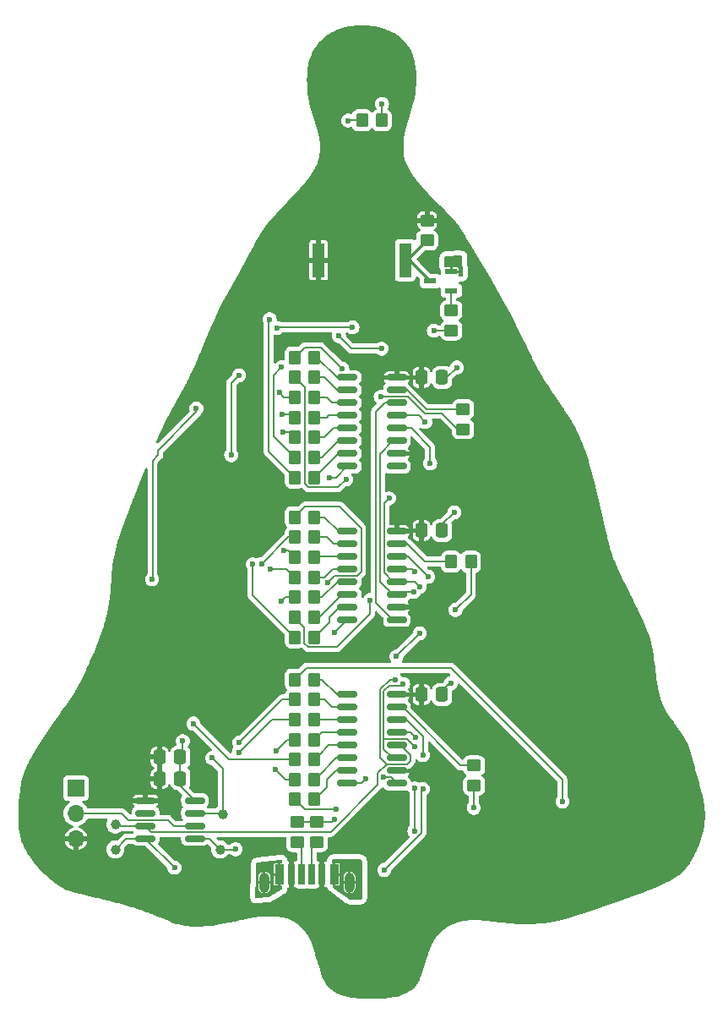
<source format=gbr>
G04 #@! TF.GenerationSoftware,KiCad,Pcbnew,8.0.7-8.0.7-0~ubuntu24.04.1*
G04 #@! TF.CreationDate,2025-01-03T20:46:54-06:00*
G04 #@! TF.ProjectId,christmas-tree,63687269-7374-46d6-9173-2d747265652e,rev?*
G04 #@! TF.SameCoordinates,Original*
G04 #@! TF.FileFunction,Copper,L1,Top*
G04 #@! TF.FilePolarity,Positive*
%FSLAX46Y46*%
G04 Gerber Fmt 4.6, Leading zero omitted, Abs format (unit mm)*
G04 Created by KiCad (PCBNEW 8.0.7-8.0.7-0~ubuntu24.04.1) date 2025-01-03 20:46:54*
%MOMM*%
%LPD*%
G01*
G04 APERTURE LIST*
G04 Aperture macros list*
%AMRoundRect*
0 Rectangle with rounded corners*
0 $1 Rounding radius*
0 $2 $3 $4 $5 $6 $7 $8 $9 X,Y pos of 4 corners*
0 Add a 4 corners polygon primitive as box body*
4,1,4,$2,$3,$4,$5,$6,$7,$8,$9,$2,$3,0*
0 Add four circle primitives for the rounded corners*
1,1,$1+$1,$2,$3*
1,1,$1+$1,$4,$5*
1,1,$1+$1,$6,$7*
1,1,$1+$1,$8,$9*
0 Add four rect primitives between the rounded corners*
20,1,$1+$1,$2,$3,$4,$5,0*
20,1,$1+$1,$4,$5,$6,$7,0*
20,1,$1+$1,$6,$7,$8,$9,0*
20,1,$1+$1,$8,$9,$2,$3,0*%
G04 Aperture macros list end*
G04 #@! TA.AperFunction,SMDPad,CuDef*
%ADD10R,1.300000X3.400000*%
G04 #@! TD*
G04 #@! TA.AperFunction,SMDPad,CuDef*
%ADD11RoundRect,0.250000X0.450000X-0.350000X0.450000X0.350000X-0.450000X0.350000X-0.450000X-0.350000X0*%
G04 #@! TD*
G04 #@! TA.AperFunction,SMDPad,CuDef*
%ADD12RoundRect,0.150000X-0.825000X-0.150000X0.825000X-0.150000X0.825000X0.150000X-0.825000X0.150000X0*%
G04 #@! TD*
G04 #@! TA.AperFunction,SMDPad,CuDef*
%ADD13R,1.300000X0.600000*%
G04 #@! TD*
G04 #@! TA.AperFunction,SMDPad,CuDef*
%ADD14RoundRect,0.250000X0.350000X0.450000X-0.350000X0.450000X-0.350000X-0.450000X0.350000X-0.450000X0*%
G04 #@! TD*
G04 #@! TA.AperFunction,ComponentPad*
%ADD15R,1.700000X1.700000*%
G04 #@! TD*
G04 #@! TA.AperFunction,ComponentPad*
%ADD16O,1.700000X1.700000*%
G04 #@! TD*
G04 #@! TA.AperFunction,SMDPad,CuDef*
%ADD17C,1.000000*%
G04 #@! TD*
G04 #@! TA.AperFunction,SMDPad,CuDef*
%ADD18RoundRect,0.250000X-0.337500X-0.475000X0.337500X-0.475000X0.337500X0.475000X-0.337500X0.475000X0*%
G04 #@! TD*
G04 #@! TA.AperFunction,SMDPad,CuDef*
%ADD19RoundRect,0.250000X-0.450000X0.350000X-0.450000X-0.350000X0.450000X-0.350000X0.450000X0.350000X0*%
G04 #@! TD*
G04 #@! TA.AperFunction,SMDPad,CuDef*
%ADD20RoundRect,0.250000X-0.350000X-0.450000X0.350000X-0.450000X0.350000X0.450000X-0.350000X0.450000X0*%
G04 #@! TD*
G04 #@! TA.AperFunction,SMDPad,CuDef*
%ADD21R,0.700000X2.000000*%
G04 #@! TD*
G04 #@! TA.AperFunction,SMDPad,CuDef*
%ADD22R,0.800000X2.000000*%
G04 #@! TD*
G04 #@! TA.AperFunction,SMDPad,CuDef*
%ADD23R,0.900000X2.000000*%
G04 #@! TD*
G04 #@! TA.AperFunction,ComponentPad*
%ADD24O,1.000000X2.000000*%
G04 #@! TD*
G04 #@! TA.AperFunction,ViaPad*
%ADD25C,0.600000*%
G04 #@! TD*
G04 #@! TA.AperFunction,Conductor*
%ADD26C,0.200000*%
G04 #@! TD*
G04 #@! TA.AperFunction,Conductor*
%ADD27C,0.300000*%
G04 #@! TD*
G04 #@! TA.AperFunction,Conductor*
%ADD28C,0.400000*%
G04 #@! TD*
G04 APERTURE END LIST*
D10*
G04 #@! TO.P,BZ1,1*
G04 #@! TO.N,+5V*
X155121600Y-71537600D03*
G04 #@! TO.P,BZ1,2*
G04 #@! TO.N,Net-(Q1-C)*
X163821600Y-71537600D03*
G04 #@! TD*
D11*
G04 #@! TO.P,R2,1*
G04 #@! TO.N,Net-(J1-CC2)*
X152971600Y-129787600D03*
G04 #@! TO.P,R2,2*
G04 #@! TO.N,GND*
X152971600Y-127787600D03*
G04 #@! TD*
G04 #@! TO.P,R19,1*
G04 #@! TO.N,BUZZER*
X168410376Y-78572056D03*
G04 #@! TO.P,R19,2*
G04 #@! TO.N,Net-(Q1-B)*
X168410376Y-76572056D03*
G04 #@! TD*
D12*
G04 #@! TO.P,U2,1,QB*
G04 #@! TO.N,/LED2*
X158021600Y-115037600D03*
G04 #@! TO.P,U2,2,QC*
G04 #@! TO.N,/LED3*
X158021600Y-116307600D03*
G04 #@! TO.P,U2,3,QD*
G04 #@! TO.N,/LED4*
X158021600Y-117577600D03*
G04 #@! TO.P,U2,4,QE*
G04 #@! TO.N,/LED5*
X158021600Y-118847600D03*
G04 #@! TO.P,U2,5,QF*
G04 #@! TO.N,/LED6*
X158021600Y-120117600D03*
G04 #@! TO.P,U2,6,QG*
G04 #@! TO.N,/LED7*
X158021600Y-121387600D03*
G04 #@! TO.P,U2,7,QH*
G04 #@! TO.N,/LED8*
X158021600Y-122657600D03*
G04 #@! TO.P,U2,8,GND*
G04 #@! TO.N,GND*
X158021600Y-123927600D03*
G04 #@! TO.P,U2,9,QH'*
G04 #@! TO.N,/SER_FWD*
X162971600Y-123927600D03*
G04 #@! TO.P,U2,10,~{SRCLR}*
G04 #@! TO.N,+5V*
X162971600Y-122657600D03*
G04 #@! TO.P,U2,11,SRCLK*
G04 #@! TO.N,SHIFT_CLK*
X162971600Y-121387600D03*
G04 #@! TO.P,U2,12,RCLK*
G04 #@! TO.N,STORE_CLK*
X162971600Y-120117600D03*
G04 #@! TO.P,U2,13,~{OE}*
G04 #@! TO.N,GND*
X162971600Y-118847600D03*
G04 #@! TO.P,U2,14,SER*
G04 #@! TO.N,/SER*
X162971600Y-117577600D03*
G04 #@! TO.P,U2,15,QA*
G04 #@! TO.N,/LED1*
X162971600Y-116307600D03*
G04 #@! TO.P,U2,16,VCC*
G04 #@! TO.N,+5V*
X162971600Y-115037600D03*
G04 #@! TD*
D13*
G04 #@! TO.P,Q1,1,B*
G04 #@! TO.N,Net-(Q1-B)*
X168421600Y-74574300D03*
G04 #@! TO.P,Q1,2,E*
G04 #@! TO.N,GND*
X168421600Y-72674300D03*
G04 #@! TO.P,Q1,3,C*
G04 #@! TO.N,Net-(Q1-C)*
X166321600Y-73624300D03*
G04 #@! TD*
D14*
G04 #@! TO.P,R5,1*
G04 #@! TO.N,/LED3*
X154721600Y-115537600D03*
G04 #@! TO.P,R5,2*
G04 #@! TO.N,Net-(D3-A)*
X152721600Y-115537600D03*
G04 #@! TD*
D12*
G04 #@! TO.P,U4,1,QB*
G04 #@! TO.N,/LED18*
X158021600Y-83287600D03*
G04 #@! TO.P,U4,2,QC*
G04 #@! TO.N,/LED19*
X158021600Y-84557600D03*
G04 #@! TO.P,U4,3,QD*
G04 #@! TO.N,/LED20*
X158021600Y-85827600D03*
G04 #@! TO.P,U4,4,QE*
G04 #@! TO.N,/LED21*
X158021600Y-87097600D03*
G04 #@! TO.P,U4,5,QF*
G04 #@! TO.N,/LED22*
X158021600Y-88367600D03*
G04 #@! TO.P,U4,6,QG*
G04 #@! TO.N,/LED23*
X158021600Y-89637600D03*
G04 #@! TO.P,U4,7,QH*
G04 #@! TO.N,/LED24*
X158021600Y-90907600D03*
G04 #@! TO.P,U4,8,GND*
G04 #@! TO.N,GND*
X158021600Y-92177600D03*
G04 #@! TO.P,U4,9,QH'*
G04 #@! TO.N,unconnected-(U4-QH'-Pad9)*
X162971600Y-92177600D03*
G04 #@! TO.P,U4,10,~{SRCLR}*
G04 #@! TO.N,+5V*
X162971600Y-90907600D03*
G04 #@! TO.P,U4,11,SRCLK*
G04 #@! TO.N,SHIFT_CLK*
X162971600Y-89637600D03*
G04 #@! TO.P,U4,12,RCLK*
G04 #@! TO.N,STORE_CLK*
X162971600Y-88367600D03*
G04 #@! TO.P,U4,13,~{OE}*
G04 #@! TO.N,GND*
X162971600Y-87097600D03*
G04 #@! TO.P,U4,14,SER*
G04 #@! TO.N,/SER_FWD_2*
X162971600Y-85827600D03*
G04 #@! TO.P,U4,15,QA*
G04 #@! TO.N,/LED17*
X162971600Y-84557600D03*
G04 #@! TO.P,U4,16,VCC*
G04 #@! TO.N,+5V*
X162971600Y-83287600D03*
G04 #@! TD*
D14*
G04 #@! TO.P,R27,1*
G04 #@! TO.N,/LED23*
X154721600Y-91287600D03*
G04 #@! TO.P,R27,2*
G04 #@! TO.N,Net-(D23-A)*
X152721600Y-91287600D03*
G04 #@! TD*
D12*
G04 #@! TO.P,U1,1,VCC*
G04 #@! TO.N,+5V*
X137771600Y-125632600D03*
G04 #@! TO.P,U1,2,PA6*
G04 #@! TO.N,unconnected-(U1-PA6-Pad2)*
X137771600Y-126902600D03*
G04 #@! TO.P,U1,3,PA7*
G04 #@! TO.N,STORE_CLK*
X137771600Y-128172600D03*
G04 #@! TO.P,U1,4,PA1*
G04 #@! TO.N,/SER*
X137771600Y-129442600D03*
G04 #@! TO.P,U1,5,PA2*
G04 #@! TO.N,SHIFT_CLK*
X142721600Y-129442600D03*
G04 #@! TO.P,U1,6,~{RESET}/PA0*
G04 #@! TO.N,UPDI*
X142721600Y-128172600D03*
G04 #@! TO.P,U1,7,PA3*
G04 #@! TO.N,BUZZER*
X142721600Y-126902600D03*
G04 #@! TO.P,U1,8,GND*
G04 #@! TO.N,GND*
X142721600Y-125632600D03*
G04 #@! TD*
D15*
G04 #@! TO.P,J2,1,Pin_1*
G04 #@! TO.N,GND*
X130804481Y-124393201D03*
D16*
G04 #@! TO.P,J2,2,Pin_2*
G04 #@! TO.N,UPDI*
X130804481Y-126933202D03*
G04 #@! TO.P,J2,3,Pin_3*
G04 #@! TO.N,+5V*
X130804480Y-129473200D03*
G04 #@! TD*
D17*
G04 #@! TO.P,TP4,1,1*
G04 #@! TO.N,/SER*
X134746600Y-130537600D03*
G04 #@! TD*
D18*
G04 #@! TO.P,C4,1*
G04 #@! TO.N,+5V*
X139184100Y-121287600D03*
G04 #@! TO.P,C4,2*
G04 #@! TO.N,GND*
X141259100Y-121287600D03*
G04 #@! TD*
D17*
G04 #@! TO.P,TP7,1,1*
G04 #@! TO.N,BUZZER*
X145496600Y-127037600D03*
G04 #@! TD*
D19*
G04 #@! TO.P,R21,1*
G04 #@! TO.N,/LED17*
X169594696Y-86459196D03*
G04 #@! TO.P,R21,2*
G04 #@! TO.N,Net-(D17-A)*
X169594696Y-88459196D03*
G04 #@! TD*
D18*
G04 #@! TO.P,C1,1*
G04 #@! TO.N,+5V*
X139184100Y-123442600D03*
G04 #@! TO.P,C1,2*
G04 #@! TO.N,GND*
X141259100Y-123442600D03*
G04 #@! TD*
D17*
G04 #@! TO.P,TP5,1,1*
G04 #@! TO.N,SHIFT_CLK*
X145246600Y-130537600D03*
G04 #@! TD*
D14*
G04 #@! TO.P,R22,1*
G04 #@! TO.N,/LED18*
X154721600Y-81287600D03*
G04 #@! TO.P,R22,2*
G04 #@! TO.N,Net-(D18-A)*
X152721600Y-81287600D03*
G04 #@! TD*
D20*
G04 #@! TO.P,R29,1*
G04 #@! TO.N,GND*
X159471600Y-57537600D03*
G04 #@! TO.P,R29,2*
G04 #@! TO.N,Net-(D25-K)*
X161471600Y-57537600D03*
G04 #@! TD*
D18*
G04 #@! TO.P,C3,1*
G04 #@! TO.N,+5V*
X165434100Y-98612600D03*
G04 #@! TO.P,C3,2*
G04 #@! TO.N,GND*
X167509100Y-98612600D03*
G04 #@! TD*
D19*
G04 #@! TO.P,R3,1*
G04 #@! TO.N,/LED1*
X170694768Y-122134800D03*
G04 #@! TO.P,R3,2*
G04 #@! TO.N,Net-(D1-A)*
X170694768Y-124134800D03*
G04 #@! TD*
D14*
G04 #@! TO.P,R4,1*
G04 #@! TO.N,/LED2*
X154721600Y-113537600D03*
G04 #@! TO.P,R4,2*
G04 #@! TO.N,Net-(D2-A)*
X152721600Y-113537600D03*
G04 #@! TD*
G04 #@! TO.P,R9,1*
G04 #@! TO.N,/LED7*
X154721600Y-123537600D03*
G04 #@! TO.P,R9,2*
G04 #@! TO.N,Net-(D7-A)*
X152721600Y-123537600D03*
G04 #@! TD*
G04 #@! TO.P,R18,1*
G04 #@! TO.N,/LED16*
X154721600Y-109287600D03*
G04 #@! TO.P,R18,2*
G04 #@! TO.N,Net-(D16-A)*
X152721600Y-109287600D03*
G04 #@! TD*
G04 #@! TO.P,R14,1*
G04 #@! TO.N,/LED12*
X154721600Y-101287600D03*
G04 #@! TO.P,R14,2*
G04 #@! TO.N,Net-(D12-A)*
X152721600Y-101287600D03*
G04 #@! TD*
G04 #@! TO.P,R12,1*
G04 #@! TO.N,/LED10*
X154721600Y-97287600D03*
G04 #@! TO.P,R12,2*
G04 #@! TO.N,Net-(D10-A)*
X152721600Y-97287600D03*
G04 #@! TD*
D11*
G04 #@! TO.P,R20,1*
G04 #@! TO.N,Net-(Q1-C)*
X165993455Y-69555307D03*
G04 #@! TO.P,R20,2*
G04 #@! TO.N,+5V*
X165993455Y-67555307D03*
G04 #@! TD*
D20*
G04 #@! TO.P,R11,1*
G04 #@! TO.N,/LED9*
X168395565Y-101714535D03*
G04 #@! TO.P,R11,2*
G04 #@! TO.N,Net-(D9-A)*
X170395565Y-101714535D03*
G04 #@! TD*
D14*
G04 #@! TO.P,R23,1*
G04 #@! TO.N,/LED19*
X154721600Y-83287600D03*
G04 #@! TO.P,R23,2*
G04 #@! TO.N,Net-(D19-A)*
X152721600Y-83287600D03*
G04 #@! TD*
D21*
G04 #@! TO.P,J1,A5,CC1*
G04 #@! TO.N,Net-(J1-CC1)*
X154451600Y-133037600D03*
D22*
G04 #@! TO.P,J1,A9,VBUS_A*
G04 #@! TO.N,+5V*
X152431600Y-133037600D03*
D23*
G04 #@! TO.P,J1,A12,GND_A*
G04 #@! TO.N,GND*
X151201600Y-133037600D03*
D21*
G04 #@! TO.P,J1,B5,CC2*
G04 #@! TO.N,Net-(J1-CC2)*
X153451600Y-133037600D03*
D22*
G04 #@! TO.P,J1,B9,VBUS_B*
G04 #@! TO.N,+5V*
X155471600Y-133037600D03*
D23*
G04 #@! TO.P,J1,B12,GND_B*
G04 #@! TO.N,GND*
X156701600Y-133037600D03*
D24*
G04 #@! TO.P,J1,S1,SHIELD*
X149681600Y-133837600D03*
G04 #@! TO.P,J1,S2,SHIELD*
X158221600Y-133837600D03*
G04 #@! TD*
D14*
G04 #@! TO.P,R8,1*
G04 #@! TO.N,/LED6*
X154721600Y-121537600D03*
G04 #@! TO.P,R8,2*
G04 #@! TO.N,Net-(D6-A)*
X152721600Y-121537600D03*
G04 #@! TD*
D17*
G04 #@! TO.P,TP6,1,1*
G04 #@! TO.N,STORE_CLK*
X134746600Y-128037600D03*
G04 #@! TD*
D14*
G04 #@! TO.P,R6,1*
G04 #@! TO.N,/LED4*
X154721600Y-117537600D03*
G04 #@! TO.P,R6,2*
G04 #@! TO.N,Net-(D4-A)*
X152721600Y-117537600D03*
G04 #@! TD*
G04 #@! TO.P,R26,1*
G04 #@! TO.N,/LED22*
X154721600Y-89287600D03*
G04 #@! TO.P,R26,2*
G04 #@! TO.N,Net-(D22-A)*
X152721600Y-89287600D03*
G04 #@! TD*
D18*
G04 #@! TO.P,C5,1*
G04 #@! TO.N,+5V*
X165434100Y-83287600D03*
G04 #@! TO.P,C5,2*
G04 #@! TO.N,GND*
X167509100Y-83287600D03*
G04 #@! TD*
D14*
G04 #@! TO.P,R24,1*
G04 #@! TO.N,/LED20*
X154721600Y-85287600D03*
G04 #@! TO.P,R24,2*
G04 #@! TO.N,Net-(D20-A)*
X152721600Y-85287600D03*
G04 #@! TD*
G04 #@! TO.P,R15,1*
G04 #@! TO.N,/LED13*
X154721600Y-103287600D03*
G04 #@! TO.P,R15,2*
G04 #@! TO.N,Net-(D13-A)*
X152721600Y-103287600D03*
G04 #@! TD*
G04 #@! TO.P,R28,1*
G04 #@! TO.N,/LED24*
X154721600Y-93287600D03*
G04 #@! TO.P,R28,2*
G04 #@! TO.N,Net-(D24-A)*
X152721600Y-93287600D03*
G04 #@! TD*
D12*
G04 #@! TO.P,U3,1,QB*
G04 #@! TO.N,/LED10*
X158021600Y-98667600D03*
G04 #@! TO.P,U3,2,QC*
G04 #@! TO.N,/LED11*
X158021600Y-99937600D03*
G04 #@! TO.P,U3,3,QD*
G04 #@! TO.N,/LED12*
X158021600Y-101207600D03*
G04 #@! TO.P,U3,4,QE*
G04 #@! TO.N,/LED13*
X158021600Y-102477600D03*
G04 #@! TO.P,U3,5,QF*
G04 #@! TO.N,/LED14*
X158021600Y-103747600D03*
G04 #@! TO.P,U3,6,QG*
G04 #@! TO.N,/LED15*
X158021600Y-105017600D03*
G04 #@! TO.P,U3,7,QH*
G04 #@! TO.N,/LED16*
X158021600Y-106287600D03*
G04 #@! TO.P,U3,8,GND*
G04 #@! TO.N,GND*
X158021600Y-107557600D03*
G04 #@! TO.P,U3,9,QH'*
G04 #@! TO.N,/SER_FWD_2*
X162971600Y-107557600D03*
G04 #@! TO.P,U3,10,~{SRCLR}*
G04 #@! TO.N,+5V*
X162971600Y-106287600D03*
G04 #@! TO.P,U3,11,SRCLK*
G04 #@! TO.N,SHIFT_CLK*
X162971600Y-105017600D03*
G04 #@! TO.P,U3,12,RCLK*
G04 #@! TO.N,STORE_CLK*
X162971600Y-103747600D03*
G04 #@! TO.P,U3,13,~{OE}*
G04 #@! TO.N,GND*
X162971600Y-102477600D03*
G04 #@! TO.P,U3,14,SER*
G04 #@! TO.N,/SER_FWD*
X162971600Y-101207600D03*
G04 #@! TO.P,U3,15,QA*
G04 #@! TO.N,/LED9*
X162971600Y-99937600D03*
G04 #@! TO.P,U3,16,VCC*
G04 #@! TO.N,+5V*
X162971600Y-98667600D03*
G04 #@! TD*
D18*
G04 #@! TO.P,C2,1*
G04 #@! TO.N,+5V*
X165434100Y-115037600D03*
G04 #@! TO.P,C2,2*
G04 #@! TO.N,GND*
X167509100Y-115037600D03*
G04 #@! TD*
D14*
G04 #@! TO.P,R25,1*
G04 #@! TO.N,/LED21*
X154721600Y-87287600D03*
G04 #@! TO.P,R25,2*
G04 #@! TO.N,Net-(D21-A)*
X152721600Y-87287600D03*
G04 #@! TD*
D11*
G04 #@! TO.P,R1,1*
G04 #@! TO.N,Net-(J1-CC1)*
X154971600Y-129787600D03*
G04 #@! TO.P,R1,2*
G04 #@! TO.N,GND*
X154971600Y-127787600D03*
G04 #@! TD*
D14*
G04 #@! TO.P,R13,1*
G04 #@! TO.N,/LED11*
X154721600Y-99287600D03*
G04 #@! TO.P,R13,2*
G04 #@! TO.N,Net-(D11-A)*
X152721600Y-99287600D03*
G04 #@! TD*
G04 #@! TO.P,R16,1*
G04 #@! TO.N,/LED14*
X154721600Y-105287600D03*
G04 #@! TO.P,R16,2*
G04 #@! TO.N,Net-(D14-A)*
X152721600Y-105287600D03*
G04 #@! TD*
G04 #@! TO.P,R17,1*
G04 #@! TO.N,/LED15*
X154721600Y-107287600D03*
G04 #@! TO.P,R17,2*
G04 #@! TO.N,Net-(D15-A)*
X152721600Y-107287600D03*
G04 #@! TD*
G04 #@! TO.P,R10,1*
G04 #@! TO.N,/LED8*
X154721600Y-125537600D03*
G04 #@! TO.P,R10,2*
G04 #@! TO.N,Net-(D8-A)*
X152721600Y-125537600D03*
G04 #@! TD*
G04 #@! TO.P,R7,1*
G04 #@! TO.N,/LED5*
X154721600Y-119537600D03*
G04 #@! TO.P,R7,2*
G04 #@! TO.N,Net-(D5-A)*
X152721600Y-119537600D03*
G04 #@! TD*
D25*
G04 #@! TO.N,BUZZER*
X166677753Y-78604043D03*
X158517958Y-78260697D03*
X142869827Y-86399452D03*
X138421589Y-103487574D03*
X150973430Y-78325830D03*
X144436768Y-121386684D03*
G04 #@! TO.N,+5V*
X160269410Y-49990191D03*
G04 #@! TO.N,GND*
X158107262Y-57555908D03*
X164772000Y-102738000D03*
X156722000Y-108788000D03*
X159871589Y-123437574D03*
X168722000Y-96787600D03*
X168093489Y-71474912D03*
X169140502Y-71464441D03*
X156222000Y-93287600D03*
X168366892Y-113900140D03*
X168972000Y-82287600D03*
X141509517Y-119691422D03*
X165812552Y-87733886D03*
X156722000Y-127538000D03*
X164810800Y-119337574D03*
G04 #@! TO.N,SHIFT_CLK*
X163597800Y-113963000D03*
X164649300Y-104770900D03*
X146818675Y-130517221D03*
X164766165Y-124422557D03*
X164740111Y-120241043D03*
X164728735Y-128711235D03*
G04 #@! TO.N,STORE_CLK*
X162925500Y-111224000D03*
X162823900Y-113532700D03*
X165245680Y-104237670D03*
X166308248Y-91863325D03*
X165263139Y-108888731D03*
X162179189Y-95379738D03*
G04 #@! TO.N,/SER*
X165579087Y-121104616D03*
X165563763Y-124484535D03*
X140675066Y-132356846D03*
X161709010Y-132585293D03*
G04 #@! TO.N,/SER_FWD*
X166103726Y-103234488D03*
X161664000Y-123325700D03*
G04 #@! TO.N,Net-(D25-K)*
X161488454Y-55892383D03*
G04 #@! TO.N,Net-(D1-A)*
X170672000Y-126368161D03*
G04 #@! TO.N,Net-(D2-A)*
X179572000Y-125738000D03*
G04 #@! TO.N,Net-(D3-A)*
X147172000Y-119838000D03*
G04 #@! TO.N,Net-(D4-A)*
X147122000Y-120838000D03*
G04 #@! TO.N,Net-(D5-A)*
X150872000Y-120638000D03*
G04 #@! TO.N,Net-(D6-A)*
X142572000Y-117938000D03*
G04 #@! TO.N,Net-(D7-A)*
X150772000Y-122538000D03*
G04 #@! TO.N,Net-(D8-A)*
X156872000Y-126538000D03*
G04 #@! TO.N,Net-(D9-A)*
X168852100Y-106552100D03*
G04 #@! TO.N,Net-(D10-A)*
X156073000Y-103795700D03*
G04 #@! TO.N,Net-(D11-A)*
X149391557Y-101960444D03*
G04 #@! TO.N,Net-(D12-A)*
X151598700Y-100642200D03*
G04 #@! TO.N,Net-(D13-A)*
X150254334Y-102454135D03*
G04 #@! TO.N,Net-(D14-A)*
X151400300Y-105662600D03*
G04 #@! TO.N,Net-(D15-A)*
X160264100Y-105577718D03*
G04 #@! TO.N,Net-(D16-A)*
X148510000Y-101991100D03*
G04 #@! TO.N,Net-(D17-A)*
X161340272Y-85228302D03*
G04 #@! TO.N,Net-(D18-A)*
X157500100Y-82417300D03*
G04 #@! TO.N,Net-(D19-A)*
X157871600Y-93470000D03*
G04 #@! TO.N,Net-(D20-A)*
X151189300Y-84800600D03*
G04 #@! TO.N,Net-(D21-A)*
X151449400Y-86977500D03*
X161426907Y-80397377D03*
X157171726Y-79136004D03*
G04 #@! TO.N,Net-(D22-A)*
X147138509Y-83070691D03*
X146362752Y-91056166D03*
X151553100Y-88744000D03*
G04 #@! TO.N,Net-(D23-A)*
X151400600Y-82260200D03*
G04 #@! TO.N,Net-(D24-A)*
X150224855Y-77469127D03*
G04 #@! TD*
D26*
G04 #@! TO.N,BUZZER*
X139029175Y-90575398D02*
X139029175Y-91056940D01*
X139029175Y-91056940D02*
X138474467Y-91611648D01*
X138421589Y-103487574D02*
X138474467Y-103434696D01*
X138474467Y-103434696D02*
X138474467Y-91611648D01*
X139029175Y-90575398D02*
X142869827Y-86734746D01*
X142869827Y-86734746D02*
X142869827Y-86399452D01*
G04 #@! TO.N,/SER*
X161709010Y-132585293D02*
X165410800Y-128883503D01*
X165410800Y-128883503D02*
X165410800Y-124637498D01*
X165410800Y-124637498D02*
X165563763Y-124484535D01*
G04 #@! TO.N,BUZZER*
X151038563Y-78260697D02*
X150973430Y-78325830D01*
X158517958Y-78260697D02*
X151038563Y-78260697D01*
D27*
G04 #@! TO.N,Net-(Q1-C)*
X165993455Y-69555307D02*
X164011162Y-71537600D01*
D26*
X164011162Y-71537600D02*
X163822000Y-71537600D01*
G04 #@! TO.N,BUZZER*
X166677753Y-78604043D02*
X168378389Y-78604043D01*
X168378389Y-78604043D02*
X168410376Y-78572056D01*
G04 #@! TO.N,GND*
X165812552Y-87733886D02*
X165176266Y-87097600D01*
X165176266Y-87097600D02*
X162971600Y-87097600D01*
G04 #@! TO.N,Net-(D17-A)*
X169594696Y-88459196D02*
X169099745Y-88459196D01*
X169099745Y-88459196D02*
X167499745Y-86859196D01*
X167499745Y-86859196D02*
X165739961Y-86859196D01*
X165739961Y-86859196D02*
X164106065Y-85225300D01*
X164106065Y-85225300D02*
X161343274Y-85225300D01*
X161343274Y-85225300D02*
X161340272Y-85228302D01*
G04 #@! TO.N,/LED17*
X162971600Y-84557600D02*
X164004051Y-84557600D01*
X164004051Y-84557600D02*
X165905647Y-86459196D01*
X165905647Y-86459196D02*
X169594696Y-86459196D01*
G04 #@! TO.N,/SER_FWD_2*
X162971600Y-107557600D02*
X162572900Y-107557600D01*
X162572900Y-107557600D02*
X160864100Y-105848800D01*
X160864100Y-86722702D02*
X161759202Y-85827600D01*
X160864100Y-105848800D02*
X160864100Y-86722702D01*
X161759202Y-85827600D02*
X162971600Y-85827600D01*
G04 #@! TO.N,Net-(D19-A)*
X152721600Y-83287600D02*
X153719541Y-84285541D01*
X153719541Y-84285541D02*
X153719541Y-93902541D01*
X157051300Y-94290300D02*
X157871600Y-93470000D01*
X153719541Y-93902541D02*
X154107300Y-94290300D01*
X154107300Y-94290300D02*
X157051300Y-94290300D01*
G04 #@! TO.N,Net-(D24-A)*
X150224855Y-77469127D02*
X150133818Y-77560164D01*
X150133818Y-77560164D02*
X150133818Y-90699818D01*
X150133818Y-90699818D02*
X152721600Y-93287600D01*
G04 #@! TO.N,BUZZER*
X145496600Y-127037600D02*
X145496600Y-122446516D01*
X145496600Y-122446516D02*
X144436768Y-121386684D01*
G04 #@! TO.N,Net-(Q1-B)*
X168410376Y-76572056D02*
X168410376Y-74585524D01*
X168410376Y-74585524D02*
X168421600Y-74574300D01*
G04 #@! TO.N,Net-(D22-A)*
X146362752Y-91056166D02*
X146362752Y-83846448D01*
X146362752Y-83846448D02*
X147138509Y-83070691D01*
G04 #@! TO.N,GND*
X158107262Y-57555908D02*
X158125570Y-57537600D01*
X158125570Y-57537600D02*
X159471600Y-57537600D01*
G04 #@! TO.N,Net-(D25-K)*
X161488454Y-55892383D02*
X161472000Y-55908837D01*
X161472000Y-55908837D02*
X161472000Y-56912600D01*
G04 #@! TO.N,GND*
X168252860Y-113900140D02*
X167509000Y-114644000D01*
X152972000Y-127788000D02*
X152971600Y-127787600D01*
X141259100Y-122729100D02*
X141259100Y-123442600D01*
X156912000Y-93287600D02*
X156222000Y-93287600D01*
X157952000Y-107558000D02*
X156722000Y-108788000D01*
X159871589Y-123437574D02*
X159381563Y-123927600D01*
X154971200Y-127788000D02*
X154971600Y-127787600D01*
X167509000Y-114644000D02*
X167509100Y-114644100D01*
X164512000Y-102478000D02*
X164772000Y-102738000D01*
X141259000Y-122729000D02*
X141259100Y-122729100D01*
X158021200Y-107558000D02*
X157952000Y-107558000D01*
X158021600Y-92178000D02*
X156912000Y-93287600D01*
X164810800Y-119337574D02*
X164321226Y-118848000D01*
X158052400Y-123927600D02*
X158022000Y-123958000D01*
X162972000Y-118848000D02*
X162971600Y-118847600D01*
X141509517Y-119691422D02*
X141509517Y-121037983D01*
X162972000Y-102478000D02*
X162971600Y-102477600D01*
X141259500Y-121288000D02*
X141259100Y-121287600D01*
X167509000Y-98612600D02*
X167509000Y-98306300D01*
X141259000Y-121288000D02*
X141259500Y-121288000D01*
X158022000Y-123958000D02*
X158021600Y-123957600D01*
X158021600Y-92178000D02*
X158021600Y-92177600D01*
X162972000Y-102478000D02*
X164512000Y-102478000D01*
X152972000Y-127788000D02*
X154971200Y-127788000D01*
X154971200Y-127788000D02*
X156472000Y-127788000D01*
X141259000Y-122729000D02*
X141259000Y-121288000D01*
X141509517Y-121037983D02*
X141259500Y-121288000D01*
X167509000Y-98306300D02*
X167509000Y-98000100D01*
X164321226Y-118848000D02*
X162972000Y-118848000D01*
X167509000Y-98306300D02*
X167509100Y-98306400D01*
X158021600Y-123957600D02*
X158021600Y-123927600D01*
X141259000Y-124170000D02*
X141259000Y-122729000D01*
X167509000Y-98000100D02*
X168722000Y-96787600D01*
X167509100Y-114644100D02*
X167509100Y-115037600D01*
X168366892Y-113900140D02*
X168252860Y-113900140D01*
X158021200Y-107558000D02*
X158021600Y-107557600D01*
X142721600Y-125632600D02*
X141259000Y-124170000D01*
X167509100Y-98306400D02*
X167509100Y-98612600D01*
X167972000Y-83287600D02*
X168972000Y-82287600D01*
X156472000Y-127788000D02*
X156722000Y-127538000D01*
X159381563Y-123927600D02*
X158052400Y-123927600D01*
X158022000Y-123928000D02*
X158022000Y-123958000D01*
X167509000Y-115038000D02*
X167509000Y-114644000D01*
X167509100Y-83287600D02*
X167972000Y-83287600D01*
G04 #@! TO.N,/LED9*
X162971600Y-99937600D02*
X164017057Y-99937600D01*
X164017057Y-99937600D02*
X165793992Y-101714535D01*
X165793992Y-101714535D02*
X168395565Y-101714535D01*
G04 #@! TO.N,/LED10*
X158021600Y-98667600D02*
X157102000Y-98667600D01*
X154722000Y-97287600D02*
X154721600Y-97287600D01*
X157102000Y-98667600D02*
X155722000Y-97287600D01*
X155722000Y-97287600D02*
X154722000Y-97287600D01*
G04 #@! TO.N,/LED11*
X155972000Y-99287600D02*
X154722000Y-99287600D01*
X154722000Y-99287600D02*
X154721600Y-99287600D01*
X156622000Y-99937600D02*
X155972000Y-99287600D01*
X158021600Y-99937600D02*
X156622000Y-99937600D01*
G04 #@! TO.N,/LED12*
X154762000Y-101248000D02*
X154761200Y-101248000D01*
X154761200Y-101248000D02*
X154721600Y-101287600D01*
X158021200Y-101208000D02*
X158021600Y-101207600D01*
X154802000Y-101208000D02*
X154762000Y-101248000D01*
X154762000Y-101248000D02*
X154722000Y-101288000D01*
X158021200Y-101208000D02*
X154802000Y-101208000D01*
G04 #@! TO.N,/LED13*
X158021200Y-102478000D02*
X156532000Y-102478000D01*
X154722000Y-103288000D02*
X154721600Y-103287600D01*
X158021200Y-102478000D02*
X158021600Y-102477600D01*
X155722000Y-103288000D02*
X154722000Y-103288000D01*
X156532000Y-102478000D02*
X155722000Y-103288000D01*
G04 #@! TO.N,/LED14*
X158021200Y-103748000D02*
X158021600Y-103747600D01*
X155472000Y-105288000D02*
X154722000Y-105288000D01*
X157012000Y-103748000D02*
X155472000Y-105288000D01*
X154722000Y-105288000D02*
X154721600Y-105287600D01*
X158021200Y-103748000D02*
X157012000Y-103748000D01*
G04 #@! TO.N,/LED15*
X155222000Y-107288000D02*
X154722000Y-107288000D01*
X158021200Y-105018000D02*
X157492000Y-105018000D01*
X157492000Y-105018000D02*
X155222000Y-107288000D01*
X154722000Y-107288000D02*
X154721600Y-107287600D01*
X158021200Y-105018000D02*
X158021600Y-105017600D01*
G04 #@! TO.N,/LED16*
X157222000Y-106288000D02*
X156222000Y-107288000D01*
X155207000Y-108803000D02*
X155206200Y-108803000D01*
X156222000Y-107288000D02*
X156222000Y-107788000D01*
X158021200Y-106288000D02*
X157222000Y-106288000D01*
X156222000Y-107788000D02*
X155207000Y-108803000D01*
X155207000Y-108803000D02*
X154722000Y-109288000D01*
X155206200Y-108803000D02*
X154721600Y-109287600D01*
X158021200Y-106288000D02*
X158021600Y-106287600D01*
D27*
G04 #@! TO.N,Net-(Q1-C)*
X164235000Y-71537600D02*
X166322000Y-73624300D01*
D26*
X166321600Y-73624600D02*
X166321600Y-73624300D01*
D28*
X163822000Y-71537600D02*
X164235000Y-71537600D01*
D26*
X163822000Y-71537600D02*
X163821600Y-71537600D01*
G04 #@! TO.N,UPDI*
X140631098Y-128201865D02*
X142692335Y-128201865D01*
X136030134Y-127572600D02*
X140001833Y-127572600D01*
X130804481Y-126933202D02*
X135390736Y-126933202D01*
X140001833Y-127572600D02*
X140631098Y-128201865D01*
X135390736Y-126933202D02*
X136030134Y-127572600D01*
X142692335Y-128201865D02*
X142721600Y-128172600D01*
G04 #@! TO.N,SHIFT_CLK*
X142722000Y-129443000D02*
X144152000Y-129443000D01*
X164649300Y-104770900D02*
X163218300Y-104770900D01*
X162589200Y-89637600D02*
X161266000Y-90960800D01*
X164000900Y-119505000D02*
X164728000Y-120232100D01*
X161666600Y-114699400D02*
X162231600Y-114134400D01*
X162572900Y-105017600D02*
X162971600Y-105017600D01*
X162563200Y-121387600D02*
X161666600Y-120491000D01*
X164728000Y-120232100D02*
X164731168Y-120232100D01*
X144152000Y-129443000D02*
X145246600Y-130537600D01*
X161266000Y-103710700D02*
X162572900Y-105017600D01*
X161666600Y-119505000D02*
X161666600Y-114699400D01*
X164731168Y-120232100D02*
X164740111Y-120241043D01*
X162971600Y-121387600D02*
X162563200Y-121387600D01*
X164766165Y-128673805D02*
X164728735Y-128711235D01*
X164766165Y-124422557D02*
X164766165Y-128673805D01*
X142722000Y-129443000D02*
X142721600Y-129442600D01*
X163426400Y-114134400D02*
X163597800Y-113963000D01*
X163218300Y-104770900D02*
X162971600Y-105017600D01*
X161666600Y-120491000D02*
X161666600Y-119505000D01*
X146798296Y-130537600D02*
X146818675Y-130517221D01*
X161666600Y-119505000D02*
X164000900Y-119505000D01*
X162231600Y-114134400D02*
X163426400Y-114134400D01*
X162971600Y-89637600D02*
X162589200Y-89637600D01*
X145246600Y-130537600D02*
X146798296Y-130537600D01*
X161266000Y-90960800D02*
X161266000Y-103710700D01*
G04 #@! TO.N,STORE_CLK*
X161062300Y-124055700D02*
X156342800Y-128775200D01*
X137771200Y-128173000D02*
X134882000Y-128173000D01*
X134746600Y-128037600D02*
X134747000Y-128038000D01*
X163316500Y-120117600D02*
X164312500Y-121113600D01*
X166308248Y-90268106D02*
X164407742Y-88367600D01*
X161683200Y-95875727D02*
X161683200Y-102842400D01*
X161062300Y-122894400D02*
X161062300Y-124055700D01*
X162971600Y-103747600D02*
X164755610Y-103747600D01*
X162260600Y-113532700D02*
X162823900Y-113532700D01*
X164312500Y-121681800D02*
X163971700Y-122022600D01*
X161264900Y-114528400D02*
X162260600Y-113532700D01*
X162971600Y-120117600D02*
X163316500Y-120117600D01*
X164312500Y-121113600D02*
X164312500Y-121681800D01*
X164755610Y-103747600D02*
X165245680Y-104237670D01*
X166308248Y-91863325D02*
X166308248Y-90268106D01*
X161934100Y-122022600D02*
X161264900Y-121353400D01*
X165283800Y-108865700D02*
X162925500Y-111224000D01*
X164407742Y-88367600D02*
X162971600Y-88367600D01*
X161683200Y-102842400D02*
X162588400Y-103747600D01*
X137772000Y-128173000D02*
X137771200Y-128173000D01*
X162588400Y-103747600D02*
X162971600Y-103747600D01*
X134882000Y-128173000D02*
X134747000Y-128038000D01*
X137771200Y-128173000D02*
X137771600Y-128172600D01*
X161264900Y-121353400D02*
X161264900Y-114528400D01*
X162179189Y-95379738D02*
X161683200Y-95875727D01*
X161934100Y-122022600D02*
X161062300Y-122894400D01*
X138374200Y-128775200D02*
X137772000Y-128173000D01*
X163971700Y-122022600D02*
X161934100Y-122022600D01*
X156342800Y-128775200D02*
X138374200Y-128775200D01*
G04 #@! TO.N,/SER*
X137771200Y-129443000D02*
X137771600Y-129442600D01*
X163899355Y-117577600D02*
X162971600Y-117577600D01*
X135842000Y-129443000D02*
X134747000Y-130538000D01*
X137771600Y-129453380D02*
X137771600Y-129442600D01*
X140675066Y-132356846D02*
X137771600Y-129453380D01*
X165579087Y-121104616D02*
X165579087Y-119257332D01*
X165579087Y-119257332D02*
X163899355Y-117577600D01*
X137771200Y-129443000D02*
X135842000Y-129443000D01*
X134746600Y-130537600D02*
X134747000Y-130538000D01*
G04 #@! TO.N,/SER_FWD*
X165706100Y-102821100D02*
X165706100Y-102836862D01*
X162369700Y-123325700D02*
X162971600Y-123927600D01*
X161664000Y-123325700D02*
X162369700Y-123325700D01*
X165706100Y-102836862D02*
X166103726Y-103234488D01*
X164092600Y-101207600D02*
X165706100Y-102821100D01*
X162971600Y-101207600D02*
X164092600Y-101207600D01*
G04 #@! TO.N,/LED1*
X170694768Y-122134800D02*
X169362936Y-122134800D01*
X169362936Y-122134800D02*
X163535736Y-116307600D01*
X163535736Y-116307600D02*
X162971600Y-116307600D01*
G04 #@! TO.N,/LED2*
X158021200Y-115038000D02*
X158021600Y-115037600D01*
X155472000Y-113538000D02*
X154722000Y-113538000D01*
X158021200Y-115038000D02*
X156972000Y-115038000D01*
X154722000Y-113538000D02*
X154721600Y-113537600D01*
X156972000Y-115038000D02*
X155472000Y-113538000D01*
G04 #@! TO.N,/LED3*
X158021200Y-116308000D02*
X158021600Y-116307600D01*
X154722000Y-115538000D02*
X154721600Y-115537600D01*
X158021200Y-116308000D02*
X156492000Y-116308000D01*
X155722000Y-115538000D02*
X154722000Y-115538000D01*
X156492000Y-116308000D02*
X155722000Y-115538000D01*
G04 #@! TO.N,/LED4*
X154762000Y-117578000D02*
X154722000Y-117538000D01*
X154722000Y-117538000D02*
X154721600Y-117537600D01*
X158021200Y-117578000D02*
X158021600Y-117577600D01*
X158021200Y-117578000D02*
X154762000Y-117578000D01*
G04 #@! TO.N,/LED5*
X158021200Y-118848000D02*
X158021600Y-118847600D01*
X155067000Y-119193000D02*
X154722000Y-119538000D01*
X155412000Y-118848000D02*
X155067000Y-119193000D01*
X158021200Y-118848000D02*
X155412000Y-118848000D01*
X155066200Y-119193000D02*
X154721600Y-119537600D01*
X155067000Y-119193000D02*
X155066200Y-119193000D01*
G04 #@! TO.N,/LED6*
X155181100Y-121078900D02*
X155180300Y-121078900D01*
X155180300Y-121078900D02*
X154721600Y-121537600D01*
X158021200Y-120118000D02*
X158021600Y-120117600D01*
X156142000Y-120118000D02*
X155181100Y-121078900D01*
X158021200Y-120118000D02*
X156142000Y-120118000D01*
X155181100Y-121078900D02*
X154722000Y-121538000D01*
G04 #@! TO.N,/LED7*
X155085600Y-123173600D02*
X154721600Y-123537600D01*
X156872000Y-121388000D02*
X155086400Y-123173600D01*
X158021200Y-121388000D02*
X158021600Y-121387600D01*
X155086400Y-123173600D02*
X155085600Y-123173600D01*
X155086400Y-123173600D02*
X154722000Y-123538000D01*
X158021200Y-121388000D02*
X156872000Y-121388000D01*
G04 #@! TO.N,/LED8*
X156852000Y-122658000D02*
X155972000Y-123538000D01*
X155972000Y-123538000D02*
X155972000Y-124288000D01*
X158021200Y-122658000D02*
X156852000Y-122658000D01*
X155972000Y-124288000D02*
X155175500Y-125084500D01*
X155174700Y-125084500D02*
X154721600Y-125537600D01*
X155175500Y-125084500D02*
X154722000Y-125538000D01*
X158021200Y-122658000D02*
X158021600Y-122657600D01*
X155175500Y-125084500D02*
X155174700Y-125084500D01*
G04 #@! TO.N,Net-(J1-CC1)*
X154971600Y-129788400D02*
X154971600Y-129787600D01*
X154452000Y-131673000D02*
X154452000Y-130308000D01*
X154971600Y-129788400D02*
X154972000Y-129788000D01*
X154451600Y-131673400D02*
X154451600Y-133037600D01*
X154452000Y-130308000D02*
X154971600Y-129788400D01*
X154452000Y-131673000D02*
X154451600Y-131673400D01*
X154452000Y-133038000D02*
X154452000Y-131673000D01*
G04 #@! TO.N,Net-(J1-CC2)*
X153452000Y-133038000D02*
X153452000Y-131653000D01*
X153451600Y-131653400D02*
X153451600Y-133037600D01*
X153452000Y-131653000D02*
X153452000Y-130268000D01*
X153452000Y-130268000D02*
X152972000Y-129788000D01*
X152972000Y-129788000D02*
X152971600Y-129787600D01*
X153452000Y-131653000D02*
X153451600Y-131653400D01*
G04 #@! TO.N,Net-(Q1-B)*
X168421600Y-74574700D02*
X168422000Y-74574300D01*
X168421600Y-74574700D02*
X168421600Y-74574300D01*
X168322000Y-74674300D02*
X168421600Y-74574700D01*
G04 #@! TO.N,BUZZER*
X145362000Y-126903000D02*
X145496600Y-127037600D01*
X142332800Y-126902600D02*
X142721600Y-126902600D01*
X142722000Y-126903000D02*
X145362000Y-126903000D01*
X142722000Y-126903000D02*
X142721600Y-126902600D01*
G04 #@! TO.N,/LED18*
X154722000Y-81287600D02*
X154721600Y-81287600D01*
X158021600Y-83287600D02*
X156972000Y-83287600D01*
X156972000Y-83287600D02*
X154972000Y-81287600D01*
X154972000Y-81287600D02*
X154722000Y-81287600D01*
G04 #@! TO.N,/LED19*
X155722000Y-83287600D02*
X154722000Y-83287600D01*
X156992000Y-84557600D02*
X155722000Y-83287600D01*
X154722000Y-83287600D02*
X154721600Y-83287600D01*
X158021600Y-84557600D02*
X156992000Y-84557600D01*
G04 #@! TO.N,/LED20*
X158021600Y-85827200D02*
X158021600Y-85827600D01*
X158021600Y-85827200D02*
X157982000Y-85787600D01*
X154722000Y-85287600D02*
X154721600Y-85287600D01*
X157982000Y-85787600D02*
X156472000Y-85787600D01*
X155972000Y-85287600D02*
X154722000Y-85287600D01*
X156472000Y-85787600D02*
X155972000Y-85287600D01*
G04 #@! TO.N,/LED21*
X155972000Y-87287600D02*
X154722000Y-87287600D01*
X154722000Y-87287600D02*
X154721600Y-87287600D01*
X158021600Y-87097600D02*
X156162000Y-87097600D01*
X156162000Y-87097600D02*
X155972000Y-87287600D01*
G04 #@! TO.N,/LED22*
X158021600Y-88367600D02*
X156642000Y-88367600D01*
X155722000Y-89287600D02*
X154722000Y-89287600D01*
X156642000Y-88367600D02*
X155722000Y-89287600D01*
X154722000Y-89287600D02*
X154721600Y-89287600D01*
G04 #@! TO.N,/LED23*
X154722000Y-91287600D02*
X154721600Y-91287600D01*
X155472000Y-91287600D02*
X154722000Y-91287600D01*
X158021600Y-89637600D02*
X157122000Y-89637600D01*
X157122000Y-89637600D02*
X155472000Y-91287600D01*
G04 #@! TO.N,/LED24*
X158021600Y-90907600D02*
X157102000Y-90907600D01*
X155099400Y-92910200D02*
X155099000Y-92910200D01*
X157102000Y-90907600D02*
X155099400Y-92910200D01*
X155099000Y-92910200D02*
X154721600Y-93287600D01*
X155099400Y-92910200D02*
X154722000Y-93287600D01*
G04 #@! TO.N,Net-(D25-K)*
X161471600Y-56913000D02*
X161471600Y-57537600D01*
X161472000Y-57537600D02*
X161472000Y-56912600D01*
X161472000Y-56912600D02*
X161471600Y-56913000D01*
G04 #@! TO.N,Net-(D1-A)*
X170694768Y-126345393D02*
X170672000Y-126368161D01*
X170694768Y-124134800D02*
X170694768Y-126345393D01*
G04 #@! TO.N,Net-(D2-A)*
X153922000Y-112338000D02*
X168372000Y-112338000D01*
X179572000Y-123538000D02*
X179572000Y-125738000D01*
X153293300Y-112965900D02*
X152721600Y-113537600D01*
X153294100Y-112965900D02*
X153293300Y-112965900D01*
X153294100Y-112965900D02*
X153922000Y-112338000D01*
X168372000Y-112338000D02*
X179572000Y-123538000D01*
X152722000Y-113538000D02*
X153294100Y-112965900D01*
G04 #@! TO.N,Net-(D3-A)*
X152721200Y-115538000D02*
X151472000Y-115538000D01*
X151472000Y-115538000D02*
X147172000Y-119838000D01*
X152721200Y-115538000D02*
X152721600Y-115537600D01*
G04 #@! TO.N,Net-(D4-A)*
X152721200Y-117538000D02*
X152721600Y-117537600D01*
X152721200Y-117538000D02*
X150422000Y-117538000D01*
X150422000Y-117538000D02*
X147122000Y-120838000D01*
G04 #@! TO.N,Net-(D5-A)*
X151972000Y-119538000D02*
X150872000Y-120638000D01*
X152721200Y-119538000D02*
X151972000Y-119538000D01*
X152721200Y-119538000D02*
X152721600Y-119537600D01*
G04 #@! TO.N,Net-(D6-A)*
X142572000Y-117938000D02*
X146172000Y-121538000D01*
X146172000Y-121538000D02*
X152721200Y-121538000D01*
X152721200Y-121538000D02*
X152721600Y-121537600D01*
G04 #@! TO.N,Net-(D7-A)*
X152721200Y-123538000D02*
X151772000Y-123538000D01*
X152721200Y-123538000D02*
X152721600Y-123537600D01*
X151772000Y-123538000D02*
X150772000Y-122538000D01*
G04 #@! TO.N,Net-(D8-A)*
X152722000Y-125538000D02*
X152721600Y-125537600D01*
X156872000Y-126538000D02*
X153722000Y-126538000D01*
X153722000Y-126538000D02*
X152722000Y-125538000D01*
G04 #@! TO.N,Net-(D9-A)*
X170395565Y-101714535D02*
X170395565Y-105008635D01*
X170395565Y-105008635D02*
X168852100Y-106552100D01*
G04 #@! TO.N,Net-(D10-A)*
X152721600Y-97287600D02*
X153790200Y-96219000D01*
X159383700Y-102739300D02*
X159010400Y-103112600D01*
X159383700Y-98390500D02*
X159383700Y-102739300D01*
X157212200Y-96219000D02*
X159383700Y-98390500D01*
X156756100Y-103112600D02*
X156073000Y-103795700D01*
X159010400Y-103112600D02*
X156756100Y-103112600D01*
X153790200Y-96219000D02*
X157212200Y-96219000D01*
G04 #@! TO.N,Net-(D11-A)*
X149391557Y-101960444D02*
X152064401Y-99287600D01*
X152064401Y-99287600D02*
X152721600Y-99287600D01*
G04 #@! TO.N,Net-(D12-A)*
X151598700Y-100642200D02*
X152076200Y-100642200D01*
X152076200Y-100642200D02*
X152721600Y-101287600D01*
G04 #@! TO.N,Net-(D13-A)*
X151888135Y-102454135D02*
X152721600Y-103287600D01*
X150254334Y-102454135D02*
X151888135Y-102454135D01*
G04 #@! TO.N,Net-(D14-A)*
X151775300Y-105287600D02*
X151400300Y-105662600D01*
X152721600Y-105287600D02*
X151775300Y-105287600D01*
G04 #@! TO.N,Net-(D15-A)*
X160264100Y-106967100D02*
X156940900Y-110290300D01*
X153702900Y-109883700D02*
X153702900Y-108268900D01*
X160264100Y-105577718D02*
X160264100Y-106967100D01*
X154109500Y-110290300D02*
X153702900Y-109883700D01*
X156940900Y-110290300D02*
X154109500Y-110290300D01*
X153702900Y-108268900D02*
X152721600Y-107287600D01*
G04 #@! TO.N,Net-(D16-A)*
X148510000Y-105076000D02*
X148510000Y-101991100D01*
X152721600Y-109287600D02*
X148510000Y-105076000D01*
G04 #@! TO.N,Net-(D18-A)*
X152721600Y-81287600D02*
X153757600Y-80251600D01*
X155334400Y-80251600D02*
X157500100Y-82417300D01*
X153757600Y-80251600D02*
X155334400Y-80251600D01*
G04 #@! TO.N,Net-(D20-A)*
X151676300Y-85287600D02*
X152721600Y-85287600D01*
X151189300Y-84800600D02*
X151676300Y-85287600D01*
G04 #@! TO.N,Net-(D21-A)*
X157171726Y-79136004D02*
X158433099Y-80397377D01*
X158433099Y-80397377D02*
X161426907Y-80397377D01*
X152411500Y-86977500D02*
X152721600Y-87287600D01*
X151449400Y-86977500D02*
X152411500Y-86977500D01*
G04 #@! TO.N,Net-(D22-A)*
X151553100Y-88744000D02*
X152178000Y-88744000D01*
X152178000Y-88744000D02*
X152721600Y-89287600D01*
G04 #@! TO.N,Net-(D23-A)*
X150580000Y-89146000D02*
X150580000Y-83080800D01*
X152721600Y-91287600D02*
X150580000Y-89146000D01*
X150580000Y-83080800D02*
X151400600Y-82260200D01*
G04 #@! TD*
G04 #@! TA.AperFunction,Conductor*
G04 #@! TO.N,+5V*
G36*
X159472280Y-48038116D02*
G01*
X159719297Y-48041044D01*
X159721885Y-48041102D01*
X159965167Y-48049296D01*
X159967983Y-48049424D01*
X160204024Y-48062816D01*
X160207069Y-48063026D01*
X160432245Y-48081480D01*
X160435641Y-48081806D01*
X160646064Y-48105078D01*
X160650091Y-48105592D01*
X160841435Y-48133234D01*
X160846383Y-48134052D01*
X161013750Y-48165243D01*
X161020018Y-48166581D01*
X161160223Y-48200367D01*
X161167471Y-48202349D01*
X161648946Y-48349970D01*
X161654427Y-48351791D01*
X161721260Y-48375740D01*
X161874059Y-48430495D01*
X161877906Y-48431946D01*
X162092011Y-48516843D01*
X162096032Y-48518521D01*
X162300339Y-48608010D01*
X162304480Y-48609917D01*
X162499150Y-48703981D01*
X162503463Y-48706171D01*
X162660416Y-48789750D01*
X162688583Y-48804749D01*
X162693030Y-48807236D01*
X162868820Y-48910332D01*
X162873337Y-48913112D01*
X163040078Y-49020771D01*
X163044594Y-49023831D01*
X163202520Y-49136084D01*
X163207087Y-49139492D01*
X163356374Y-49256340D01*
X163360908Y-49260065D01*
X163495836Y-49376426D01*
X163501919Y-49381672D01*
X163506391Y-49385723D01*
X163639404Y-49512223D01*
X163643747Y-49516563D01*
X163764801Y-49643682D01*
X163769045Y-49648138D01*
X163773215Y-49652743D01*
X163891096Y-49789650D01*
X163895048Y-49794480D01*
X164005776Y-49936997D01*
X164009475Y-49942013D01*
X164113270Y-50090439D01*
X164116687Y-50095595D01*
X164213721Y-50250240D01*
X164216833Y-50255481D01*
X164255032Y-50323578D01*
X164306641Y-50415582D01*
X164307280Y-50416720D01*
X164310075Y-50421996D01*
X164385473Y-50573037D01*
X164394011Y-50590139D01*
X164396481Y-50595393D01*
X164407670Y-50620715D01*
X164473961Y-50770745D01*
X164476124Y-50775956D01*
X164547181Y-50958854D01*
X164549039Y-50963966D01*
X164613643Y-51154632D01*
X164615214Y-51159612D01*
X164673332Y-51358296D01*
X164674637Y-51363115D01*
X164726230Y-51570077D01*
X164727291Y-51574711D01*
X164734329Y-51608396D01*
X164769624Y-51777333D01*
X164772273Y-51790009D01*
X164773116Y-51794446D01*
X164794128Y-51917193D01*
X164811447Y-52018361D01*
X164812096Y-52022589D01*
X164843043Y-52250345D01*
X164843704Y-52256278D01*
X164886981Y-52753049D01*
X164887397Y-52760214D01*
X164902795Y-53290779D01*
X164902839Y-53295765D01*
X164897115Y-53806771D01*
X164897035Y-53810041D01*
X164888287Y-54042707D01*
X164888157Y-54045398D01*
X164874796Y-54270401D01*
X164874580Y-54273421D01*
X164856282Y-54491463D01*
X164855966Y-54494711D01*
X164832272Y-54709156D01*
X164831854Y-54712515D01*
X164802226Y-54926876D01*
X164801718Y-54930215D01*
X164765573Y-55147849D01*
X164765000Y-55151044D01*
X164721651Y-55375524D01*
X164721044Y-55378472D01*
X164669860Y-55612822D01*
X164669255Y-55615456D01*
X164609513Y-55862980D01*
X164608939Y-55865261D01*
X164540572Y-56126679D01*
X164539824Y-56129412D01*
X164371348Y-56718294D01*
X164370600Y-56720810D01*
X164158749Y-57406117D01*
X164158592Y-57406619D01*
X164026634Y-57827153D01*
X164021882Y-57839655D01*
X164003880Y-57899633D01*
X164003428Y-57901108D01*
X163984702Y-57960785D01*
X163981626Y-57973780D01*
X163904613Y-58230375D01*
X163900212Y-58242652D01*
X163897123Y-58250021D01*
X163881908Y-58305883D01*
X163881041Y-58308910D01*
X163877118Y-58321986D01*
X163864396Y-58364375D01*
X163863114Y-58372279D01*
X163860356Y-58385006D01*
X163809889Y-58570292D01*
X163804716Y-58583197D01*
X163805311Y-58583426D01*
X163802403Y-58591008D01*
X163789258Y-58645820D01*
X163788319Y-58649487D01*
X163773513Y-58703846D01*
X163772420Y-58711894D01*
X163771790Y-58711808D01*
X163770131Y-58725577D01*
X163769804Y-58726942D01*
X163765295Y-58739247D01*
X163766061Y-58739518D01*
X163763352Y-58747174D01*
X163751371Y-58803622D01*
X163750655Y-58806787D01*
X163737199Y-58862905D01*
X163736888Y-58865876D01*
X163731658Y-58890754D01*
X163729957Y-58896065D01*
X163729956Y-58896071D01*
X163719889Y-58951700D01*
X163719178Y-58955316D01*
X163707449Y-59010576D01*
X163707309Y-59012372D01*
X163702952Y-59036615D01*
X163702022Y-59039881D01*
X163693891Y-59095003D01*
X163693237Y-59098987D01*
X163683312Y-59153829D01*
X163683255Y-59155033D01*
X163679713Y-59179075D01*
X163679374Y-59180433D01*
X163673069Y-59235696D01*
X163672541Y-59239733D01*
X163664421Y-59294779D01*
X163664410Y-59295544D01*
X163661834Y-59317929D01*
X163657061Y-59375499D01*
X163656686Y-59379307D01*
X163650310Y-59435194D01*
X163650316Y-59435515D01*
X163648428Y-59459301D01*
X163647561Y-59464184D01*
X163645140Y-59518194D01*
X163644840Y-59522882D01*
X163640375Y-59576740D01*
X163640767Y-59584857D01*
X163640441Y-59584872D01*
X163641468Y-59600140D01*
X163635750Y-59727727D01*
X163633506Y-59741657D01*
X163634091Y-59741742D01*
X163632925Y-59749783D01*
X163632189Y-59805783D01*
X163632076Y-59809700D01*
X163629570Y-59865660D01*
X163630269Y-59873754D01*
X163629679Y-59873804D01*
X163631112Y-59887839D01*
X163628921Y-60054733D01*
X163627983Y-60067633D01*
X163627915Y-60130601D01*
X163627904Y-60132091D01*
X163627078Y-60195004D01*
X163627833Y-60207919D01*
X163627643Y-60384929D01*
X163626779Y-60399405D01*
X163626770Y-60399475D01*
X163627550Y-60461088D01*
X163627560Y-60462788D01*
X163627486Y-60532519D01*
X163626962Y-60532518D01*
X163627014Y-60536027D01*
X163627234Y-60536021D01*
X163629343Y-60604323D01*
X163629392Y-60606579D01*
X163630203Y-60670591D01*
X163629985Y-60677829D01*
X163633373Y-60736275D01*
X163633522Y-60739620D01*
X163635230Y-60794901D01*
X163635370Y-60799411D01*
X163635351Y-60806618D01*
X163640524Y-60861049D01*
X163640872Y-60865600D01*
X163644411Y-60926625D01*
X163644523Y-60929941D01*
X163651822Y-60981327D01*
X163652497Y-60987028D01*
X163658132Y-61046305D01*
X163658070Y-61046310D01*
X163658372Y-61048379D01*
X163668366Y-61099062D01*
X163669476Y-61105611D01*
X163676979Y-61158428D01*
X163678692Y-61167047D01*
X163691069Y-61215231D01*
X163692625Y-61222087D01*
X163702316Y-61271226D01*
X163704619Y-61280226D01*
X163720362Y-61330005D01*
X163722233Y-61336542D01*
X163734946Y-61386033D01*
X163735641Y-61388254D01*
X163735643Y-61388254D01*
X163756094Y-61443469D01*
X163758042Y-61449146D01*
X163773501Y-61498027D01*
X163774485Y-61500256D01*
X163777238Y-61506881D01*
X163777239Y-61506882D01*
X163797846Y-61556463D01*
X163799612Y-61560957D01*
X163818244Y-61611261D01*
X163818281Y-61611331D01*
X163821685Y-61618302D01*
X163845212Y-61670557D01*
X163846647Y-61673870D01*
X163868660Y-61726830D01*
X163872570Y-61734270D01*
X163898301Y-61788523D01*
X163899330Y-61790750D01*
X163926814Y-61851790D01*
X163927078Y-61851661D01*
X163957741Y-61913883D01*
X163958551Y-61915558D01*
X163984757Y-61970812D01*
X163985242Y-61971562D01*
X163992324Y-61984053D01*
X164063969Y-62129428D01*
X164069248Y-62141787D01*
X164071217Y-62147191D01*
X164098417Y-62199398D01*
X164099673Y-62201875D01*
X164125719Y-62254724D01*
X164125720Y-62254725D01*
X164125722Y-62254729D01*
X164128917Y-62259514D01*
X164135760Y-62271071D01*
X164163710Y-62324718D01*
X164169057Y-62338611D01*
X164169443Y-62338455D01*
X164172494Y-62345980D01*
X164199495Y-62393571D01*
X164201613Y-62397466D01*
X164226902Y-62446005D01*
X164231568Y-62452663D01*
X164231225Y-62452902D01*
X164239992Y-62464948D01*
X164274625Y-62525991D01*
X164280331Y-62539398D01*
X164280776Y-62539200D01*
X164284082Y-62546618D01*
X164312964Y-62593711D01*
X164315109Y-62597346D01*
X164329167Y-62622122D01*
X164342383Y-62645415D01*
X164342386Y-62645418D01*
X164347283Y-62651901D01*
X164346892Y-62652195D01*
X164355870Y-62663669D01*
X164396474Y-62729873D01*
X164402453Y-62742729D01*
X164402973Y-62742478D01*
X164406515Y-62749787D01*
X164406517Y-62749790D01*
X164406518Y-62749793D01*
X164437267Y-62796505D01*
X164439369Y-62799815D01*
X164468601Y-62847478D01*
X164473721Y-62853796D01*
X164473272Y-62854159D01*
X164482371Y-62865028D01*
X164529813Y-62937099D01*
X164535988Y-62949372D01*
X164536590Y-62949059D01*
X164540352Y-62956268D01*
X164572873Y-63002615D01*
X164574944Y-63005661D01*
X164606066Y-63052941D01*
X164611381Y-63059086D01*
X164610867Y-63059530D01*
X164620012Y-63069792D01*
X164675212Y-63148458D01*
X164681520Y-63160145D01*
X164682203Y-63159765D01*
X164686156Y-63166861D01*
X164686157Y-63166863D01*
X164686158Y-63166864D01*
X164720404Y-63212941D01*
X164722361Y-63215651D01*
X164755313Y-63262611D01*
X164760809Y-63268597D01*
X164760227Y-63269130D01*
X164769340Y-63278783D01*
X164833503Y-63365112D01*
X164840772Y-63376060D01*
X164844544Y-63382453D01*
X164880388Y-63428257D01*
X164882256Y-63430707D01*
X164916915Y-63477340D01*
X164922085Y-63482671D01*
X164930724Y-63492581D01*
X165005407Y-63588019D01*
X165013104Y-63599036D01*
X165016143Y-63603932D01*
X165053431Y-63649440D01*
X165055170Y-63651611D01*
X165091495Y-63698031D01*
X165095613Y-63702071D01*
X165104681Y-63711989D01*
X165191219Y-63817605D01*
X165199320Y-63828690D01*
X165201609Y-63832218D01*
X165214422Y-63847229D01*
X165240366Y-63877625D01*
X165241884Y-63879440D01*
X165258880Y-63900184D01*
X165279683Y-63925573D01*
X165282742Y-63928442D01*
X165292228Y-63938384D01*
X165391601Y-64054808D01*
X165400070Y-64065945D01*
X165401623Y-64068247D01*
X165441577Y-64113389D01*
X165442988Y-64115011D01*
X165482179Y-64160927D01*
X165482184Y-64160930D01*
X165484231Y-64162775D01*
X165494088Y-64172720D01*
X165607233Y-64300560D01*
X165616048Y-64311755D01*
X165616884Y-64312953D01*
X165658012Y-64357956D01*
X165659243Y-64359323D01*
X165699679Y-64405012D01*
X165699682Y-64405014D01*
X165699683Y-64405015D01*
X165700770Y-64405960D01*
X165710972Y-64415910D01*
X165722742Y-64428789D01*
X165838823Y-64555813D01*
X165847952Y-64567057D01*
X165848112Y-64567280D01*
X165890266Y-64612125D01*
X165891452Y-64613404D01*
X165932904Y-64658764D01*
X165933106Y-64658934D01*
X165943623Y-64668888D01*
X166087076Y-64821501D01*
X166095554Y-64831666D01*
X166139056Y-64876814D01*
X166140112Y-64877924D01*
X166183043Y-64923596D01*
X166192789Y-64932579D01*
X166352711Y-65098552D01*
X166360297Y-65107434D01*
X166405241Y-65153079D01*
X166406178Y-65154041D01*
X166450521Y-65200062D01*
X166459183Y-65207860D01*
X166636499Y-65387939D01*
X166646059Y-65398860D01*
X166646088Y-65398898D01*
X166689941Y-65442231D01*
X166691140Y-65443432D01*
X166734348Y-65487313D01*
X166734363Y-65487325D01*
X166745278Y-65496913D01*
X167318145Y-66062997D01*
X167785542Y-66524873D01*
X167786623Y-66525957D01*
X167915700Y-66657068D01*
X168239559Y-66986032D01*
X168240884Y-66987398D01*
X168624079Y-67388772D01*
X168625564Y-67390356D01*
X168668277Y-67436699D01*
X168770320Y-67547413D01*
X168772044Y-67549323D01*
X168871151Y-67661432D01*
X168875961Y-67667217D01*
X168915342Y-67717632D01*
X168918593Y-67721989D01*
X168987497Y-67818691D01*
X168989582Y-67821710D01*
X169207947Y-68148195D01*
X169209237Y-68150165D01*
X169504226Y-68609866D01*
X169504949Y-68611006D01*
X169566830Y-68709788D01*
X169836091Y-69139620D01*
X169863406Y-69183223D01*
X169863874Y-69183975D01*
X170111372Y-69585814D01*
X170273181Y-69848527D01*
X170273573Y-69849169D01*
X170721174Y-70585862D01*
X170721519Y-70586432D01*
X171195933Y-71376798D01*
X171196262Y-71377350D01*
X171684720Y-72200757D01*
X171685222Y-72201611D01*
X172084727Y-72887488D01*
X172893195Y-74275480D01*
X172908414Y-74301607D01*
X172909113Y-74302825D01*
X173303985Y-74999604D01*
X173418070Y-75200916D01*
X173418711Y-75202063D01*
X173838479Y-75961659D01*
X173879735Y-76036313D01*
X173880452Y-76037630D01*
X174086851Y-76422334D01*
X174308079Y-76834679D01*
X174308839Y-76836117D01*
X174717933Y-77623232D01*
X174718640Y-77624614D01*
X175123999Y-78429003D01*
X175124593Y-78430197D01*
X175533509Y-79263832D01*
X175541901Y-79280941D01*
X175981672Y-80184266D01*
X176053183Y-80331155D01*
X176056006Y-80338004D01*
X176085925Y-80398419D01*
X176086293Y-80399168D01*
X176115936Y-80460056D01*
X176119634Y-80466485D01*
X176498108Y-81230721D01*
X176503752Y-81244013D01*
X176503892Y-81244406D01*
X176531909Y-81299004D01*
X176532705Y-81300583D01*
X176560003Y-81355702D01*
X176560231Y-81356042D01*
X176567566Y-81368492D01*
X176874542Y-81966725D01*
X176879961Y-81978840D01*
X176882357Y-81985074D01*
X176882358Y-81985077D01*
X176905444Y-82027550D01*
X176910256Y-82036402D01*
X176911631Y-82039006D01*
X176938346Y-82091066D01*
X176942153Y-82096571D01*
X176949109Y-82107880D01*
X177138594Y-82456474D01*
X177209597Y-82587100D01*
X177214536Y-82596185D01*
X177219805Y-82609271D01*
X177220353Y-82609041D01*
X177223507Y-82616530D01*
X177251807Y-82664883D01*
X177253734Y-82668298D01*
X177280482Y-82717507D01*
X177285265Y-82724083D01*
X177284782Y-82724433D01*
X177293254Y-82735702D01*
X177370879Y-82868334D01*
X177546980Y-83169223D01*
X177552725Y-83182269D01*
X177553236Y-83182035D01*
X177556629Y-83189414D01*
X177556631Y-83189419D01*
X177556633Y-83189422D01*
X177586358Y-83236637D01*
X177588440Y-83240066D01*
X177616607Y-83288191D01*
X177621596Y-83294614D01*
X177621152Y-83294958D01*
X177630072Y-83306066D01*
X177900666Y-83735850D01*
X177907073Y-83747336D01*
X177910311Y-83753941D01*
X177942492Y-83802355D01*
X177944158Y-83804929D01*
X177975166Y-83854178D01*
X177979860Y-83859832D01*
X177987716Y-83870389D01*
X178183191Y-84164462D01*
X178306621Y-84350151D01*
X178313912Y-84362652D01*
X178348731Y-84413523D01*
X178349670Y-84414915D01*
X178383831Y-84466305D01*
X178392706Y-84477768D01*
X178821976Y-85104919D01*
X178833207Y-85121326D01*
X178833580Y-85121873D01*
X179350770Y-85887573D01*
X179767555Y-86504623D01*
X179769218Y-86507151D01*
X180159521Y-87116540D01*
X180161184Y-87119211D01*
X180318521Y-87379161D01*
X180473018Y-87634419D01*
X180510498Y-87696342D01*
X180512514Y-87699796D01*
X180825874Y-88257357D01*
X180828094Y-88261489D01*
X181111750Y-88814153D01*
X181113983Y-88818733D01*
X181374404Y-89381955D01*
X181376462Y-89386661D01*
X181613574Y-89960789D01*
X181619819Y-89975909D01*
X181621576Y-89980409D01*
X181853830Y-90611369D01*
X181855231Y-90615388D01*
X182081847Y-91302953D01*
X182082908Y-91306331D01*
X182309195Y-92065124D01*
X182309963Y-92067812D01*
X182541033Y-92911670D01*
X182541571Y-92913702D01*
X182782600Y-93856390D01*
X182782964Y-93857848D01*
X183038951Y-94912088D01*
X183039259Y-94913387D01*
X183602134Y-97345424D01*
X183602858Y-97349794D01*
X183618892Y-97417836D01*
X183619004Y-97418316D01*
X183634861Y-97486828D01*
X183636147Y-97491064D01*
X183900460Y-98612714D01*
X183902919Y-98626688D01*
X183903120Y-98628401D01*
X183918016Y-98687286D01*
X183918497Y-98689255D01*
X183932452Y-98748477D01*
X183933069Y-98750104D01*
X183937330Y-98763638D01*
X184058929Y-99244336D01*
X184183098Y-99735197D01*
X184189013Y-99758577D01*
X184191613Y-99771873D01*
X184192325Y-99776983D01*
X184208071Y-99834033D01*
X184208753Y-99836613D01*
X184223260Y-99893960D01*
X184225169Y-99898758D01*
X184229482Y-99911603D01*
X184439510Y-100672535D01*
X184441577Y-100685930D01*
X184442285Y-100685811D01*
X184443638Y-100693830D01*
X184460358Y-100748256D01*
X184461355Y-100751677D01*
X184476492Y-100806519D01*
X184479659Y-100814006D01*
X184478996Y-100814286D01*
X184484452Y-100826689D01*
X184543710Y-101019583D01*
X184546630Y-101034996D01*
X184546869Y-101034946D01*
X184548539Y-101042897D01*
X184566253Y-101093298D01*
X184567801Y-101098000D01*
X184583490Y-101149071D01*
X184586869Y-101156459D01*
X184586646Y-101156560D01*
X184593450Y-101170685D01*
X184630257Y-101275412D01*
X184636119Y-101299662D01*
X184636491Y-101302368D01*
X184654747Y-101345770D01*
X184657431Y-101352730D01*
X184669157Y-101386095D01*
X184673050Y-101397170D01*
X184674588Y-101399419D01*
X184686531Y-101421335D01*
X184727148Y-101517899D01*
X184731709Y-101530648D01*
X184733198Y-101535659D01*
X184757294Y-101589647D01*
X184758359Y-101592105D01*
X184781294Y-101646628D01*
X184783933Y-101651142D01*
X184790115Y-101663182D01*
X184871840Y-101846286D01*
X184876919Y-101859701D01*
X184877192Y-101860571D01*
X184902986Y-101916099D01*
X184903706Y-101917680D01*
X184928686Y-101973647D01*
X184928689Y-101973653D01*
X184929167Y-101974431D01*
X184935950Y-101987065D01*
X185273748Y-102714260D01*
X185278189Y-102725541D01*
X185305611Y-102782872D01*
X185306206Y-102784136D01*
X185333019Y-102841856D01*
X185338908Y-102852485D01*
X185783570Y-103782124D01*
X185787208Y-103791098D01*
X185816107Y-103850157D01*
X185816588Y-103851152D01*
X185844868Y-103910277D01*
X185849644Y-103918696D01*
X186345474Y-104932008D01*
X186346222Y-104933822D01*
X186378200Y-104998887D01*
X186378295Y-104999081D01*
X186409958Y-105063790D01*
X186410923Y-105065471D01*
X187064137Y-106394551D01*
X187068363Y-106403148D01*
X187069073Y-106404616D01*
X187191644Y-106662763D01*
X187599538Y-107521827D01*
X187600608Y-107524142D01*
X187811855Y-107993740D01*
X187812879Y-107996082D01*
X187993770Y-108421426D01*
X187995024Y-108424488D01*
X188148253Y-108813273D01*
X188149673Y-108817055D01*
X188278789Y-109178784D01*
X188280263Y-109183169D01*
X188389093Y-109528211D01*
X188390483Y-109532944D01*
X188482784Y-109872045D01*
X188483968Y-109876758D01*
X188563374Y-110221222D01*
X188564287Y-110225531D01*
X188634069Y-110586350D01*
X188634711Y-110589954D01*
X188697868Y-110977576D01*
X188698284Y-110980320D01*
X188757497Y-111403165D01*
X188757816Y-111405620D01*
X188868714Y-112331784D01*
X188868804Y-112333416D01*
X188877526Y-112405370D01*
X188877536Y-112405550D01*
X188877547Y-112405549D01*
X188886171Y-112477573D01*
X188886471Y-112479176D01*
X188988802Y-113323431D01*
X188989697Y-113337175D01*
X188989733Y-113341069D01*
X188998085Y-113400222D01*
X188998402Y-113402632D01*
X189005597Y-113461983D01*
X189006565Y-113465750D01*
X189009247Y-113479269D01*
X189049013Y-113760903D01*
X189050178Y-113774603D01*
X189050297Y-113778684D01*
X189059811Y-113837559D01*
X189060181Y-113840001D01*
X189068527Y-113899111D01*
X189069619Y-113903036D01*
X189072562Y-113916470D01*
X189111861Y-114159679D01*
X189112435Y-114172751D01*
X189113247Y-114172706D01*
X189113698Y-114180814D01*
X189124400Y-114237545D01*
X189124961Y-114240749D01*
X189134158Y-114297666D01*
X189136491Y-114305451D01*
X189135706Y-114305685D01*
X189139611Y-114318169D01*
X189165437Y-114455057D01*
X189177603Y-114519546D01*
X189179624Y-114530255D01*
X189180663Y-114544622D01*
X189181188Y-114544576D01*
X189181908Y-114552674D01*
X189194011Y-114606885D01*
X189194840Y-114610914D01*
X189205128Y-114665449D01*
X189207666Y-114673173D01*
X189207165Y-114673337D01*
X189211888Y-114686950D01*
X189253978Y-114875471D01*
X189255689Y-114891117D01*
X189255920Y-114891088D01*
X189256964Y-114899144D01*
X189270671Y-114950699D01*
X189271854Y-114955536D01*
X189283477Y-115007590D01*
X189286269Y-115015225D01*
X189286049Y-115015305D01*
X189291747Y-115029967D01*
X189336949Y-115199982D01*
X189339632Y-115217462D01*
X189340918Y-115224718D01*
X189356409Y-115273694D01*
X189358018Y-115279224D01*
X189371222Y-115328884D01*
X189371224Y-115328887D01*
X189374047Y-115335741D01*
X189381142Y-115351888D01*
X189396437Y-115400245D01*
X189430499Y-115507931D01*
X189435552Y-115532734D01*
X189435690Y-115533332D01*
X189453163Y-115580126D01*
X189455223Y-115586103D01*
X189458425Y-115596225D01*
X189468876Y-115629266D01*
X189470291Y-115633737D01*
X189470575Y-115634344D01*
X189481848Y-115656940D01*
X189487935Y-115673239D01*
X189536409Y-115803047D01*
X189542876Y-115828057D01*
X189542944Y-115828516D01*
X189542945Y-115828518D01*
X189562633Y-115873766D01*
X189565086Y-115879840D01*
X189567838Y-115887210D01*
X189582349Y-115926069D01*
X189582350Y-115926071D01*
X189582619Y-115926448D01*
X189595339Y-115948935D01*
X189656157Y-116088708D01*
X189663968Y-116113478D01*
X189663988Y-116113581D01*
X189663992Y-116113592D01*
X189686145Y-116158048D01*
X189688863Y-116163875D01*
X189708694Y-116209451D01*
X189708696Y-116209454D01*
X189708760Y-116209534D01*
X189722717Y-116231442D01*
X189790933Y-116368337D01*
X189797869Y-116387033D01*
X189799854Y-116392014D01*
X189824741Y-116436502D01*
X189827507Y-116441735D01*
X189850243Y-116487362D01*
X189853213Y-116491767D01*
X189864777Y-116508067D01*
X189941757Y-116645672D01*
X189947970Y-116660372D01*
X189948140Y-116660297D01*
X189951459Y-116667719D01*
X189979212Y-116712841D01*
X189981808Y-116717264D01*
X190007668Y-116763490D01*
X190012527Y-116770003D01*
X190012378Y-116770113D01*
X190022183Y-116782704D01*
X190109671Y-116924946D01*
X190115813Y-116938077D01*
X190116265Y-116937857D01*
X190119831Y-116945161D01*
X190150395Y-116991292D01*
X190152643Y-116994812D01*
X190166792Y-117017815D01*
X190181661Y-117041988D01*
X190181666Y-117041993D01*
X190186786Y-117048295D01*
X190186394Y-117048613D01*
X190195730Y-117059715D01*
X190297546Y-117213387D01*
X190304280Y-117226578D01*
X190304663Y-117226375D01*
X190308486Y-117233548D01*
X190340370Y-117278161D01*
X190342855Y-117281771D01*
X190373160Y-117327510D01*
X190373163Y-117327513D01*
X190378498Y-117333645D01*
X190378169Y-117333930D01*
X190388087Y-117344929D01*
X190729994Y-117823336D01*
X190736742Y-117834075D01*
X190774106Y-117885073D01*
X190774963Y-117886256D01*
X190811094Y-117936812D01*
X190811096Y-117936814D01*
X190811659Y-117937601D01*
X190819720Y-117947331D01*
X191187939Y-118449919D01*
X191242534Y-118524436D01*
X191243531Y-118525816D01*
X191274623Y-118569519D01*
X191431869Y-118790544D01*
X191433139Y-118792364D01*
X191596549Y-119030982D01*
X191598322Y-119033644D01*
X191739294Y-119251336D01*
X191741514Y-119254895D01*
X191863592Y-119458166D01*
X191866099Y-119462538D01*
X191969435Y-119651608D01*
X191973279Y-119658640D01*
X191975827Y-119663561D01*
X192072344Y-119860593D01*
X192074684Y-119865654D01*
X192164575Y-120072175D01*
X192166527Y-120076928D01*
X192253355Y-120301398D01*
X192254858Y-120305496D01*
X192341604Y-120555573D01*
X192342683Y-120558827D01*
X192432077Y-120841549D01*
X192432796Y-120843906D01*
X192468689Y-120965930D01*
X192527391Y-121165499D01*
X192527854Y-121167115D01*
X192629982Y-121532558D01*
X192630321Y-121533794D01*
X192850382Y-122353820D01*
X192850847Y-122356140D01*
X192869522Y-122425143D01*
X192869556Y-122425405D01*
X192869590Y-122425397D01*
X192888335Y-122495246D01*
X192889105Y-122497504D01*
X193267363Y-123895174D01*
X193269025Y-123903257D01*
X193286964Y-123967612D01*
X193287212Y-123968514D01*
X193304689Y-124033093D01*
X193307389Y-124040884D01*
X193451314Y-124557204D01*
X193453353Y-124566723D01*
X193471553Y-124629825D01*
X193471856Y-124630894D01*
X193489453Y-124694025D01*
X193492708Y-124703174D01*
X193605554Y-125094425D01*
X193606118Y-125096443D01*
X193658738Y-125291179D01*
X193660116Y-125296796D01*
X193704964Y-125499964D01*
X193705938Y-125504836D01*
X193745335Y-125724849D01*
X193746029Y-125729167D01*
X193779423Y-125962890D01*
X193779919Y-125966800D01*
X193806982Y-126211531D01*
X193807328Y-126215150D01*
X193827809Y-126468022D01*
X193828039Y-126471444D01*
X193841793Y-126729944D01*
X193841925Y-126733250D01*
X193848851Y-126994854D01*
X193848894Y-126998118D01*
X193848933Y-127260126D01*
X193848890Y-127263417D01*
X193842024Y-127523465D01*
X193841888Y-127526855D01*
X193828141Y-127782302D01*
X193827897Y-127785871D01*
X193807345Y-128034089D01*
X193806967Y-128037926D01*
X193779750Y-128276256D01*
X193779196Y-128280470D01*
X193745547Y-128506197D01*
X193744748Y-128510924D01*
X193705085Y-128720951D01*
X193703936Y-128726372D01*
X193658029Y-128921260D01*
X193656769Y-128926158D01*
X193575780Y-129216388D01*
X193574710Y-129220008D01*
X193483511Y-129512163D01*
X193482370Y-129515638D01*
X193382378Y-129805603D01*
X193381161Y-129808972D01*
X193273084Y-130095274D01*
X193271785Y-130098572D01*
X193156296Y-130379894D01*
X193154902Y-130383156D01*
X193032778Y-130657989D01*
X193031272Y-130661250D01*
X192903246Y-130928246D01*
X192901606Y-130931540D01*
X192768486Y-131189249D01*
X192766682Y-131192614D01*
X192629282Y-131439649D01*
X192627276Y-131443122D01*
X192486483Y-131678033D01*
X192484224Y-131681658D01*
X192341014Y-131902944D01*
X192338439Y-131906766D01*
X192193815Y-132113010D01*
X192190836Y-132117080D01*
X192045984Y-132306745D01*
X192042489Y-132311114D01*
X191898716Y-132482727D01*
X191894546Y-132487454D01*
X191753437Y-132639475D01*
X191748390Y-132644606D01*
X191607423Y-132779815D01*
X191603063Y-132783802D01*
X191421930Y-132941678D01*
X191418623Y-132944460D01*
X191232266Y-133095794D01*
X191228427Y-133098788D01*
X191036088Y-133242827D01*
X191031917Y-133245818D01*
X190828171Y-133385624D01*
X190823902Y-133388426D01*
X190603121Y-133526908D01*
X190598985Y-133529391D01*
X190355883Y-133669002D01*
X190352062Y-133671108D01*
X190081360Y-133814150D01*
X190077970Y-133815876D01*
X189774958Y-133964284D01*
X189772049Y-133965662D01*
X189432256Y-134121284D01*
X189429827Y-134122365D01*
X189048848Y-134287061D01*
X189046866Y-134287897D01*
X188620704Y-134463414D01*
X188619117Y-134464055D01*
X188143524Y-134652297D01*
X188142277Y-134652783D01*
X187613275Y-134855587D01*
X187612312Y-134855952D01*
X187026288Y-135075052D01*
X187025278Y-135075424D01*
X185663558Y-135571109D01*
X185662108Y-135571627D01*
X183445219Y-136347562D01*
X183442955Y-136348330D01*
X181478638Y-136993637D01*
X181476465Y-136994329D01*
X180614544Y-137260024D01*
X180612676Y-137260583D01*
X179840406Y-137485406D01*
X179837959Y-137486092D01*
X179167067Y-137666572D01*
X179163615Y-137667448D01*
X178605483Y-137800530D01*
X178600410Y-137801627D01*
X178361132Y-137848194D01*
X178356357Y-137849027D01*
X178091046Y-137889973D01*
X178086990Y-137890531D01*
X177796485Y-137925591D01*
X177792977Y-137925964D01*
X177479375Y-137954788D01*
X177476292Y-137955032D01*
X177141697Y-137977386D01*
X177138943Y-137977539D01*
X176788030Y-137993152D01*
X176784368Y-137993261D01*
X176022748Y-138004623D01*
X176018477Y-138004613D01*
X175203457Y-137988696D01*
X175199634Y-137988563D01*
X174340410Y-137945242D01*
X174336838Y-137945010D01*
X173445823Y-137874255D01*
X173442353Y-137873930D01*
X172526017Y-137775179D01*
X172524738Y-137775035D01*
X172106744Y-137725596D01*
X172095336Y-137723546D01*
X172091695Y-137723155D01*
X172088092Y-137722768D01*
X172031684Y-137716710D01*
X172030364Y-137716561D01*
X171966737Y-137709036D01*
X171955139Y-137708492D01*
X171683718Y-137679348D01*
X171669824Y-137677052D01*
X171667634Y-137676560D01*
X171607326Y-137671128D01*
X171605214Y-137670919D01*
X171545020Y-137664456D01*
X171542762Y-137664510D01*
X171528686Y-137664045D01*
X171322123Y-137645440D01*
X171309201Y-137643586D01*
X171301451Y-137642054D01*
X171243635Y-137638331D01*
X171240482Y-137638087D01*
X171182803Y-137632892D01*
X171174892Y-137633217D01*
X171161845Y-137633065D01*
X171004941Y-137622963D01*
X170990357Y-137620347D01*
X170990288Y-137620776D01*
X170982266Y-137619482D01*
X170927418Y-137617894D01*
X170923043Y-137617690D01*
X170868317Y-137614167D01*
X170860214Y-137614708D01*
X170860185Y-137614275D01*
X170845427Y-137615521D01*
X170722552Y-137611964D01*
X170706140Y-137609692D01*
X170706134Y-137609749D01*
X170698061Y-137608814D01*
X170646082Y-137609627D01*
X170640560Y-137609590D01*
X170588629Y-137608087D01*
X170580542Y-137608915D01*
X170580536Y-137608858D01*
X170564099Y-137610910D01*
X170464206Y-137612474D01*
X170441247Y-137610392D01*
X170438653Y-137610221D01*
X170388378Y-137613508D01*
X170382232Y-137613757D01*
X170331830Y-137614545D01*
X170329291Y-137614920D01*
X170306541Y-137618857D01*
X170220791Y-137624461D01*
X170202022Y-137623672D01*
X170195644Y-137623554D01*
X170195643Y-137623554D01*
X170195638Y-137623554D01*
X170144780Y-137629293D01*
X170138966Y-137629811D01*
X170087886Y-137633150D01*
X170081637Y-137634391D01*
X170063293Y-137638488D01*
X169980936Y-137647781D01*
X169963413Y-137647863D01*
X169955894Y-137648073D01*
X169905167Y-137656196D01*
X169899469Y-137656974D01*
X169848376Y-137662740D01*
X169841169Y-137664528D01*
X169824181Y-137669165D01*
X169698387Y-137689311D01*
X169672599Y-137690717D01*
X169672098Y-137690692D01*
X169672094Y-137690692D01*
X169623901Y-137701061D01*
X169617430Y-137702275D01*
X169586411Y-137707242D01*
X169568758Y-137710070D01*
X169568756Y-137710070D01*
X169568755Y-137710071D01*
X169568490Y-137710189D01*
X169568286Y-137710280D01*
X169543757Y-137718306D01*
X169421768Y-137744555D01*
X169396294Y-137747328D01*
X169395292Y-137747332D01*
X169395277Y-137747334D01*
X169348188Y-137760197D01*
X169341602Y-137761804D01*
X169293906Y-137772067D01*
X169293905Y-137772067D01*
X169293004Y-137772530D01*
X169269125Y-137781795D01*
X169152458Y-137813665D01*
X169127374Y-137817815D01*
X169125879Y-137817906D01*
X169125867Y-137817908D01*
X169080059Y-137833239D01*
X169073384Y-137835266D01*
X169026781Y-137847997D01*
X169026779Y-137847997D01*
X169026779Y-137847998D01*
X169025479Y-137848756D01*
X169002323Y-137859255D01*
X168944441Y-137878627D01*
X168890895Y-137896547D01*
X168866279Y-137902078D01*
X168864308Y-137902313D01*
X168864302Y-137902315D01*
X168819895Y-137920091D01*
X168813170Y-137922560D01*
X168767808Y-137937742D01*
X168767805Y-137937743D01*
X168766146Y-137938842D01*
X168743797Y-137950554D01*
X168637532Y-137993095D01*
X168613453Y-138000009D01*
X168611030Y-138000445D01*
X168568188Y-138020620D01*
X168561448Y-138023553D01*
X168517469Y-138041159D01*
X168517467Y-138041160D01*
X168515495Y-138042637D01*
X168494027Y-138055544D01*
X168393988Y-138102654D01*
X168392830Y-138103200D01*
X168369379Y-138111486D01*
X168366552Y-138112175D01*
X168366545Y-138112177D01*
X168325382Y-138134710D01*
X168318674Y-138138121D01*
X168276231Y-138158108D01*
X168276220Y-138158116D01*
X168274001Y-138159992D01*
X168253495Y-138174060D01*
X168157292Y-138226722D01*
X168134538Y-138236370D01*
X168131370Y-138237353D01*
X168092020Y-138262181D01*
X168085397Y-138266077D01*
X168044611Y-138288404D01*
X168044599Y-138288412D01*
X168042199Y-138290706D01*
X168022723Y-138305904D01*
X167931448Y-138363498D01*
X167909457Y-138374492D01*
X167906032Y-138375797D01*
X167906024Y-138375801D01*
X167868630Y-138402842D01*
X167862145Y-138407226D01*
X167823110Y-138431857D01*
X167823105Y-138431861D01*
X167820606Y-138434565D01*
X167802218Y-138450867D01*
X167715830Y-138513337D01*
X167694706Y-138525639D01*
X167691068Y-138527301D01*
X167691062Y-138527304D01*
X167655713Y-138556496D01*
X167649420Y-138561362D01*
X167612281Y-138588219D01*
X167612273Y-138588226D01*
X167609756Y-138591321D01*
X167592527Y-138608677D01*
X167510990Y-138676010D01*
X167490790Y-138689592D01*
X167487046Y-138691606D01*
X167487035Y-138691614D01*
X167453841Y-138722866D01*
X167447801Y-138728194D01*
X167412652Y-138757220D01*
X167412652Y-138757221D01*
X167410183Y-138760688D01*
X167394182Y-138779036D01*
X167317498Y-138851237D01*
X167298277Y-138866070D01*
X167294516Y-138868423D01*
X167294513Y-138868426D01*
X167263550Y-138901666D01*
X167257820Y-138907426D01*
X167224771Y-138938543D01*
X167224769Y-138938546D01*
X167222438Y-138942316D01*
X167207708Y-138961617D01*
X167135889Y-139038720D01*
X167117718Y-139054754D01*
X167114033Y-139057412D01*
X167114033Y-139057413D01*
X167085406Y-139092524D01*
X167080040Y-139098680D01*
X167049160Y-139131833D01*
X167049155Y-139131841D01*
X167047030Y-139135843D01*
X167033622Y-139156039D01*
X166966723Y-139238093D01*
X166949651Y-139255286D01*
X166946140Y-139258189D01*
X166946134Y-139258196D01*
X166919901Y-139295094D01*
X166914950Y-139301593D01*
X166886331Y-139336698D01*
X166884460Y-139340863D01*
X166872418Y-139361887D01*
X166810514Y-139448964D01*
X166794597Y-139467260D01*
X166791321Y-139470353D01*
X166791318Y-139470357D01*
X166767531Y-139508963D01*
X166763028Y-139515760D01*
X166736764Y-139552704D01*
X166736760Y-139552712D01*
X166735192Y-139556928D01*
X166724549Y-139578723D01*
X166710327Y-139601808D01*
X166667744Y-139670920D01*
X166653028Y-139690263D01*
X166650058Y-139693459D01*
X166650055Y-139693464D01*
X166628783Y-139733650D01*
X166624763Y-139740680D01*
X166600902Y-139779408D01*
X166599650Y-139783597D01*
X166590440Y-139806085D01*
X166539179Y-139902926D01*
X166525543Y-139923453D01*
X166523334Y-139926151D01*
X166523327Y-139926162D01*
X166504250Y-139968397D01*
X166500838Y-139975361D01*
X166479156Y-140016322D01*
X166479155Y-140016327D01*
X166478377Y-140019724D01*
X166470512Y-140043089D01*
X166457363Y-140072197D01*
X166449563Y-140085326D01*
X166449850Y-140085489D01*
X166445829Y-140092555D01*
X166425448Y-140142640D01*
X166423601Y-140146943D01*
X166401334Y-140196240D01*
X166398983Y-140204025D01*
X166398665Y-140203929D01*
X166394523Y-140218642D01*
X166369908Y-140279132D01*
X166364252Y-140291146D01*
X166361127Y-140296953D01*
X166340340Y-140351705D01*
X166339273Y-140354417D01*
X166338521Y-140356266D01*
X166317230Y-140408590D01*
X166315566Y-140414959D01*
X166311523Y-140427612D01*
X166276609Y-140519580D01*
X166270881Y-140532422D01*
X166269801Y-140534514D01*
X166249323Y-140591401D01*
X166248582Y-140593407D01*
X166227097Y-140650003D01*
X166226559Y-140652284D01*
X166222554Y-140665763D01*
X166179663Y-140784909D01*
X166174003Y-140798160D01*
X166173811Y-140798545D01*
X166153857Y-140856561D01*
X166153271Y-140858228D01*
X166132429Y-140916126D01*
X166132339Y-140916543D01*
X166128451Y-140930425D01*
X166080949Y-141068544D01*
X166075639Y-141081454D01*
X166056201Y-141140465D01*
X166055686Y-141141995D01*
X166035497Y-141200698D01*
X166031920Y-141214180D01*
X165982823Y-141363232D01*
X165977685Y-141376206D01*
X165959035Y-141435411D01*
X165958541Y-141436946D01*
X165939102Y-141495961D01*
X165935699Y-141509497D01*
X165887857Y-141661383D01*
X165882723Y-141674883D01*
X165882578Y-141675204D01*
X165864952Y-141734055D01*
X165864438Y-141735728D01*
X165845957Y-141794403D01*
X165845896Y-141794753D01*
X165842565Y-141808805D01*
X165798745Y-141955124D01*
X165797936Y-141957304D01*
X165777472Y-142026157D01*
X165777398Y-142026404D01*
X165756730Y-142095414D01*
X165756206Y-142097706D01*
X165694060Y-142306800D01*
X165693669Y-142308091D01*
X165609633Y-142579969D01*
X165609030Y-142581866D01*
X165442309Y-143092083D01*
X165441562Y-143094299D01*
X165366553Y-143309984D01*
X165365843Y-143311970D01*
X165299273Y-143493383D01*
X165298140Y-143496352D01*
X165245483Y-143629218D01*
X165243152Y-143634711D01*
X165210203Y-143707425D01*
X165206104Y-143715646D01*
X165135443Y-143845129D01*
X165131862Y-143851267D01*
X165052771Y-143978302D01*
X165048709Y-143984414D01*
X164963714Y-144104467D01*
X164959199Y-144110452D01*
X164867903Y-144224155D01*
X164862990Y-144229906D01*
X164764760Y-144338019D01*
X164759524Y-144343441D01*
X164653745Y-144446518D01*
X164648274Y-144451539D01*
X164534196Y-144550103D01*
X164528591Y-144554667D01*
X164405502Y-144649071D01*
X164399862Y-144653151D01*
X164266988Y-144743690D01*
X164261406Y-144747278D01*
X164118081Y-144834091D01*
X164112639Y-144837202D01*
X163958253Y-144920354D01*
X163953015Y-144923017D01*
X163787054Y-145002501D01*
X163782069Y-145004755D01*
X163604050Y-145080552D01*
X163599353Y-145082439D01*
X163408886Y-145154503D01*
X163404497Y-145156070D01*
X163201334Y-145224327D01*
X163197259Y-145225619D01*
X162991820Y-145286846D01*
X162983734Y-145288962D01*
X162870560Y-145314535D01*
X162862819Y-145316027D01*
X162698948Y-145342244D01*
X162692587Y-145343093D01*
X162207739Y-145395113D01*
X162202871Y-145395539D01*
X161599136Y-145436335D01*
X161595812Y-145436515D01*
X160925376Y-145463766D01*
X160922498Y-145463849D01*
X160239375Y-145475741D01*
X160236276Y-145475756D01*
X159593648Y-145470881D01*
X159589494Y-145470780D01*
X159038070Y-145448104D01*
X159033223Y-145447810D01*
X158819418Y-145430612D01*
X158814244Y-145430086D01*
X158671825Y-145412594D01*
X158654850Y-145409294D01*
X158633381Y-145403542D01*
X158633374Y-145403541D01*
X158618678Y-145403541D01*
X158598481Y-145401885D01*
X158478926Y-145382148D01*
X158476136Y-145381655D01*
X158314629Y-145351187D01*
X158311875Y-145350635D01*
X158152398Y-145316792D01*
X158149656Y-145316177D01*
X157992949Y-145279192D01*
X157990197Y-145278510D01*
X157973711Y-145274219D01*
X157957065Y-145269886D01*
X157836760Y-145238572D01*
X157833975Y-145237812D01*
X157684552Y-145195181D01*
X157681709Y-145194333D01*
X157537002Y-145149277D01*
X157534075Y-145148326D01*
X157394604Y-145101073D01*
X157391561Y-145099997D01*
X157258204Y-145050910D01*
X157255012Y-145049685D01*
X157128377Y-144999066D01*
X157124998Y-144997657D01*
X157005842Y-144945898D01*
X157002231Y-144944261D01*
X156891302Y-144891797D01*
X156887446Y-144889889D01*
X156785639Y-144837294D01*
X156781397Y-144834997D01*
X156689558Y-144782930D01*
X156684901Y-144780153D01*
X156603893Y-144729423D01*
X156598743Y-144726017D01*
X156527834Y-144676533D01*
X156522771Y-144672805D01*
X156389493Y-144569368D01*
X156385772Y-144566364D01*
X156349188Y-144535639D01*
X156328214Y-144518024D01*
X156325551Y-144515721D01*
X156268226Y-144464710D01*
X156265447Y-144462161D01*
X156239315Y-144437444D01*
X156210766Y-144410439D01*
X156207975Y-144407712D01*
X156155640Y-144354941D01*
X156152801Y-144351982D01*
X156102393Y-144297674D01*
X156099635Y-144294601D01*
X156050679Y-144238153D01*
X156047996Y-144234950D01*
X156000255Y-144175971D01*
X155997678Y-144172676D01*
X155950740Y-144110514D01*
X155948322Y-144107198D01*
X155901930Y-144041335D01*
X155899690Y-144038044D01*
X155853578Y-143967899D01*
X155851530Y-143964677D01*
X155819736Y-143912907D01*
X155805503Y-143889731D01*
X155803676Y-143886657D01*
X155757548Y-143806374D01*
X155755905Y-143803420D01*
X155709623Y-143717482D01*
X155708168Y-143714696D01*
X155661519Y-143622482D01*
X155660270Y-143619940D01*
X155613221Y-143521176D01*
X155612144Y-143518850D01*
X155565808Y-143415841D01*
X155564385Y-143412547D01*
X155466347Y-143176350D01*
X155464845Y-143172558D01*
X155365162Y-142908156D01*
X155364041Y-142905057D01*
X155260652Y-142607067D01*
X155259820Y-142604584D01*
X155238142Y-142537564D01*
X155151891Y-142270915D01*
X155151294Y-142269017D01*
X155037849Y-141897443D01*
X155037399Y-141895935D01*
X154990468Y-141734928D01*
X154917463Y-141484465D01*
X154917141Y-141483338D01*
X154887099Y-141376477D01*
X154808975Y-141098590D01*
X154808084Y-141094415D01*
X154804464Y-141081726D01*
X154788697Y-141026459D01*
X154771161Y-140964082D01*
X154771158Y-140964078D01*
X154769646Y-140958697D01*
X154768222Y-140954691D01*
X154743342Y-140867479D01*
X154740253Y-140853730D01*
X154739885Y-140851508D01*
X154739885Y-140851505D01*
X154722265Y-140793538D01*
X154721690Y-140791584D01*
X154705075Y-140733346D01*
X154704171Y-140731259D01*
X154699317Y-140718045D01*
X154676611Y-140643344D01*
X154673350Y-140629989D01*
X154672609Y-140626011D01*
X154654120Y-140569271D01*
X154653408Y-140567013D01*
X154636024Y-140509819D01*
X154634348Y-140506126D01*
X154629365Y-140493299D01*
X154608919Y-140430551D01*
X154605462Y-140417602D01*
X154604227Y-140411717D01*
X154604226Y-140411714D01*
X154584727Y-140356208D01*
X154583866Y-140353665D01*
X154565635Y-140297713D01*
X154565632Y-140297709D01*
X154563038Y-140292281D01*
X154557921Y-140279897D01*
X154539766Y-140228212D01*
X154536909Y-140215517D01*
X154536102Y-140215709D01*
X154534226Y-140207798D01*
X154513651Y-140153746D01*
X154512547Y-140150729D01*
X154493401Y-140096225D01*
X154489731Y-140088978D01*
X154490297Y-140088690D01*
X154484458Y-140077057D01*
X154482608Y-140072197D01*
X154468207Y-140034365D01*
X154464877Y-140021163D01*
X154464193Y-140021347D01*
X154462087Y-140013492D01*
X154440347Y-139961028D01*
X154439025Y-139957703D01*
X154418803Y-139904577D01*
X154418801Y-139904574D01*
X154414947Y-139897428D01*
X154415568Y-139897092D01*
X154408922Y-139885190D01*
X154394088Y-139849393D01*
X154390183Y-139835703D01*
X154389640Y-139835868D01*
X154387283Y-139828088D01*
X154372432Y-139795289D01*
X154364253Y-139777224D01*
X154362700Y-139773642D01*
X154341313Y-139722027D01*
X154341308Y-139722021D01*
X154337250Y-139714993D01*
X154337739Y-139714710D01*
X154330419Y-139702494D01*
X154316886Y-139672604D01*
X154312333Y-139658485D01*
X154311925Y-139658625D01*
X154309294Y-139650936D01*
X154284918Y-139601808D01*
X154283047Y-139597864D01*
X154262603Y-139552707D01*
X154260430Y-139547907D01*
X154256140Y-139541004D01*
X154256505Y-139540777D01*
X154248458Y-139528324D01*
X154236090Y-139503400D01*
X154230835Y-139488947D01*
X154230542Y-139489061D01*
X154227618Y-139481475D01*
X154215317Y-139458898D01*
X154201799Y-139434088D01*
X154199635Y-139429928D01*
X154175651Y-139381589D01*
X154175647Y-139381584D01*
X154171116Y-139374837D01*
X154171375Y-139374662D01*
X154162565Y-139362076D01*
X154151229Y-139341270D01*
X154145235Y-139326614D01*
X154145040Y-139326699D01*
X154141810Y-139319243D01*
X154141809Y-139319238D01*
X154114473Y-139273593D01*
X154111975Y-139269221D01*
X154086544Y-139222543D01*
X154081758Y-139215976D01*
X154081929Y-139215851D01*
X154072344Y-139203246D01*
X154065399Y-139191650D01*
X154061886Y-139185784D01*
X154055140Y-139171072D01*
X154055017Y-139171133D01*
X154051475Y-139163823D01*
X154029942Y-139131113D01*
X154022549Y-139119882D01*
X154019765Y-139115450D01*
X153992723Y-139070295D01*
X153992721Y-139070293D01*
X153987671Y-139063925D01*
X153987778Y-139063839D01*
X153977453Y-139051375D01*
X153967716Y-139036582D01*
X153960249Y-139021993D01*
X153960167Y-139022038D01*
X153956307Y-139014887D01*
X153950357Y-139006655D01*
X153925708Y-138972550D01*
X153922634Y-138968095D01*
X153903180Y-138938543D01*
X153893896Y-138924439D01*
X153893895Y-138924438D01*
X153893893Y-138924435D01*
X153888578Y-138918289D01*
X153888648Y-138918228D01*
X153877655Y-138906067D01*
X153868460Y-138893344D01*
X153860335Y-138879050D01*
X153860264Y-138879093D01*
X153856096Y-138872123D01*
X153856093Y-138872116D01*
X153823702Y-138831215D01*
X153820421Y-138826879D01*
X153789860Y-138784595D01*
X153784281Y-138778687D01*
X153784340Y-138778630D01*
X153772790Y-138766925D01*
X153763935Y-138755744D01*
X153755253Y-138741912D01*
X153755163Y-138741972D01*
X153750692Y-138735181D01*
X153729615Y-138710814D01*
X153716427Y-138695568D01*
X153713005Y-138691434D01*
X153711546Y-138689592D01*
X153680504Y-138650393D01*
X153680503Y-138650392D01*
X153674670Y-138644735D01*
X153674744Y-138644657D01*
X153662780Y-138633547D01*
X153654012Y-138623411D01*
X153644908Y-138610193D01*
X153644772Y-138610292D01*
X153640022Y-138603695D01*
X153603831Y-138565231D01*
X153600356Y-138561380D01*
X153565787Y-138521415D01*
X153565782Y-138521411D01*
X153559716Y-138516018D01*
X153559827Y-138515893D01*
X153547614Y-138505482D01*
X153538630Y-138495934D01*
X153529258Y-138483446D01*
X153529053Y-138483607D01*
X153524047Y-138477204D01*
X153485863Y-138439709D01*
X153482434Y-138436207D01*
X153445722Y-138397189D01*
X153439429Y-138392049D01*
X153439593Y-138391847D01*
X153427310Y-138382212D01*
X153419448Y-138374492D01*
X153417732Y-138372806D01*
X153408252Y-138361127D01*
X153407958Y-138361375D01*
X153402718Y-138355156D01*
X153396244Y-138349248D01*
X153362461Y-138318417D01*
X153359219Y-138315349D01*
X153320323Y-138277154D01*
X153320320Y-138277152D01*
X153320318Y-138277150D01*
X153313825Y-138272260D01*
X153314055Y-138271953D01*
X153301880Y-138263131D01*
X153261402Y-138226190D01*
X153250973Y-138214309D01*
X153250814Y-138214455D01*
X153245329Y-138208458D01*
X153245326Y-138208456D01*
X153245326Y-138208455D01*
X153204570Y-138174188D01*
X153200808Y-138170892D01*
X153161517Y-138135035D01*
X153154851Y-138130388D01*
X153154974Y-138130211D01*
X153141818Y-138121429D01*
X153104272Y-138089862D01*
X153090628Y-138075638D01*
X153086678Y-138071712D01*
X153046093Y-138040764D01*
X153041486Y-138037074D01*
X153002451Y-138004255D01*
X152997780Y-138001273D01*
X152980905Y-137991057D01*
X152949694Y-137967259D01*
X152944445Y-137963256D01*
X152925735Y-137945639D01*
X152925198Y-137945017D01*
X152925194Y-137945014D01*
X152925192Y-137945012D01*
X152884703Y-137917472D01*
X152879254Y-137913546D01*
X152873402Y-137909084D01*
X152867286Y-137904420D01*
X152840305Y-137883846D01*
X152840303Y-137883845D01*
X152839540Y-137883532D01*
X152816908Y-137871359D01*
X152793150Y-137855199D01*
X152780498Y-137846593D01*
X152761333Y-137830502D01*
X152759557Y-137828675D01*
X152741669Y-137818009D01*
X152718944Y-137804458D01*
X152712747Y-137800509D01*
X152673645Y-137773912D01*
X152673642Y-137773911D01*
X152673643Y-137773911D01*
X152672619Y-137773554D01*
X152671234Y-137773071D01*
X152648566Y-137762494D01*
X152611296Y-137740271D01*
X152591555Y-137725668D01*
X152588781Y-137723155D01*
X152547792Y-137702114D01*
X152540925Y-137698310D01*
X152501334Y-137674703D01*
X152501332Y-137674702D01*
X152501330Y-137674701D01*
X152497728Y-137673682D01*
X152474874Y-137664684D01*
X152436038Y-137644748D01*
X152415585Y-137631566D01*
X152412216Y-137628892D01*
X152412214Y-137628891D01*
X152370433Y-137610778D01*
X152363129Y-137607324D01*
X152322628Y-137586534D01*
X152322620Y-137586531D01*
X152318422Y-137585626D01*
X152295251Y-137578184D01*
X152254191Y-137560384D01*
X152232863Y-137548519D01*
X152229476Y-137546171D01*
X152229470Y-137546167D01*
X152194322Y-137533558D01*
X152186456Y-137530736D01*
X152179011Y-137527791D01*
X152137065Y-137509606D01*
X152132984Y-137509001D01*
X152109310Y-137503060D01*
X152065389Y-137487303D01*
X152043059Y-137476671D01*
X152040252Y-137474972D01*
X152040250Y-137474971D01*
X151995558Y-137461998D01*
X151988256Y-137459631D01*
X151944435Y-137443911D01*
X151944428Y-137443909D01*
X151941163Y-137443639D01*
X151916838Y-137439147D01*
X151869260Y-137425336D01*
X151845827Y-137415850D01*
X151844166Y-137414971D01*
X151844164Y-137414970D01*
X151844163Y-137414970D01*
X151844160Y-137414969D01*
X151797439Y-137404275D01*
X151790541Y-137402486D01*
X151774556Y-137397846D01*
X151744506Y-137389123D01*
X151742621Y-137389083D01*
X151717534Y-137385985D01*
X151665261Y-137374020D01*
X151640684Y-137365603D01*
X151640597Y-137365562D01*
X151640594Y-137365561D01*
X151591624Y-137356994D01*
X151585329Y-137355723D01*
X151536891Y-137344636D01*
X151536878Y-137344635D01*
X151536783Y-137344639D01*
X151510874Y-137342867D01*
X151452564Y-137332667D01*
X151436463Y-137328015D01*
X151436459Y-137328033D01*
X151428608Y-137325957D01*
X151377353Y-137319380D01*
X151371769Y-137318533D01*
X151320898Y-137309634D01*
X151312778Y-137309291D01*
X151312778Y-137309273D01*
X151296021Y-137308946D01*
X151230100Y-137300488D01*
X151215003Y-137296811D01*
X151214944Y-137297080D01*
X151207007Y-137295310D01*
X151153569Y-137290573D01*
X151148741Y-137290050D01*
X151095507Y-137283220D01*
X151087386Y-137283247D01*
X151087385Y-137282973D01*
X151071848Y-137283327D01*
X150996530Y-137276649D01*
X150982464Y-137273756D01*
X150982365Y-137274283D01*
X150974378Y-137272777D01*
X150918907Y-137269698D01*
X150914833Y-137269405D01*
X150875729Y-137265939D01*
X150859418Y-137264493D01*
X150859416Y-137264493D01*
X150859415Y-137264493D01*
X150851299Y-137264838D01*
X150851276Y-137264304D01*
X150836933Y-137265149D01*
X150750349Y-137260343D01*
X150737267Y-137258068D01*
X150737144Y-137258839D01*
X150729122Y-137257552D01*
X150671716Y-137255933D01*
X150668341Y-137255791D01*
X150611102Y-137252614D01*
X150602995Y-137253227D01*
X150602936Y-137252451D01*
X150589718Y-137253622D01*
X150488485Y-137250769D01*
X150475058Y-137249658D01*
X150469566Y-137248901D01*
X150410586Y-137248543D01*
X150407848Y-137248496D01*
X150348879Y-137246834D01*
X150343357Y-137247404D01*
X150329895Y-137248055D01*
X150210530Y-137247333D01*
X150196550Y-137246457D01*
X150193864Y-137246135D01*
X150133589Y-137246846D01*
X150131380Y-137246853D01*
X150071014Y-137246488D01*
X150068318Y-137246827D01*
X150054358Y-137247781D01*
X149834192Y-137250380D01*
X149821039Y-137248989D01*
X149820966Y-137249782D01*
X149812878Y-137249035D01*
X149812873Y-137249035D01*
X149776796Y-137250436D01*
X149755449Y-137251265D01*
X149752100Y-137251349D01*
X149694664Y-137252026D01*
X149686622Y-137253181D01*
X149686509Y-137252398D01*
X149673444Y-137254449D01*
X149490818Y-137261542D01*
X149477309Y-137260493D01*
X149477264Y-137261211D01*
X149469152Y-137260696D01*
X149412394Y-137264536D01*
X149408840Y-137264725D01*
X149351930Y-137266936D01*
X149343921Y-137268309D01*
X149343799Y-137267601D01*
X149330469Y-137270078D01*
X149318861Y-137270863D01*
X149305367Y-137271040D01*
X149299949Y-137270815D01*
X149241122Y-137276092D01*
X149238417Y-137276305D01*
X149179521Y-137280290D01*
X149174201Y-137281360D01*
X149160843Y-137283295D01*
X149149816Y-137284284D01*
X149136409Y-137284758D01*
X149130585Y-137284648D01*
X149072105Y-137291225D01*
X149069330Y-137291506D01*
X149010678Y-137296768D01*
X149004991Y-137298042D01*
X148991768Y-137300260D01*
X148989742Y-137300488D01*
X148977408Y-137301875D01*
X148963910Y-137302651D01*
X148958591Y-137302666D01*
X148900007Y-137310550D01*
X148897331Y-137310881D01*
X148838626Y-137317484D01*
X148833452Y-137318766D01*
X148820188Y-137321293D01*
X148799190Y-137324119D01*
X148785484Y-137325195D01*
X148781393Y-137325288D01*
X148722414Y-137334427D01*
X148719969Y-137334781D01*
X148691748Y-137338579D01*
X148660867Y-137342736D01*
X148660865Y-137342736D01*
X148660862Y-137342737D01*
X148656902Y-137343810D01*
X148643464Y-137346661D01*
X148634045Y-137348121D01*
X148612653Y-137351436D01*
X148598678Y-137352797D01*
X148596253Y-137352895D01*
X148536615Y-137363202D01*
X148534487Y-137363550D01*
X148474795Y-137372800D01*
X148472464Y-137373482D01*
X148458780Y-137376654D01*
X148415202Y-137384186D01*
X148401632Y-137385768D01*
X148397085Y-137386045D01*
X148338680Y-137397385D01*
X148336164Y-137397846D01*
X148277627Y-137407963D01*
X148273294Y-137409313D01*
X148260048Y-137412652D01*
X147977457Y-137467520D01*
X147963628Y-137469405D01*
X147960748Y-137469633D01*
X147901806Y-137482189D01*
X147899608Y-137482636D01*
X147840501Y-137494113D01*
X147837761Y-137495029D01*
X147824294Y-137498701D01*
X147453942Y-137577599D01*
X147443572Y-137579158D01*
X147380073Y-137593330D01*
X147378904Y-137593585D01*
X147315441Y-137607105D01*
X147305371Y-137610003D01*
X146749918Y-137733972D01*
X146749856Y-137733967D01*
X146749860Y-137733985D01*
X146139091Y-137869988D01*
X146137821Y-137870263D01*
X145630701Y-137977622D01*
X145628520Y-137978064D01*
X145201504Y-138060489D01*
X145198257Y-138061071D01*
X144827927Y-138122383D01*
X144823772Y-138122998D01*
X144484492Y-138167424D01*
X144480043Y-138167925D01*
X144144490Y-138199592D01*
X144140598Y-138199898D01*
X143781379Y-138222417D01*
X143778649Y-138222558D01*
X143372725Y-138239031D01*
X143370330Y-138239105D01*
X142800671Y-138251202D01*
X142797392Y-138251228D01*
X142552974Y-138249954D01*
X142549885Y-138249900D01*
X142322942Y-138243062D01*
X142319151Y-138242889D01*
X142108213Y-138230062D01*
X142103802Y-138229715D01*
X141904575Y-138210446D01*
X141899712Y-138209879D01*
X141707581Y-138183606D01*
X141702510Y-138182805D01*
X141512571Y-138148770D01*
X141507567Y-138147767D01*
X141314810Y-138104973D01*
X141310133Y-138103839D01*
X141109915Y-138051160D01*
X141105761Y-138049989D01*
X140893668Y-137986215D01*
X140890146Y-137985099D01*
X140662201Y-137909084D01*
X140659343Y-137908091D01*
X140411971Y-137818834D01*
X140409749Y-137818009D01*
X140141187Y-137715262D01*
X140138920Y-137714369D01*
X139511909Y-137460254D01*
X139511621Y-137460137D01*
X138757404Y-137152264D01*
X138744699Y-137146215D01*
X138742617Y-137145074D01*
X138686234Y-137123192D01*
X138684237Y-137122397D01*
X138628248Y-137099542D01*
X138625941Y-137098937D01*
X138612565Y-137094601D01*
X138004655Y-136858670D01*
X137992582Y-136853226D01*
X137986474Y-136850069D01*
X137931542Y-136830256D01*
X137928751Y-136829211D01*
X137874331Y-136808091D01*
X137867653Y-136806462D01*
X137854978Y-136802642D01*
X137288239Y-136598237D01*
X137276181Y-136592224D01*
X137275861Y-136592890D01*
X137268538Y-136589363D01*
X137214337Y-136571530D01*
X137211023Y-136570388D01*
X137157345Y-136551028D01*
X137149408Y-136549293D01*
X137149565Y-136548572D01*
X137136371Y-136545878D01*
X136573273Y-136360608D01*
X136561049Y-136354936D01*
X136560748Y-136355610D01*
X136553331Y-136352294D01*
X136498656Y-136336005D01*
X136495308Y-136334956D01*
X136441114Y-136317126D01*
X136433137Y-136315617D01*
X136433273Y-136314897D01*
X136419998Y-136312572D01*
X135824306Y-136135107D01*
X135811879Y-136130672D01*
X135805358Y-136127945D01*
X135749137Y-136112675D01*
X135746236Y-136111849D01*
X135690339Y-136095197D01*
X135683351Y-136094079D01*
X135670441Y-136091301D01*
X135004317Y-135910384D01*
X134991062Y-135905968D01*
X134988354Y-135904892D01*
X134929981Y-135890173D01*
X134927801Y-135889602D01*
X134869681Y-135873817D01*
X134866772Y-135873424D01*
X134853061Y-135870777D01*
X134078130Y-135675369D01*
X134065959Y-135671517D01*
X134004575Y-135656812D01*
X134003145Y-135656460D01*
X133942039Y-135641051D01*
X133929449Y-135638817D01*
X133008528Y-135418225D01*
X133008151Y-135418109D01*
X132935718Y-135400786D01*
X132935719Y-135400780D01*
X132935677Y-135400776D01*
X132872732Y-135385699D01*
X132872724Y-135385697D01*
X132872723Y-135385697D01*
X132865171Y-135383888D01*
X132864790Y-135383822D01*
X132519043Y-135301131D01*
X148267681Y-135301131D01*
X148267681Y-135301136D01*
X148282256Y-135434624D01*
X148282257Y-135434629D01*
X148297904Y-135498022D01*
X148297909Y-135498039D01*
X148347113Y-135622963D01*
X148347116Y-135622969D01*
X148434329Y-135737402D01*
X148434330Y-135737403D01*
X148484158Y-135786379D01*
X148484161Y-135786382D01*
X148541614Y-135828622D01*
X148600079Y-135871607D01*
X148735316Y-135920725D01*
X148803715Y-135934988D01*
X148931271Y-135943006D01*
X148947309Y-135944015D01*
X148947309Y-135944014D01*
X148947311Y-135944015D01*
X150113439Y-135850504D01*
X150225359Y-135828624D01*
X150278364Y-135811873D01*
X150382528Y-135765465D01*
X151027481Y-135385699D01*
X151666988Y-135009140D01*
X151666989Y-135009139D01*
X151666988Y-135009139D01*
X151666996Y-135009135D01*
X151760906Y-134937889D01*
X151802304Y-134898076D01*
X151877156Y-134807024D01*
X151936927Y-134676147D01*
X151956612Y-134609108D01*
X151956613Y-134609104D01*
X151977089Y-134466688D01*
X151977089Y-134461599D01*
X151996774Y-134394560D01*
X152049578Y-134348805D01*
X152101089Y-134337599D01*
X152181599Y-134337599D01*
X152181600Y-134337598D01*
X152181600Y-131737600D01*
X152093398Y-131737600D01*
X152026359Y-131717915D01*
X151980604Y-131665111D01*
X151970571Y-131630613D01*
X151958075Y-131540351D01*
X151939769Y-131475507D01*
X151884157Y-131348502D01*
X151867998Y-131329046D01*
X151792232Y-131237821D01*
X151740398Y-131190973D01*
X151740390Y-131190967D01*
X151621009Y-131110669D01*
X151483836Y-131067256D01*
X151414900Y-131055868D01*
X151414719Y-131055853D01*
X151413608Y-131055842D01*
X151365403Y-131054834D01*
X151271051Y-131052861D01*
X151271050Y-131052861D01*
X148902414Y-131343019D01*
X148902397Y-131343022D01*
X148832488Y-131356641D01*
X148798826Y-131365702D01*
X148731541Y-131389007D01*
X148608634Y-131463809D01*
X148608631Y-131463811D01*
X148554726Y-131508257D01*
X148554720Y-131508264D01*
X148457875Y-131614654D01*
X148457874Y-131614655D01*
X148457873Y-131614657D01*
X148394917Y-131744033D01*
X148394916Y-131744036D01*
X148394914Y-131744040D01*
X148373837Y-131809822D01*
X148373609Y-131810518D01*
X148373594Y-131810578D01*
X148349641Y-131952444D01*
X148348367Y-132004556D01*
X148348102Y-132015377D01*
X148317976Y-133246240D01*
X148283556Y-134652550D01*
X148267681Y-135301131D01*
X132519043Y-135301131D01*
X131245652Y-134996579D01*
X131243642Y-134996080D01*
X130687890Y-134853309D01*
X130684647Y-134852429D01*
X130274522Y-134735135D01*
X130268888Y-134733378D01*
X129970480Y-134632446D01*
X129962417Y-134629402D01*
X129733575Y-134533814D01*
X129725104Y-134529896D01*
X129515320Y-134423080D01*
X129509644Y-134420000D01*
X129275913Y-134285228D01*
X129272378Y-134283111D01*
X129046408Y-134142543D01*
X129042494Y-134140004D01*
X128815552Y-133986681D01*
X128812018Y-133984203D01*
X128723069Y-133919470D01*
X128583405Y-133817829D01*
X128580162Y-133815387D01*
X128351003Y-133636855D01*
X128348010Y-133634448D01*
X128119487Y-133444750D01*
X128116697Y-133442363D01*
X127889850Y-133242423D01*
X127887226Y-133240042D01*
X127663141Y-133030859D01*
X127660647Y-133028466D01*
X127440297Y-132810966D01*
X127437908Y-132808542D01*
X127222369Y-132583780D01*
X127220059Y-132581304D01*
X127169596Y-132525721D01*
X127010247Y-132350202D01*
X127007999Y-132347657D01*
X126976607Y-132311114D01*
X126804926Y-132111259D01*
X126802745Y-132108648D01*
X126607315Y-131867909D01*
X126605142Y-131865153D01*
X126563315Y-131810518D01*
X126418380Y-131621200D01*
X126416233Y-131618308D01*
X126396308Y-131590629D01*
X126239041Y-131372157D01*
X126236869Y-131369041D01*
X126234617Y-131365701D01*
X126070162Y-131121756D01*
X126067973Y-131118393D01*
X126063122Y-131110669D01*
X125913550Y-130872508D01*
X125911037Y-130868325D01*
X125910373Y-130867169D01*
X125774107Y-130629870D01*
X125771385Y-130624864D01*
X125647677Y-130384219D01*
X125645112Y-130378923D01*
X125644807Y-130378252D01*
X125533385Y-130133498D01*
X125531069Y-130128067D01*
X125430931Y-129876584D01*
X125428874Y-129871032D01*
X125340008Y-129612190D01*
X125338233Y-129606588D01*
X125289344Y-129438563D01*
X125260402Y-129339091D01*
X125258927Y-129333542D01*
X125258714Y-129332661D01*
X125191979Y-129056134D01*
X125190804Y-129050741D01*
X125189200Y-129042500D01*
X125134634Y-128762119D01*
X125133747Y-128756989D01*
X125088307Y-128455866D01*
X125087673Y-128451009D01*
X125053001Y-128136496D01*
X125052583Y-128131914D01*
X125052430Y-128129813D01*
X125028689Y-127802893D01*
X125028454Y-127798644D01*
X125015368Y-127454132D01*
X125015284Y-127450292D01*
X125013030Y-127089329D01*
X125013060Y-127085748D01*
X125016523Y-126933202D01*
X129549204Y-126933202D01*
X129567119Y-127137982D01*
X129568274Y-127151177D01*
X129568274Y-127151181D01*
X129624903Y-127362524D01*
X129624905Y-127362528D01*
X129624906Y-127362532D01*
X129667026Y-127452858D01*
X129717378Y-127560840D01*
X129731448Y-127580934D01*
X129842883Y-127740079D01*
X129997604Y-127894800D01*
X130176842Y-128020304D01*
X130375151Y-128112777D01*
X130456242Y-128134505D01*
X130515902Y-128170869D01*
X130546432Y-128233716D01*
X130538138Y-128303092D01*
X130493653Y-128356970D01*
X130468943Y-128369907D01*
X130289687Y-128439350D01*
X130289681Y-128439353D01*
X130108482Y-128551546D01*
X130108480Y-128551548D01*
X129950980Y-128695128D01*
X129822541Y-128865208D01*
X129727547Y-129055981D01*
X129727542Y-129055994D01*
X129679967Y-129223199D01*
X129679968Y-129223200D01*
X130371468Y-129223200D01*
X130338555Y-129280207D01*
X130304480Y-129407374D01*
X130304480Y-129539026D01*
X130338555Y-129666193D01*
X130371468Y-129723200D01*
X129679968Y-129723200D01*
X129727542Y-129890405D01*
X129727547Y-129890418D01*
X129822541Y-130081191D01*
X129950980Y-130251271D01*
X130108480Y-130394851D01*
X130108482Y-130394853D01*
X130289681Y-130507046D01*
X130289687Y-130507049D01*
X130488421Y-130584038D01*
X130554480Y-130596386D01*
X130554480Y-129906212D01*
X130611487Y-129939125D01*
X130738654Y-129973200D01*
X130870306Y-129973200D01*
X130997473Y-129939125D01*
X131054480Y-129906212D01*
X131054480Y-130596385D01*
X131120538Y-130584038D01*
X131319272Y-130507049D01*
X131319278Y-130507046D01*
X131500477Y-130394853D01*
X131500479Y-130394851D01*
X131657979Y-130251271D01*
X131786418Y-130081191D01*
X131881412Y-129890418D01*
X131881417Y-129890405D01*
X131928992Y-129723200D01*
X131237492Y-129723200D01*
X131270405Y-129666193D01*
X131304480Y-129539026D01*
X131304480Y-129407374D01*
X131270405Y-129280207D01*
X131237492Y-129223200D01*
X131928992Y-129223200D01*
X131928992Y-129223199D01*
X131881417Y-129055994D01*
X131881412Y-129055981D01*
X131786418Y-128865208D01*
X131657979Y-128695128D01*
X131500479Y-128551548D01*
X131500477Y-128551546D01*
X131319278Y-128439353D01*
X131319269Y-128439349D01*
X131140018Y-128369908D01*
X131084616Y-128327335D01*
X131061025Y-128261569D01*
X131076736Y-128193488D01*
X131126760Y-128144709D01*
X131152718Y-128134506D01*
X131193400Y-128123604D01*
X131233811Y-128112777D01*
X131432120Y-128020304D01*
X131611358Y-127894800D01*
X131766079Y-127740079D01*
X131891583Y-127560841D01*
X131917483Y-127505297D01*
X131963655Y-127452858D01*
X132029865Y-127433702D01*
X133840679Y-127433702D01*
X133907718Y-127453387D01*
X133953473Y-127506191D01*
X133963417Y-127575349D01*
X133948066Y-127619700D01*
X133944845Y-127625280D01*
X133919421Y-127669315D01*
X133919418Y-127669322D01*
X133860927Y-127849340D01*
X133860926Y-127849344D01*
X133841140Y-128037600D01*
X133860926Y-128225856D01*
X133860927Y-128225859D01*
X133919418Y-128405877D01*
X133919421Y-128405884D01*
X134014067Y-128569816D01*
X134059310Y-128620063D01*
X134140729Y-128710488D01*
X134293865Y-128821748D01*
X134293870Y-128821751D01*
X134466792Y-128898742D01*
X134466797Y-128898744D01*
X134651954Y-128938100D01*
X134651955Y-128938100D01*
X134841244Y-128938100D01*
X134841246Y-128938100D01*
X135026403Y-128898744D01*
X135199330Y-128821751D01*
X135352471Y-128710488D01*
X135352474Y-128710483D01*
X135357301Y-128706139D01*
X135359142Y-128708184D01*
X135408285Y-128677889D01*
X135440983Y-128673500D01*
X136460294Y-128673500D01*
X136527333Y-128693185D01*
X136547975Y-128709819D01*
X136558074Y-128719918D01*
X136591559Y-128781241D01*
X136586575Y-128850933D01*
X136558078Y-128895276D01*
X136547684Y-128905671D01*
X136545208Y-128903195D01*
X136502184Y-128934964D01*
X136459615Y-128942500D01*
X135776108Y-128942500D01*
X135648812Y-128976608D01*
X135534686Y-129042500D01*
X135534683Y-129042502D01*
X134970365Y-129606819D01*
X134909042Y-129640304D01*
X134856907Y-129640428D01*
X134841246Y-129637100D01*
X134651954Y-129637100D01*
X134619497Y-129643998D01*
X134466797Y-129676455D01*
X134466792Y-129676457D01*
X134293870Y-129753448D01*
X134293865Y-129753451D01*
X134140729Y-129864711D01*
X134014066Y-130005385D01*
X133919421Y-130169315D01*
X133919418Y-130169322D01*
X133860927Y-130349340D01*
X133860926Y-130349344D01*
X133841140Y-130537600D01*
X133860926Y-130725856D01*
X133860927Y-130725859D01*
X133919418Y-130905877D01*
X133919421Y-130905884D01*
X134014067Y-131069816D01*
X134089856Y-131153988D01*
X134140729Y-131210488D01*
X134293865Y-131321748D01*
X134293870Y-131321751D01*
X134466792Y-131398742D01*
X134466797Y-131398744D01*
X134651954Y-131438100D01*
X134651955Y-131438100D01*
X134841244Y-131438100D01*
X134841246Y-131438100D01*
X135026403Y-131398744D01*
X135199330Y-131321751D01*
X135352471Y-131210488D01*
X135479133Y-131069816D01*
X135573779Y-130905884D01*
X135632274Y-130725856D01*
X135652060Y-130537600D01*
X135639520Y-130418293D01*
X135652089Y-130349565D01*
X135675154Y-130317658D01*
X136012997Y-129979816D01*
X136074318Y-129946334D01*
X136100676Y-129943500D01*
X136460294Y-129943500D01*
X136527333Y-129963185D01*
X136547979Y-129979823D01*
X136553678Y-129985522D01*
X136674256Y-130076960D01*
X136674257Y-130076960D01*
X136674258Y-130076961D01*
X136815036Y-130132477D01*
X136903498Y-130143100D01*
X137702144Y-130143100D01*
X137769183Y-130162785D01*
X137789825Y-130179419D01*
X139939462Y-132329056D01*
X139972947Y-132390379D01*
X139974877Y-132401789D01*
X139989925Y-132525716D01*
X139989926Y-132525721D01*
X140050248Y-132684776D01*
X140050248Y-132684777D01*
X140065212Y-132706455D01*
X140146883Y-132824775D01*
X140223505Y-132892656D01*
X140274216Y-132937582D01*
X140415288Y-133011622D01*
X140424841Y-133016636D01*
X140590010Y-133057346D01*
X140760122Y-133057346D01*
X140925291Y-133016636D01*
X141029884Y-132961741D01*
X141075915Y-132937582D01*
X141075916Y-132937580D01*
X141075918Y-132937580D01*
X141203249Y-132824775D01*
X141299884Y-132684776D01*
X141360206Y-132525718D01*
X141380711Y-132356846D01*
X141360206Y-132187974D01*
X141299884Y-132028916D01*
X141283071Y-132004559D01*
X141239955Y-131942095D01*
X141203249Y-131888917D01*
X141075918Y-131776112D01*
X141075915Y-131776109D01*
X140925292Y-131697056D01*
X140760122Y-131656346D01*
X140733742Y-131656346D01*
X140666703Y-131636661D01*
X140646061Y-131620027D01*
X139075478Y-130049444D01*
X139041993Y-129988121D01*
X139046977Y-129918429D01*
X139064354Y-129886840D01*
X139080961Y-129864942D01*
X139136477Y-129724164D01*
X139147100Y-129635702D01*
X139147100Y-129399700D01*
X139166785Y-129332661D01*
X139219589Y-129286906D01*
X139271100Y-129275700D01*
X141222100Y-129275700D01*
X141289139Y-129295385D01*
X141334894Y-129348189D01*
X141346100Y-129399700D01*
X141346100Y-129635702D01*
X141348640Y-129656852D01*
X141356722Y-129724161D01*
X141412239Y-129864943D01*
X141503677Y-129985522D01*
X141624256Y-130076960D01*
X141624257Y-130076960D01*
X141624258Y-130076961D01*
X141765036Y-130132477D01*
X141853498Y-130143100D01*
X141853503Y-130143100D01*
X143589697Y-130143100D01*
X143589702Y-130143100D01*
X143678164Y-130132477D01*
X143818942Y-130076961D01*
X143880206Y-130030502D01*
X143945517Y-130005680D01*
X144013881Y-130020108D01*
X144042812Y-130041626D01*
X144318115Y-130316929D01*
X144351600Y-130378252D01*
X144353755Y-130417571D01*
X144348892Y-130463846D01*
X144341140Y-130537600D01*
X144360926Y-130725856D01*
X144360927Y-130725859D01*
X144419418Y-130905877D01*
X144419421Y-130905884D01*
X144514067Y-131069816D01*
X144589856Y-131153988D01*
X144640729Y-131210488D01*
X144793865Y-131321748D01*
X144793870Y-131321751D01*
X144966792Y-131398742D01*
X144966797Y-131398744D01*
X145151954Y-131438100D01*
X145151955Y-131438100D01*
X145341244Y-131438100D01*
X145341246Y-131438100D01*
X145526403Y-131398744D01*
X145699330Y-131321751D01*
X145852471Y-131210488D01*
X145970748Y-131079127D01*
X146030235Y-131042479D01*
X146062898Y-131038100D01*
X146303233Y-131038100D01*
X146370272Y-131057785D01*
X146385459Y-131069284D01*
X146417822Y-131097954D01*
X146417824Y-131097956D01*
X146548905Y-131166753D01*
X146568450Y-131177011D01*
X146733619Y-131217721D01*
X146903731Y-131217721D01*
X147068900Y-131177011D01*
X147204725Y-131105724D01*
X147219524Y-131097957D01*
X147219525Y-131097955D01*
X147219527Y-131097955D01*
X147346858Y-130985150D01*
X147443493Y-130845151D01*
X147503815Y-130686093D01*
X147524320Y-130517221D01*
X147503815Y-130348349D01*
X147443493Y-130189291D01*
X147429709Y-130169322D01*
X147401213Y-130128038D01*
X147346858Y-130049292D01*
X147219527Y-129936487D01*
X147219524Y-129936484D01*
X147068901Y-129857431D01*
X146903731Y-129816721D01*
X146733619Y-129816721D01*
X146568448Y-129857431D01*
X146417824Y-129936485D01*
X146417822Y-129936487D01*
X146339455Y-130005915D01*
X146276223Y-130035637D01*
X146257228Y-130037100D01*
X146062898Y-130037100D01*
X145995859Y-130017415D01*
X145970748Y-129996072D01*
X145956117Y-129979823D01*
X145852471Y-129864712D01*
X145852470Y-129864711D01*
X145699334Y-129753451D01*
X145699329Y-129753448D01*
X145526407Y-129676457D01*
X145526402Y-129676455D01*
X145380601Y-129645465D01*
X145341246Y-129637100D01*
X145151954Y-129637100D01*
X145151951Y-129637100D01*
X145136950Y-129640288D01*
X145067283Y-129634970D01*
X145023492Y-129606678D01*
X144904195Y-129487381D01*
X144870710Y-129426058D01*
X144875694Y-129356366D01*
X144917566Y-129300433D01*
X144983030Y-129276016D01*
X144991876Y-129275700D01*
X151747100Y-129275700D01*
X151814139Y-129295385D01*
X151859894Y-129348189D01*
X151871100Y-129399700D01*
X151871100Y-130203301D01*
X151874001Y-130240167D01*
X151874002Y-130240173D01*
X151919854Y-130397993D01*
X151919855Y-130397996D01*
X151919856Y-130397998D01*
X151931860Y-130418295D01*
X152003517Y-130539462D01*
X152003523Y-130539470D01*
X152119729Y-130655676D01*
X152119733Y-130655679D01*
X152119735Y-130655681D01*
X152261202Y-130739344D01*
X152302824Y-130751436D01*
X152419026Y-130785197D01*
X152419029Y-130785197D01*
X152419031Y-130785198D01*
X152455906Y-130788100D01*
X152827500Y-130788100D01*
X152894539Y-130807785D01*
X152940294Y-130860589D01*
X152951500Y-130912100D01*
X152951500Y-131576343D01*
X152951100Y-131582449D01*
X152951100Y-131588805D01*
X152950564Y-131590629D01*
X152950440Y-131592525D01*
X152950040Y-131595564D01*
X152949149Y-131595446D01*
X152931415Y-131655844D01*
X152883396Y-131699289D01*
X152863257Y-131709550D01*
X152857246Y-131713918D01*
X152791440Y-131737398D01*
X152784361Y-131737600D01*
X152681600Y-131737600D01*
X152681600Y-134337599D01*
X152784359Y-134337599D01*
X152851398Y-134357284D01*
X152857242Y-134361279D01*
X152863256Y-134365648D01*
X152863258Y-134365650D01*
X152973105Y-134421620D01*
X152976298Y-134423247D01*
X153063716Y-134437091D01*
X153070068Y-134438098D01*
X153070075Y-134438099D01*
X153070081Y-134438100D01*
X153833118Y-134438099D01*
X153833123Y-134438099D01*
X153833123Y-134438098D01*
X153926904Y-134423246D01*
X153926903Y-134423246D01*
X153932202Y-134422407D01*
X153970997Y-134422407D01*
X154034976Y-134432540D01*
X154070068Y-134438098D01*
X154070075Y-134438099D01*
X154070081Y-134438100D01*
X154833118Y-134438099D01*
X154926904Y-134423246D01*
X155039942Y-134365650D01*
X155039944Y-134365648D01*
X155045954Y-134361282D01*
X155111761Y-134337801D01*
X155118841Y-134337599D01*
X155221600Y-134337599D01*
X155221600Y-131737600D01*
X155721600Y-131737600D01*
X155721600Y-134337599D01*
X155918333Y-134337599D01*
X155985372Y-134357284D01*
X156031127Y-134410088D01*
X156038880Y-134432540D01*
X156051796Y-134486121D01*
X156122560Y-134609104D01*
X156123555Y-134610832D01*
X156165865Y-134664795D01*
X156166540Y-134665676D01*
X156166666Y-134665818D01*
X156166668Y-134665820D01*
X156270655Y-134765260D01*
X157353843Y-135538966D01*
X157848027Y-135891955D01*
X157848029Y-135891956D01*
X157851980Y-135894778D01*
X157851979Y-135894778D01*
X157851984Y-135894781D01*
X157895439Y-135925820D01*
X157905676Y-135932944D01*
X157910711Y-135936356D01*
X157920991Y-135943141D01*
X158051868Y-136002912D01*
X158118907Y-136022597D01*
X158118911Y-136022598D01*
X158261327Y-136043074D01*
X158261330Y-136043074D01*
X159347579Y-136043074D01*
X159347589Y-136043074D01*
X159455045Y-136031521D01*
X159506556Y-136020315D01*
X159540786Y-136008921D01*
X159609086Y-135986190D01*
X159609090Y-135986187D01*
X159609093Y-135986187D01*
X159730132Y-135908399D01*
X159782936Y-135862644D01*
X159877156Y-135753910D01*
X159936927Y-135623033D01*
X159956612Y-135555994D01*
X159956613Y-135555990D01*
X159977089Y-135413574D01*
X159977089Y-131661574D01*
X159965536Y-131554118D01*
X159954330Y-131502607D01*
X159945310Y-131475507D01*
X159920205Y-131400076D01*
X159920202Y-131400070D01*
X159904790Y-131376089D01*
X159842414Y-131279031D01*
X159842409Y-131279025D01*
X159796665Y-131226233D01*
X159796661Y-131226230D01*
X159796659Y-131226227D01*
X159687925Y-131132007D01*
X159687922Y-131132005D01*
X159687920Y-131132004D01*
X159557054Y-131072238D01*
X159557049Y-131072236D01*
X159557048Y-131072236D01*
X159501309Y-131055869D01*
X159490006Y-131052550D01*
X159427936Y-131043626D01*
X159347589Y-131032074D01*
X156595589Y-131032074D01*
X156595580Y-131032074D01*
X156595579Y-131032075D01*
X156488138Y-131043626D01*
X156488126Y-131043628D01*
X156436616Y-131054834D01*
X156334091Y-131088957D01*
X156334085Y-131088960D01*
X156213051Y-131166745D01*
X156213040Y-131166753D01*
X156160248Y-131212497D01*
X156066022Y-131321238D01*
X156066019Y-131321242D01*
X156006253Y-131452108D01*
X155991427Y-131502601D01*
X155986566Y-131519154D01*
X155986565Y-131519158D01*
X155970449Y-131631247D01*
X155941426Y-131694802D01*
X155882648Y-131732577D01*
X155847712Y-131737600D01*
X155721600Y-131737600D01*
X155221600Y-131737600D01*
X155118840Y-131737600D01*
X155051801Y-131717915D01*
X155045955Y-131713918D01*
X155039945Y-131709551D01*
X155020203Y-131699492D01*
X154969408Y-131651516D01*
X154952500Y-131589008D01*
X154952500Y-130912100D01*
X154972185Y-130845061D01*
X155024989Y-130799306D01*
X155076500Y-130788100D01*
X155487286Y-130788100D01*
X155487294Y-130788100D01*
X155524169Y-130785198D01*
X155524171Y-130785197D01*
X155524173Y-130785197D01*
X155616975Y-130758235D01*
X155681998Y-130739344D01*
X155823465Y-130655681D01*
X155939681Y-130539465D01*
X156023344Y-130397998D01*
X156069198Y-130240169D01*
X156072100Y-130203294D01*
X156072100Y-129399700D01*
X156091785Y-129332661D01*
X156144589Y-129286906D01*
X156196100Y-129275700D01*
X156408690Y-129275700D01*
X156408692Y-129275700D01*
X156535986Y-129241592D01*
X156650114Y-129175700D01*
X161462800Y-124363014D01*
X161462804Y-124363006D01*
X161467748Y-124356565D01*
X161470057Y-124358337D01*
X161510458Y-124319789D01*
X161579060Y-124306542D01*
X161643934Y-124332488D01*
X161666120Y-124355060D01*
X161753677Y-124470522D01*
X161874256Y-124561960D01*
X161874257Y-124561960D01*
X161874258Y-124561961D01*
X162015036Y-124617477D01*
X162103498Y-124628100D01*
X162103503Y-124628100D01*
X163839697Y-124628100D01*
X163839702Y-124628100D01*
X163928164Y-124617477D01*
X163952850Y-124607741D01*
X164022434Y-124601458D01*
X164084371Y-124633793D01*
X164114282Y-124679123D01*
X164141347Y-124750487D01*
X164149148Y-124761788D01*
X164242243Y-124896660D01*
X164239972Y-124898227D01*
X164264199Y-124949747D01*
X164265665Y-124968761D01*
X164265665Y-128129813D01*
X164245980Y-128196852D01*
X164223892Y-128222628D01*
X164200553Y-128243304D01*
X164103917Y-128383303D01*
X164043595Y-128542360D01*
X164043594Y-128542365D01*
X164023090Y-128711235D01*
X164043594Y-128880104D01*
X164043595Y-128880109D01*
X164103917Y-129039166D01*
X164166210Y-129129412D01*
X164200552Y-129179164D01*
X164211592Y-129188945D01*
X164248719Y-129248134D01*
X164247951Y-129317999D01*
X164217046Y-129369441D01*
X161738015Y-131848474D01*
X161676692Y-131881959D01*
X161650334Y-131884793D01*
X161623954Y-131884793D01*
X161458783Y-131925503D01*
X161308160Y-132004556D01*
X161180826Y-132117365D01*
X161084192Y-132257361D01*
X161023870Y-132416418D01*
X161023869Y-132416423D01*
X161003365Y-132585293D01*
X161023869Y-132754162D01*
X161023870Y-132754167D01*
X161084192Y-132913224D01*
X161121959Y-132967938D01*
X161180827Y-133053222D01*
X161232261Y-133098788D01*
X161308160Y-133166029D01*
X161457423Y-133244368D01*
X161458785Y-133245083D01*
X161623954Y-133285793D01*
X161794066Y-133285793D01*
X161959235Y-133245083D01*
X162067526Y-133188247D01*
X162109859Y-133166029D01*
X162109860Y-133166027D01*
X162109862Y-133166027D01*
X162237193Y-133053222D01*
X162333828Y-132913223D01*
X162394150Y-132754165D01*
X162409197Y-132630236D01*
X162436819Y-132566060D01*
X162444601Y-132557514D01*
X165811300Y-129190817D01*
X165877192Y-129076689D01*
X165911300Y-128949395D01*
X165911300Y-128817610D01*
X165911300Y-125167149D01*
X165930985Y-125100110D01*
X165959424Y-125070719D01*
X165959001Y-125070242D01*
X165964613Y-125065269D01*
X165964615Y-125065269D01*
X166091946Y-124952464D01*
X166188581Y-124812465D01*
X166248903Y-124653407D01*
X166269408Y-124484535D01*
X166248903Y-124315663D01*
X166188581Y-124156605D01*
X166183499Y-124149243D01*
X166121655Y-124059647D01*
X166091946Y-124016606D01*
X165967604Y-123906449D01*
X165964612Y-123903798D01*
X165813989Y-123824745D01*
X165648819Y-123784035D01*
X165478707Y-123784035D01*
X165313539Y-123824744D01*
X165281633Y-123841490D01*
X165213124Y-123855214D01*
X165166382Y-123841489D01*
X165016391Y-123762767D01*
X164851221Y-123722057D01*
X164681109Y-123722057D01*
X164515937Y-123762767D01*
X164508928Y-123765426D01*
X164508068Y-123763160D01*
X164451066Y-123774571D01*
X164386017Y-123749067D01*
X164345083Y-123692445D01*
X164338854Y-123665833D01*
X164336477Y-123646038D01*
X164336477Y-123646036D01*
X164280961Y-123505258D01*
X164280960Y-123505257D01*
X164280960Y-123505256D01*
X164189523Y-123384679D01*
X164187223Y-123382935D01*
X164115902Y-123328850D01*
X164074379Y-123272657D01*
X164069828Y-123202936D01*
X164103693Y-123141822D01*
X164117198Y-123130273D01*
X164118392Y-123129391D01*
X164198946Y-123020245D01*
X164238362Y-122907600D01*
X163095600Y-122907600D01*
X163028561Y-122887915D01*
X162982806Y-122835111D01*
X162971600Y-122783600D01*
X162971600Y-122647100D01*
X162991285Y-122580061D01*
X163044089Y-122534306D01*
X163095600Y-122523100D01*
X164037590Y-122523100D01*
X164037592Y-122523100D01*
X164164886Y-122488992D01*
X164279014Y-122423100D01*
X164713000Y-121989114D01*
X164778892Y-121874986D01*
X164813000Y-121747692D01*
X164813000Y-121625811D01*
X164832685Y-121558772D01*
X164885489Y-121513017D01*
X164954647Y-121503073D01*
X165018203Y-121532098D01*
X165039047Y-121555368D01*
X165050904Y-121572545D01*
X165154581Y-121664395D01*
X165178237Y-121685352D01*
X165297016Y-121747692D01*
X165328862Y-121764406D01*
X165494031Y-121805116D01*
X165664143Y-121805116D01*
X165829312Y-121764406D01*
X165924182Y-121714614D01*
X165979936Y-121685352D01*
X165979937Y-121685350D01*
X165979939Y-121685350D01*
X166107270Y-121572545D01*
X166203905Y-121432546D01*
X166264227Y-121273488D01*
X166284732Y-121104616D01*
X166264227Y-120935744D01*
X166203905Y-120776686D01*
X166203436Y-120776007D01*
X166103009Y-120630514D01*
X166105273Y-120628950D01*
X166081048Y-120577390D01*
X166079587Y-120558412D01*
X166079587Y-119858626D01*
X166099272Y-119791587D01*
X166152076Y-119745832D01*
X166221234Y-119735888D01*
X166284790Y-119764913D01*
X166291268Y-119770945D01*
X168958095Y-122437772D01*
X168958105Y-122437783D01*
X168962435Y-122442113D01*
X168962436Y-122442114D01*
X169055622Y-122535300D01*
X169139372Y-122583653D01*
X169169750Y-122601192D01*
X169297043Y-122635300D01*
X169297044Y-122635300D01*
X169517994Y-122635300D01*
X169585033Y-122654985D01*
X169630788Y-122707789D01*
X169637071Y-122724707D01*
X169643022Y-122745193D01*
X169643024Y-122745198D01*
X169676552Y-122801891D01*
X169726685Y-122886662D01*
X169726691Y-122886670D01*
X169842897Y-123002876D01*
X169842900Y-123002878D01*
X169842903Y-123002881D01*
X169883808Y-123027072D01*
X169885492Y-123028068D01*
X169933175Y-123079138D01*
X169945678Y-123147879D01*
X169919032Y-123212469D01*
X169885492Y-123241532D01*
X169842903Y-123266719D01*
X169842897Y-123266723D01*
X169726691Y-123382929D01*
X169726685Y-123382937D01*
X169643023Y-123524403D01*
X169643022Y-123524406D01*
X169597170Y-123682226D01*
X169597169Y-123682232D01*
X169594268Y-123719098D01*
X169594268Y-124550501D01*
X169597169Y-124587367D01*
X169597170Y-124587373D01*
X169643022Y-124745193D01*
X169643023Y-124745196D01*
X169643024Y-124745198D01*
X169652135Y-124760604D01*
X169726685Y-124886662D01*
X169726691Y-124886670D01*
X169842897Y-125002876D01*
X169842901Y-125002879D01*
X169842903Y-125002881D01*
X169984370Y-125086544D01*
X170015035Y-125095453D01*
X170104863Y-125121551D01*
X170163749Y-125159157D01*
X170192955Y-125222629D01*
X170194268Y-125240627D01*
X170194268Y-125799728D01*
X170174583Y-125866767D01*
X170152497Y-125892542D01*
X170143818Y-125900230D01*
X170143815Y-125900234D01*
X170047182Y-126040229D01*
X169986860Y-126199286D01*
X169986859Y-126199291D01*
X169966355Y-126368161D01*
X169986859Y-126537030D01*
X169986860Y-126537035D01*
X170047182Y-126696092D01*
X170064312Y-126720908D01*
X170143817Y-126836090D01*
X170177500Y-126865930D01*
X170271150Y-126948897D01*
X170421773Y-127027950D01*
X170421775Y-127027951D01*
X170586944Y-127068661D01*
X170757056Y-127068661D01*
X170922225Y-127027951D01*
X171007641Y-126983121D01*
X171072849Y-126948897D01*
X171072850Y-126948895D01*
X171072852Y-126948895D01*
X171200183Y-126836090D01*
X171296818Y-126696091D01*
X171357140Y-126537033D01*
X171377645Y-126368161D01*
X171357140Y-126199289D01*
X171348126Y-126175522D01*
X171308135Y-126070071D01*
X171296818Y-126040231D01*
X171281345Y-126017815D01*
X171217218Y-125924911D01*
X171195335Y-125858557D01*
X171195268Y-125854471D01*
X171195268Y-125240627D01*
X171214953Y-125173588D01*
X171267757Y-125127833D01*
X171284673Y-125121551D01*
X171332223Y-125107736D01*
X171405166Y-125086544D01*
X171546633Y-125002881D01*
X171662849Y-124886665D01*
X171746512Y-124745198D01*
X171786447Y-124607742D01*
X171792365Y-124587373D01*
X171792366Y-124587367D01*
X171793585Y-124571875D01*
X171795268Y-124550494D01*
X171795268Y-123719106D01*
X171792366Y-123682231D01*
X171781850Y-123646036D01*
X171757282Y-123561471D01*
X171746512Y-123524402D01*
X171662849Y-123382935D01*
X171662847Y-123382933D01*
X171662844Y-123382929D01*
X171546638Y-123266723D01*
X171546630Y-123266717D01*
X171504044Y-123241532D01*
X171456361Y-123190463D01*
X171443857Y-123121722D01*
X171470502Y-123057132D01*
X171504044Y-123028068D01*
X171525207Y-123015552D01*
X171546633Y-123002881D01*
X171662849Y-122886665D01*
X171746512Y-122745198D01*
X171792366Y-122587369D01*
X171795268Y-122550494D01*
X171795268Y-121719106D01*
X171792366Y-121682231D01*
X171786915Y-121663470D01*
X171757371Y-121561778D01*
X171746512Y-121524402D01*
X171662849Y-121382935D01*
X171662847Y-121382933D01*
X171662844Y-121382929D01*
X171546638Y-121266723D01*
X171546630Y-121266717D01*
X171446779Y-121207666D01*
X171405166Y-121183056D01*
X171405165Y-121183055D01*
X171405164Y-121183055D01*
X171405161Y-121183054D01*
X171247341Y-121137202D01*
X171247335Y-121137201D01*
X171210469Y-121134300D01*
X171210462Y-121134300D01*
X170179074Y-121134300D01*
X170179066Y-121134300D01*
X170142200Y-121137201D01*
X170142194Y-121137202D01*
X169984374Y-121183054D01*
X169984371Y-121183055D01*
X169842905Y-121266717D01*
X169842897Y-121266723D01*
X169726691Y-121382929D01*
X169726687Y-121382935D01*
X169656513Y-121501592D01*
X169605443Y-121549275D01*
X169536701Y-121561778D01*
X169472112Y-121535132D01*
X169462100Y-121526151D01*
X166957855Y-119021906D01*
X164383419Y-116447469D01*
X164349934Y-116386146D01*
X164347100Y-116359788D01*
X164347100Y-116114503D01*
X164347100Y-116114498D01*
X164336477Y-116026036D01*
X164280961Y-115885258D01*
X164280960Y-115885257D01*
X164280960Y-115885256D01*
X164189523Y-115764679D01*
X164183723Y-115760281D01*
X164115902Y-115708850D01*
X164074379Y-115652657D01*
X164069828Y-115582936D01*
X164084946Y-115555653D01*
X164546600Y-115555653D01*
X164557213Y-115644043D01*
X164612679Y-115784695D01*
X164704035Y-115905164D01*
X164824504Y-115996520D01*
X164965156Y-116051986D01*
X165053546Y-116062600D01*
X165184100Y-116062600D01*
X165184100Y-115287600D01*
X164546600Y-115287600D01*
X164546600Y-115555653D01*
X164084946Y-115555653D01*
X164103693Y-115521822D01*
X164117198Y-115510273D01*
X164118392Y-115509391D01*
X164198946Y-115400245D01*
X164238362Y-115287600D01*
X163095600Y-115287600D01*
X163028561Y-115267915D01*
X162982806Y-115215111D01*
X162971600Y-115163600D01*
X162971600Y-114911600D01*
X162991285Y-114844561D01*
X163044089Y-114798806D01*
X163095600Y-114787600D01*
X164238361Y-114787600D01*
X164198946Y-114674954D01*
X164126772Y-114577162D01*
X164105728Y-114519546D01*
X164546600Y-114519546D01*
X164546600Y-114787600D01*
X165184100Y-114787600D01*
X165184100Y-114012600D01*
X165053546Y-114012600D01*
X164965156Y-114023213D01*
X164824504Y-114078679D01*
X164704035Y-114170035D01*
X164612679Y-114290504D01*
X164557213Y-114431156D01*
X164546600Y-114519546D01*
X164105728Y-114519546D01*
X164102801Y-114511533D01*
X164118116Y-114443362D01*
X164124492Y-114433087D01*
X164125979Y-114430932D01*
X164125983Y-114430929D01*
X164222618Y-114290930D01*
X164282940Y-114131872D01*
X164303445Y-113963000D01*
X164282940Y-113794128D01*
X164222618Y-113635070D01*
X164125983Y-113495071D01*
X163998652Y-113382266D01*
X163998649Y-113382263D01*
X163848026Y-113303210D01*
X163682856Y-113262500D01*
X163553646Y-113262500D01*
X163486607Y-113242815D01*
X163451596Y-113208940D01*
X163417963Y-113160214D01*
X163352083Y-113064771D01*
X163343597Y-113057253D01*
X163341410Y-113055315D01*
X163304283Y-112996126D01*
X163305051Y-112926260D01*
X163343468Y-112867901D01*
X163407339Y-112839576D01*
X163423637Y-112838500D01*
X168113324Y-112838500D01*
X168180363Y-112858185D01*
X168201005Y-112874819D01*
X168322116Y-112995930D01*
X168355601Y-113057253D01*
X168350617Y-113126945D01*
X168308745Y-113182878D01*
X168264110Y-113204008D01*
X168116665Y-113240350D01*
X167966042Y-113319403D01*
X167838708Y-113432212D01*
X167742074Y-113572208D01*
X167742074Y-113572209D01*
X167681750Y-113731271D01*
X167679956Y-113738551D01*
X167677108Y-113737848D01*
X167654835Y-113789588D01*
X167647050Y-113798135D01*
X167606383Y-113838803D01*
X167569405Y-113875781D01*
X167508082Y-113909266D01*
X167481723Y-113912100D01*
X167105898Y-113912100D01*
X167069032Y-113915001D01*
X167069026Y-113915002D01*
X166911206Y-113960854D01*
X166911203Y-113960855D01*
X166769737Y-114044517D01*
X166769729Y-114044523D01*
X166653523Y-114160729D01*
X166653517Y-114160737D01*
X166569855Y-114302203D01*
X166569854Y-114302205D01*
X166539738Y-114405863D01*
X166502131Y-114464749D01*
X166438658Y-114493954D01*
X166369472Y-114484207D01*
X166316538Y-114438603D01*
X166305307Y-114416756D01*
X166255521Y-114290505D01*
X166164164Y-114170035D01*
X166043695Y-114078679D01*
X165903043Y-114023213D01*
X165814654Y-114012600D01*
X165684100Y-114012600D01*
X165684100Y-116062600D01*
X165814654Y-116062600D01*
X165903043Y-116051986D01*
X166043695Y-115996520D01*
X166164164Y-115905164D01*
X166255521Y-115784694D01*
X166305307Y-115658443D01*
X166348213Y-115603299D01*
X166414120Y-115580105D01*
X166482105Y-115596225D01*
X166530582Y-115646542D01*
X166539738Y-115669336D01*
X166569854Y-115772995D01*
X166569855Y-115772996D01*
X166653517Y-115914462D01*
X166653523Y-115914470D01*
X166769729Y-116030676D01*
X166769733Y-116030679D01*
X166769735Y-116030681D01*
X166911202Y-116114344D01*
X166952824Y-116126436D01*
X167069026Y-116160197D01*
X167069029Y-116160197D01*
X167069031Y-116160198D01*
X167105906Y-116163100D01*
X167105914Y-116163100D01*
X167912286Y-116163100D01*
X167912294Y-116163100D01*
X167949169Y-116160198D01*
X167949171Y-116160197D01*
X167949173Y-116160197D01*
X167990791Y-116148105D01*
X168106998Y-116114344D01*
X168248465Y-116030681D01*
X168364681Y-115914465D01*
X168448344Y-115772998D01*
X168488627Y-115634344D01*
X168494197Y-115615173D01*
X168494198Y-115615167D01*
X168496485Y-115586103D01*
X168497100Y-115578294D01*
X168497100Y-114686659D01*
X168516785Y-114619620D01*
X168569589Y-114573865D01*
X168591427Y-114566262D01*
X168617114Y-114559931D01*
X168617115Y-114559930D01*
X168617117Y-114559930D01*
X168767744Y-114480874D01*
X168895075Y-114368069D01*
X168991710Y-114228070D01*
X169052032Y-114069012D01*
X169058491Y-114015816D01*
X169086113Y-113951639D01*
X169144047Y-113912582D01*
X169213899Y-113911047D01*
X169269268Y-113943082D01*
X179035181Y-123708995D01*
X179068666Y-123770318D01*
X179071500Y-123796676D01*
X179071500Y-125191796D01*
X179051815Y-125258835D01*
X179048015Y-125263854D01*
X179048078Y-125263898D01*
X178947182Y-125410068D01*
X178886860Y-125569125D01*
X178886859Y-125569130D01*
X178866355Y-125738000D01*
X178886859Y-125906869D01*
X178886860Y-125906874D01*
X178947182Y-126065931D01*
X179009475Y-126156177D01*
X179043817Y-126205929D01*
X179136631Y-126288155D01*
X179171150Y-126318736D01*
X179321773Y-126397789D01*
X179321775Y-126397790D01*
X179486944Y-126438500D01*
X179657056Y-126438500D01*
X179822225Y-126397790D01*
X179924996Y-126343851D01*
X179972849Y-126318736D01*
X179972850Y-126318734D01*
X179972852Y-126318734D01*
X180100183Y-126205929D01*
X180196818Y-126065930D01*
X180257140Y-125906872D01*
X180277645Y-125738000D01*
X180257140Y-125569128D01*
X180196818Y-125410070D01*
X180168125Y-125368502D01*
X180095922Y-125263898D01*
X180098186Y-125262334D01*
X180073961Y-125210774D01*
X180072500Y-125191796D01*
X180072500Y-123472110D01*
X180072500Y-123472108D01*
X180038392Y-123344814D01*
X180034484Y-123338046D01*
X180013540Y-123301769D01*
X179972500Y-123230686D01*
X179879314Y-123137500D01*
X168679314Y-111937500D01*
X168622250Y-111904554D01*
X168565187Y-111871608D01*
X168486659Y-111850567D01*
X168437892Y-111837500D01*
X168437891Y-111837500D01*
X163589465Y-111837500D01*
X163522426Y-111817815D01*
X163476671Y-111765011D01*
X163466727Y-111695853D01*
X163487415Y-111643060D01*
X163550317Y-111551931D01*
X163550316Y-111551931D01*
X163550318Y-111551930D01*
X163610640Y-111392872D01*
X163625687Y-111268943D01*
X163653309Y-111204767D01*
X163661091Y-111196221D01*
X165231764Y-109625550D01*
X165293087Y-109592065D01*
X165319445Y-109589231D01*
X165348195Y-109589231D01*
X165513364Y-109548521D01*
X165592831Y-109506812D01*
X165663988Y-109469467D01*
X165663989Y-109469465D01*
X165663991Y-109469465D01*
X165791322Y-109356660D01*
X165887957Y-109216661D01*
X165948279Y-109057603D01*
X165968784Y-108888731D01*
X165948279Y-108719859D01*
X165948277Y-108719855D01*
X165900487Y-108593841D01*
X165887957Y-108560801D01*
X165863398Y-108525222D01*
X165828343Y-108474436D01*
X165791322Y-108420802D01*
X165663991Y-108307997D01*
X165663988Y-108307994D01*
X165513365Y-108228941D01*
X165348195Y-108188231D01*
X165178083Y-108188231D01*
X165012912Y-108228941D01*
X164862289Y-108307994D01*
X164734955Y-108420803D01*
X164638321Y-108560799D01*
X164638321Y-108560800D01*
X164577999Y-108719855D01*
X164577998Y-108719860D01*
X164563278Y-108841088D01*
X164535655Y-108905265D01*
X164527863Y-108913821D01*
X162954505Y-110487181D01*
X162893182Y-110520666D01*
X162866824Y-110523500D01*
X162840444Y-110523500D01*
X162675273Y-110564210D01*
X162524650Y-110643263D01*
X162397316Y-110756072D01*
X162300682Y-110896068D01*
X162240360Y-111055125D01*
X162240359Y-111055130D01*
X162219855Y-111224000D01*
X162240359Y-111392869D01*
X162240360Y-111392874D01*
X162300682Y-111551931D01*
X162363585Y-111643060D01*
X162385468Y-111709414D01*
X162368003Y-111777066D01*
X162316735Y-111824536D01*
X162261535Y-111837500D01*
X153856108Y-111837500D01*
X153728812Y-111871608D01*
X153614686Y-111937500D01*
X153614683Y-111937502D01*
X153151405Y-112400781D01*
X153090082Y-112434266D01*
X153063724Y-112437100D01*
X152305898Y-112437100D01*
X152269032Y-112440001D01*
X152269026Y-112440002D01*
X152111206Y-112485854D01*
X152111203Y-112485855D01*
X151969737Y-112569517D01*
X151969729Y-112569523D01*
X151853523Y-112685729D01*
X151853517Y-112685737D01*
X151769855Y-112827203D01*
X151769854Y-112827206D01*
X151724002Y-112985026D01*
X151724001Y-112985032D01*
X151721100Y-113021898D01*
X151721100Y-114053301D01*
X151724001Y-114090167D01*
X151724002Y-114090173D01*
X151769854Y-114247993D01*
X151769855Y-114247996D01*
X151769856Y-114247998D01*
X151795245Y-114290928D01*
X151853517Y-114389462D01*
X151853523Y-114389470D01*
X151913972Y-114449919D01*
X151947457Y-114511242D01*
X151942473Y-114580934D01*
X151913972Y-114625281D01*
X151853523Y-114685729D01*
X151853517Y-114685737D01*
X151769855Y-114827203D01*
X151769854Y-114827206D01*
X151734733Y-114948095D01*
X151697127Y-115006980D01*
X151633655Y-115036187D01*
X151615657Y-115037500D01*
X151406107Y-115037500D01*
X151344729Y-115053945D01*
X151344730Y-115053946D01*
X151278814Y-115071608D01*
X151278812Y-115071608D01*
X151278812Y-115071609D01*
X151164686Y-115137500D01*
X151164683Y-115137502D01*
X147201005Y-119101181D01*
X147139682Y-119134666D01*
X147113324Y-119137500D01*
X147086944Y-119137500D01*
X146921773Y-119178210D01*
X146771150Y-119257263D01*
X146643816Y-119370072D01*
X146547182Y-119510068D01*
X146486860Y-119669125D01*
X146486859Y-119669130D01*
X146466355Y-119838000D01*
X146486859Y-120006869D01*
X146486860Y-120006874D01*
X146547182Y-120165931D01*
X146592332Y-120231341D01*
X146614215Y-120297695D01*
X146596750Y-120365347D01*
X146592332Y-120372221D01*
X146497183Y-120510068D01*
X146497182Y-120510068D01*
X146436860Y-120669125D01*
X146436859Y-120669131D01*
X146421440Y-120796115D01*
X146393818Y-120860293D01*
X146335883Y-120899349D01*
X146266030Y-120900884D01*
X146210663Y-120868849D01*
X143307602Y-117965788D01*
X143274117Y-117904465D01*
X143272187Y-117893053D01*
X143257140Y-117769128D01*
X143196818Y-117610070D01*
X143100183Y-117470071D01*
X142972852Y-117357266D01*
X142972849Y-117357263D01*
X142822226Y-117278210D01*
X142657056Y-117237500D01*
X142486944Y-117237500D01*
X142321773Y-117278210D01*
X142171150Y-117357263D01*
X142043816Y-117470072D01*
X141947182Y-117610068D01*
X141886860Y-117769125D01*
X141886859Y-117769130D01*
X141866355Y-117938000D01*
X141886859Y-118106869D01*
X141886860Y-118106874D01*
X141947182Y-118265931D01*
X141979903Y-118313334D01*
X142043817Y-118405929D01*
X142093472Y-118449919D01*
X142171150Y-118518736D01*
X142321773Y-118597789D01*
X142321775Y-118597790D01*
X142486944Y-118638500D01*
X142513324Y-118638500D01*
X142580363Y-118658185D01*
X142601005Y-118674819D01*
X144405364Y-120479178D01*
X144438849Y-120540501D01*
X144433865Y-120610193D01*
X144391993Y-120666126D01*
X144347359Y-120687256D01*
X144186540Y-120726894D01*
X144035918Y-120805947D01*
X143908584Y-120918756D01*
X143811950Y-121058752D01*
X143751628Y-121217809D01*
X143751627Y-121217814D01*
X143731123Y-121386684D01*
X143751627Y-121555553D01*
X143751628Y-121555558D01*
X143811950Y-121714615D01*
X143834782Y-121747692D01*
X143908585Y-121854613D01*
X143994269Y-121930522D01*
X144035918Y-121967420D01*
X144164098Y-122034694D01*
X144186543Y-122046474D01*
X144351712Y-122087184D01*
X144378092Y-122087184D01*
X144445131Y-122106869D01*
X144465773Y-122123503D01*
X144959781Y-122617511D01*
X144993266Y-122678834D01*
X144996100Y-122705192D01*
X144996100Y-126224973D01*
X144976415Y-126292012D01*
X144944987Y-126325290D01*
X144890728Y-126364712D01*
X144885900Y-126369060D01*
X144884271Y-126367251D01*
X144834144Y-126398125D01*
X144801496Y-126402500D01*
X144033585Y-126402500D01*
X143966546Y-126382815D01*
X143946718Y-126364476D01*
X143945520Y-126365675D01*
X143935126Y-126355281D01*
X143901641Y-126293958D01*
X143906625Y-126224266D01*
X143935126Y-126179919D01*
X143939520Y-126175524D01*
X143950591Y-126160926D01*
X144030961Y-126054942D01*
X144086477Y-125914164D01*
X144097100Y-125825702D01*
X144097100Y-125439498D01*
X144086477Y-125351036D01*
X144030961Y-125210258D01*
X144030960Y-125210257D01*
X144030960Y-125210256D01*
X143939522Y-125089677D01*
X143818943Y-124998239D01*
X143702860Y-124952462D01*
X143678164Y-124942723D01*
X143678163Y-124942722D01*
X143678161Y-124942722D01*
X143632526Y-124937242D01*
X143589702Y-124932100D01*
X143589697Y-124932100D01*
X142780276Y-124932100D01*
X142713237Y-124912415D01*
X142692595Y-124895781D01*
X142183287Y-124386473D01*
X142149802Y-124325150D01*
X142154786Y-124255458D01*
X142164236Y-124235670D01*
X142198344Y-124177998D01*
X142244198Y-124020169D01*
X142247100Y-123983294D01*
X142247100Y-122901906D01*
X142244198Y-122865031D01*
X142242535Y-122859308D01*
X142209382Y-122745196D01*
X142198344Y-122707202D01*
X142114681Y-122565735D01*
X142114679Y-122565733D01*
X142114676Y-122565729D01*
X142001728Y-122452781D01*
X141968243Y-122391458D01*
X141973227Y-122321766D01*
X142001728Y-122277419D01*
X142114676Y-122164470D01*
X142114681Y-122164465D01*
X142198344Y-122022998D01*
X142235809Y-121894043D01*
X142244197Y-121865173D01*
X142244198Y-121865167D01*
X142247100Y-121828294D01*
X142247100Y-120746906D01*
X142244198Y-120710031D01*
X142237581Y-120687256D01*
X142198345Y-120552206D01*
X142198344Y-120552203D01*
X142198344Y-120552202D01*
X142114681Y-120410735D01*
X142114679Y-120410733D01*
X142114676Y-120410729D01*
X142046336Y-120342389D01*
X142012851Y-120281066D01*
X142010017Y-120254708D01*
X142010017Y-120237626D01*
X142029702Y-120170587D01*
X142033502Y-120165568D01*
X142033439Y-120165525D01*
X142085453Y-120090169D01*
X142134335Y-120019352D01*
X142194657Y-119860294D01*
X142215162Y-119691422D01*
X142194657Y-119522550D01*
X142179748Y-119483239D01*
X142161595Y-119435371D01*
X142134335Y-119363492D01*
X142037700Y-119223493D01*
X141937435Y-119134666D01*
X141910366Y-119110685D01*
X141759743Y-119031632D01*
X141594573Y-118990922D01*
X141424461Y-118990922D01*
X141259290Y-119031632D01*
X141108667Y-119110685D01*
X140981333Y-119223494D01*
X140884699Y-119363490D01*
X140824377Y-119522547D01*
X140824376Y-119522552D01*
X140803872Y-119691422D01*
X140824376Y-119860291D01*
X140824377Y-119860296D01*
X140880312Y-120007784D01*
X140885679Y-120077448D01*
X140852531Y-120138954D01*
X140798965Y-120170831D01*
X140661206Y-120210853D01*
X140661203Y-120210855D01*
X140519737Y-120294517D01*
X140519729Y-120294523D01*
X140403523Y-120410729D01*
X140403517Y-120410737D01*
X140319855Y-120552203D01*
X140319854Y-120552205D01*
X140289738Y-120655863D01*
X140252131Y-120714749D01*
X140188658Y-120743954D01*
X140119472Y-120734207D01*
X140066538Y-120688603D01*
X140055307Y-120666756D01*
X140005521Y-120540505D01*
X139914164Y-120420035D01*
X139793695Y-120328679D01*
X139653043Y-120273213D01*
X139564654Y-120262600D01*
X139434100Y-120262600D01*
X139434100Y-122363962D01*
X139430600Y-122363962D01*
X139430438Y-122366238D01*
X139434100Y-122366238D01*
X139434100Y-124467600D01*
X139564654Y-124467600D01*
X139653043Y-124456986D01*
X139793695Y-124401520D01*
X139914164Y-124310164D01*
X140005521Y-124189694D01*
X140055307Y-124063443D01*
X140098213Y-124008299D01*
X140164120Y-123985105D01*
X140232105Y-124001225D01*
X140280582Y-124051542D01*
X140289738Y-124074336D01*
X140319854Y-124177995D01*
X140319855Y-124177996D01*
X140319856Y-124177998D01*
X140346895Y-124223718D01*
X140403517Y-124319462D01*
X140403523Y-124319470D01*
X140519729Y-124435676D01*
X140519733Y-124435679D01*
X140519735Y-124435681D01*
X140661202Y-124519344D01*
X140702824Y-124531436D01*
X140819026Y-124565197D01*
X140819029Y-124565197D01*
X140819031Y-124565198D01*
X140855906Y-124568100D01*
X140897924Y-124568100D01*
X140964963Y-124587785D01*
X140985605Y-124604419D01*
X141413071Y-125031885D01*
X141446556Y-125093208D01*
X141441572Y-125162900D01*
X141424196Y-125194488D01*
X141412240Y-125210255D01*
X141356722Y-125351038D01*
X141350788Y-125400453D01*
X141346100Y-125439498D01*
X141346100Y-125825702D01*
X141351530Y-125870922D01*
X141356722Y-125914161D01*
X141412239Y-126054943D01*
X141503679Y-126175524D01*
X141508074Y-126179919D01*
X141541559Y-126241242D01*
X141536575Y-126310934D01*
X141508074Y-126355281D01*
X141503679Y-126359675D01*
X141412239Y-126480256D01*
X141356722Y-126621038D01*
X141352723Y-126654344D01*
X141346100Y-126709498D01*
X141346100Y-127095702D01*
X141351177Y-127137982D01*
X141356722Y-127184161D01*
X141412239Y-127324943D01*
X141503679Y-127445524D01*
X141508074Y-127449919D01*
X141541559Y-127511242D01*
X141536575Y-127580934D01*
X141508074Y-127625281D01*
X141503677Y-127629677D01*
X141486529Y-127652291D01*
X141430337Y-127693814D01*
X141387726Y-127701365D01*
X140889774Y-127701365D01*
X140822735Y-127681680D01*
X140802093Y-127665046D01*
X140309149Y-127172102D01*
X140309147Y-127172100D01*
X140250053Y-127137982D01*
X140195020Y-127106208D01*
X140125419Y-127087559D01*
X140067725Y-127072100D01*
X140067724Y-127072100D01*
X139271100Y-127072100D01*
X139204061Y-127052415D01*
X139158306Y-126999611D01*
X139147100Y-126948100D01*
X139147100Y-126709503D01*
X139147100Y-126709498D01*
X139136477Y-126621036D01*
X139080961Y-126480258D01*
X139080960Y-126480257D01*
X139080960Y-126480256D01*
X138989523Y-126359679D01*
X138983723Y-126355281D01*
X138915901Y-126303849D01*
X138874379Y-126247657D01*
X138869828Y-126177936D01*
X138903693Y-126116822D01*
X138917198Y-126105273D01*
X138918392Y-126104391D01*
X138998946Y-125995245D01*
X139038362Y-125882600D01*
X136504838Y-125882600D01*
X136544253Y-125995245D01*
X136624809Y-126104393D01*
X136626007Y-126105278D01*
X136626997Y-126106582D01*
X136631378Y-126110963D01*
X136630778Y-126111562D01*
X136668256Y-126160926D01*
X136673713Y-126230582D01*
X136640645Y-126292131D01*
X136627297Y-126303849D01*
X136553678Y-126359676D01*
X136462239Y-126480256D01*
X136406722Y-126621038D01*
X136402723Y-126654344D01*
X136396100Y-126709498D01*
X136396100Y-126709503D01*
X136396100Y-126931390D01*
X136376415Y-126998429D01*
X136323611Y-127044184D01*
X136254453Y-127054128D01*
X136190897Y-127025103D01*
X136184419Y-127019071D01*
X135698052Y-126532704D01*
X135698051Y-126532703D01*
X135698050Y-126532702D01*
X135607215Y-126480258D01*
X135583923Y-126466810D01*
X135520275Y-126449756D01*
X135456628Y-126432702D01*
X135456627Y-126432702D01*
X132029865Y-126432702D01*
X131962826Y-126413017D01*
X131917483Y-126361106D01*
X131891585Y-126305568D01*
X131891582Y-126305562D01*
X131766080Y-126126326D01*
X131692250Y-126052496D01*
X131611358Y-125971604D01*
X131465214Y-125869272D01*
X131421591Y-125814698D01*
X131414399Y-125745199D01*
X131445921Y-125682845D01*
X131506151Y-125647431D01*
X131536339Y-125643700D01*
X131685999Y-125643700D01*
X131779785Y-125628847D01*
X131892823Y-125571251D01*
X131982531Y-125481543D01*
X132032945Y-125382600D01*
X136504838Y-125382600D01*
X137521600Y-125382600D01*
X138021600Y-125382600D01*
X139038361Y-125382600D01*
X138998946Y-125269954D01*
X138918392Y-125160807D01*
X138809245Y-125080253D01*
X138681202Y-125035450D01*
X138650807Y-125032600D01*
X138021600Y-125032600D01*
X138021600Y-125382600D01*
X137521600Y-125382600D01*
X137521600Y-125032600D01*
X136892403Y-125032600D01*
X136861993Y-125035451D01*
X136733954Y-125080253D01*
X136624807Y-125160807D01*
X136544253Y-125269954D01*
X136504838Y-125382600D01*
X132032945Y-125382600D01*
X132040127Y-125368505D01*
X132040127Y-125368503D01*
X132040128Y-125368502D01*
X132051440Y-125297076D01*
X132054981Y-125274720D01*
X132054980Y-123960653D01*
X138296600Y-123960653D01*
X138307213Y-124049043D01*
X138362679Y-124189695D01*
X138454035Y-124310164D01*
X138574504Y-124401520D01*
X138715156Y-124456986D01*
X138803546Y-124467600D01*
X138934100Y-124467600D01*
X138934100Y-123692600D01*
X138296600Y-123692600D01*
X138296600Y-123960653D01*
X132054980Y-123960653D01*
X132054980Y-123511683D01*
X132040127Y-123417897D01*
X131982531Y-123304859D01*
X131982527Y-123304855D01*
X131982526Y-123304853D01*
X131892828Y-123215155D01*
X131892825Y-123215153D01*
X131892823Y-123215151D01*
X131815998Y-123176006D01*
X131779782Y-123157553D01*
X131686005Y-123142701D01*
X129922963Y-123142701D01*
X129842000Y-123155524D01*
X129829177Y-123157555D01*
X129716139Y-123215151D01*
X129716138Y-123215152D01*
X129716133Y-123215155D01*
X129626435Y-123304853D01*
X129626432Y-123304858D01*
X129626431Y-123304859D01*
X129614207Y-123328850D01*
X129568833Y-123417899D01*
X129553981Y-123511676D01*
X129553981Y-125274718D01*
X129558969Y-125306210D01*
X129568835Y-125368505D01*
X129626431Y-125481543D01*
X129626433Y-125481545D01*
X129626435Y-125481548D01*
X129716133Y-125571246D01*
X129716135Y-125571247D01*
X129716139Y-125571251D01*
X129819847Y-125624093D01*
X129829179Y-125628848D01*
X129922956Y-125643700D01*
X129922962Y-125643701D01*
X130072622Y-125643700D01*
X130139659Y-125663384D01*
X130185414Y-125716188D01*
X130195358Y-125785346D01*
X130166333Y-125848902D01*
X130143744Y-125869275D01*
X129997599Y-125971607D01*
X129842883Y-126126323D01*
X129717381Y-126305559D01*
X129717379Y-126305563D01*
X129624907Y-126503870D01*
X129624903Y-126503879D01*
X129568274Y-126715222D01*
X129568274Y-126715226D01*
X129549363Y-126931390D01*
X129549204Y-126933202D01*
X125016523Y-126933202D01*
X125021643Y-126707644D01*
X125021759Y-126704420D01*
X125024213Y-126654344D01*
X125041164Y-126308339D01*
X125041342Y-126305421D01*
X125042318Y-126292012D01*
X125071494Y-125891068D01*
X125071731Y-125888262D01*
X125146599Y-125111899D01*
X125146897Y-125109144D01*
X125188563Y-124763001D01*
X125188876Y-124760604D01*
X125190296Y-124750488D01*
X125234559Y-124435198D01*
X125234982Y-124432419D01*
X125240044Y-124401520D01*
X125284938Y-124127484D01*
X125285477Y-124124443D01*
X125340169Y-123837776D01*
X125340880Y-123834321D01*
X125400823Y-123563362D01*
X125401733Y-123559543D01*
X125410691Y-123524406D01*
X125467452Y-123301745D01*
X125468556Y-123297704D01*
X125540691Y-123050198D01*
X125541955Y-123046129D01*
X125621223Y-122806032D01*
X125622663Y-122801921D01*
X125709814Y-122566485D01*
X125711370Y-122562495D01*
X125807342Y-122328703D01*
X125808946Y-122324975D01*
X125914655Y-122090102D01*
X125916215Y-122086772D01*
X126032649Y-121848081D01*
X126034159Y-121845093D01*
X126054776Y-121805653D01*
X138296600Y-121805653D01*
X138307213Y-121894043D01*
X138362679Y-122034695D01*
X138454035Y-122155164D01*
X138574504Y-122246520D01*
X138582682Y-122249745D01*
X138637826Y-122292651D01*
X138661019Y-122358559D01*
X138644899Y-122426544D01*
X138594582Y-122475020D01*
X138582682Y-122480455D01*
X138574504Y-122483679D01*
X138454035Y-122575035D01*
X138362679Y-122695504D01*
X138307213Y-122836156D01*
X138296600Y-122924546D01*
X138296600Y-123192600D01*
X138934100Y-123192600D01*
X138934100Y-122366238D01*
X138937600Y-122366238D01*
X138937762Y-122363962D01*
X138934100Y-122363962D01*
X138934100Y-121537600D01*
X138296600Y-121537600D01*
X138296600Y-121805653D01*
X126054776Y-121805653D01*
X126162205Y-121600143D01*
X126163600Y-121597553D01*
X126303050Y-121345894D01*
X126304744Y-121342932D01*
X126615314Y-120817130D01*
X126616576Y-120815045D01*
X126644761Y-120769546D01*
X138296600Y-120769546D01*
X138296600Y-121037600D01*
X138934100Y-121037600D01*
X138934100Y-120262600D01*
X138803546Y-120262600D01*
X138715156Y-120273213D01*
X138574504Y-120328679D01*
X138454035Y-120420035D01*
X138362679Y-120540504D01*
X138307213Y-120681156D01*
X138296600Y-120769546D01*
X126644761Y-120769546D01*
X127017957Y-120167100D01*
X127018714Y-120165896D01*
X127484411Y-119436394D01*
X127484947Y-119435563D01*
X127987839Y-118665785D01*
X127988112Y-118665370D01*
X128501363Y-117896017D01*
X128502068Y-117894973D01*
X128543089Y-117834832D01*
X128998667Y-117166910D01*
X128999455Y-117165771D01*
X129452457Y-116519653D01*
X129453775Y-116517812D01*
X129840275Y-115988545D01*
X129964373Y-115820038D01*
X129973033Y-115809541D01*
X129976302Y-115805993D01*
X129976310Y-115805987D01*
X130010509Y-115757438D01*
X130011983Y-115755392D01*
X130047170Y-115707616D01*
X130047172Y-115707612D01*
X130049496Y-115703397D01*
X130056716Y-115691849D01*
X130119096Y-115603299D01*
X130137525Y-115577138D01*
X130145990Y-115566428D01*
X130149083Y-115562927D01*
X130149087Y-115562925D01*
X130182334Y-115513573D01*
X130183693Y-115511601D01*
X130217928Y-115463007D01*
X130217934Y-115462989D01*
X130220092Y-115458874D01*
X130227090Y-115447141D01*
X130308184Y-115326773D01*
X130316456Y-115315849D01*
X130319291Y-115312505D01*
X130319298Y-115312499D01*
X130351609Y-115262356D01*
X130352878Y-115260431D01*
X130386181Y-115211001D01*
X130386184Y-115210991D01*
X130388133Y-115207076D01*
X130394910Y-115195160D01*
X130476729Y-115068193D01*
X130484827Y-115057040D01*
X130487338Y-115053956D01*
X130487349Y-115053946D01*
X130518700Y-115003107D01*
X130519949Y-115001124D01*
X130552332Y-114950873D01*
X130552332Y-114950869D01*
X130554045Y-114947248D01*
X130560608Y-114935147D01*
X130643564Y-114800625D01*
X130651491Y-114789251D01*
X130653631Y-114786517D01*
X130653640Y-114786509D01*
X130684139Y-114734870D01*
X130685321Y-114732913D01*
X130716804Y-114681862D01*
X130716806Y-114681853D01*
X130718233Y-114678674D01*
X130724603Y-114666362D01*
X130809073Y-114523350D01*
X130816849Y-114511737D01*
X130818595Y-114509420D01*
X130818605Y-114509411D01*
X130848329Y-114456927D01*
X130849373Y-114455122D01*
X130880026Y-114403226D01*
X130880029Y-114403213D01*
X130881162Y-114400555D01*
X130887353Y-114388021D01*
X130973700Y-114235560D01*
X130981329Y-114223716D01*
X130982662Y-114221883D01*
X130982673Y-114221872D01*
X131011635Y-114168614D01*
X131012598Y-114166879D01*
X131042443Y-114114185D01*
X131042445Y-114114176D01*
X131043296Y-114112075D01*
X131049320Y-114099319D01*
X131054296Y-114090169D01*
X131137732Y-113936746D01*
X131144686Y-113925447D01*
X131148509Y-113919921D01*
X131148515Y-113919915D01*
X131175260Y-113867808D01*
X131176557Y-113865356D01*
X131204505Y-113813967D01*
X131204507Y-113813958D01*
X131206920Y-113807686D01*
X131212340Y-113795572D01*
X131464577Y-113304174D01*
X131472055Y-113293044D01*
X131471418Y-113292630D01*
X131475849Y-113285823D01*
X131475849Y-113285821D01*
X131475852Y-113285819D01*
X131500554Y-113234184D01*
X131502031Y-113231206D01*
X131528159Y-113180308D01*
X131528160Y-113180304D01*
X131530898Y-113172647D01*
X131531614Y-113172902D01*
X131535943Y-113160218D01*
X131797162Y-112614237D01*
X131803535Y-112602570D01*
X131806985Y-112596986D01*
X131806994Y-112596976D01*
X131831003Y-112543582D01*
X131832203Y-112540996D01*
X131857472Y-112488183D01*
X131857472Y-112488178D01*
X131859521Y-112481901D01*
X131864311Y-112469513D01*
X132137410Y-111862197D01*
X132143758Y-111849953D01*
X132145707Y-111846654D01*
X132145714Y-111846646D01*
X132169176Y-111791609D01*
X132170096Y-111789509D01*
X132194645Y-111734920D01*
X132194646Y-111734909D01*
X132195748Y-111731242D01*
X132200444Y-111718266D01*
X132488721Y-111042080D01*
X132494900Y-111029586D01*
X132496437Y-111026871D01*
X132496441Y-111026867D01*
X132519007Y-110971092D01*
X132519829Y-110969114D01*
X132543441Y-110913731D01*
X132543442Y-110913719D01*
X132544280Y-110910718D01*
X132548770Y-110897534D01*
X132913143Y-109996989D01*
X132919501Y-109985430D01*
X132918777Y-109985045D01*
X132922587Y-109977876D01*
X132922592Y-109977870D01*
X132942735Y-109923969D01*
X132943914Y-109920938D01*
X132965504Y-109867581D01*
X132965504Y-109867575D01*
X132967542Y-109859715D01*
X132968335Y-109859920D01*
X132971460Y-109847105D01*
X133268013Y-109053584D01*
X133274047Y-109041903D01*
X133273299Y-109041531D01*
X133276923Y-109034250D01*
X133276923Y-109034249D01*
X133276925Y-109034247D01*
X133295642Y-108979779D01*
X133296729Y-108976746D01*
X133316907Y-108922757D01*
X133316907Y-108922753D01*
X133318734Y-108914836D01*
X133319548Y-108915023D01*
X133322315Y-108902163D01*
X133423934Y-108606467D01*
X133429065Y-108593841D01*
X133431085Y-108589559D01*
X133431092Y-108589549D01*
X133449222Y-108532959D01*
X133449962Y-108530729D01*
X133469307Y-108474439D01*
X133469307Y-108474434D01*
X133470252Y-108469776D01*
X133473688Y-108456592D01*
X133563063Y-108177636D01*
X133567813Y-108165166D01*
X133570372Y-108159401D01*
X133570371Y-108159401D01*
X133570374Y-108159398D01*
X133586983Y-108103081D01*
X133587803Y-108100419D01*
X133605697Y-108044570D01*
X133606822Y-108038360D01*
X133609899Y-108025387D01*
X133688236Y-107759784D01*
X133692603Y-107747430D01*
X133695512Y-107740402D01*
X133695518Y-107740394D01*
X133710573Y-107684173D01*
X133711365Y-107681362D01*
X133727797Y-107625655D01*
X133727797Y-107625644D01*
X133728976Y-107618142D01*
X133731691Y-107605321D01*
X133800262Y-107349283D01*
X133805150Y-107337108D01*
X133804354Y-107336803D01*
X133807262Y-107329218D01*
X133807262Y-107329215D01*
X133807264Y-107329213D01*
X133820706Y-107273110D01*
X133821480Y-107270060D01*
X133836404Y-107214338D01*
X133836404Y-107214331D01*
X133837464Y-107206278D01*
X133838309Y-107206389D01*
X133839817Y-107193356D01*
X133899810Y-106942984D01*
X133904394Y-106930550D01*
X133903639Y-106930284D01*
X133906340Y-106922623D01*
X133906480Y-106921961D01*
X133918211Y-106866383D01*
X133918933Y-106863179D01*
X133932317Y-106807326D01*
X133932316Y-106807318D01*
X133933163Y-106799241D01*
X133933966Y-106799325D01*
X133935151Y-106786130D01*
X133987540Y-106537939D01*
X133991783Y-106525409D01*
X133991012Y-106525161D01*
X133993506Y-106517423D01*
X133994524Y-106511864D01*
X134003847Y-106460903D01*
X134004494Y-106457622D01*
X134004601Y-106457114D01*
X134016359Y-106401417D01*
X134016359Y-106401413D01*
X134016986Y-106393307D01*
X134017789Y-106393369D01*
X134018620Y-106380168D01*
X134064219Y-106130967D01*
X134068116Y-106118503D01*
X134067262Y-106118252D01*
X134069552Y-106110453D01*
X134069552Y-106110452D01*
X134069554Y-106110448D01*
X134078464Y-106053340D01*
X134078980Y-106050296D01*
X134089384Y-105993445D01*
X134089383Y-105993436D01*
X134089790Y-105985324D01*
X134090625Y-105985365D01*
X134091110Y-105972305D01*
X134100510Y-105912069D01*
X134130732Y-105718397D01*
X134133452Y-105705514D01*
X134135322Y-105698513D01*
X134135322Y-105698512D01*
X134135324Y-105698508D01*
X134142892Y-105640706D01*
X134143304Y-105637838D01*
X134152290Y-105580256D01*
X134152289Y-105580248D01*
X134152463Y-105573004D01*
X134153478Y-105559863D01*
X134161695Y-105497107D01*
X134187876Y-105297163D01*
X134190341Y-105283950D01*
X134191700Y-105278362D01*
X134191704Y-105278352D01*
X134198042Y-105219754D01*
X134198354Y-105217141D01*
X134206013Y-105158661D01*
X134206011Y-105158653D01*
X134206008Y-105152906D01*
X134206726Y-105139485D01*
X134236568Y-104863626D01*
X134239582Y-104850441D01*
X134238866Y-104850289D01*
X134240560Y-104842342D01*
X134240561Y-104842340D01*
X134245064Y-104785557D01*
X134245393Y-104782051D01*
X134251522Y-104725401D01*
X134251520Y-104725393D01*
X134251334Y-104717276D01*
X134252062Y-104717259D01*
X134251554Y-104703736D01*
X134266773Y-104511864D01*
X134311031Y-103953852D01*
X134311777Y-103948645D01*
X134316925Y-103879558D01*
X134316970Y-103878967D01*
X134322074Y-103814625D01*
X134322073Y-103814622D01*
X134322471Y-103809613D01*
X134322530Y-103804348D01*
X134322609Y-103803294D01*
X134389416Y-102906932D01*
X134389652Y-102904177D01*
X134390902Y-102891309D01*
X134431638Y-102471780D01*
X134431894Y-102469393D01*
X134432568Y-102463624D01*
X134479788Y-102059297D01*
X134480124Y-102056678D01*
X134534849Y-101665548D01*
X134535304Y-101662575D01*
X134598015Y-101284911D01*
X134598605Y-101281635D01*
X134670541Y-100911655D01*
X134671259Y-100908231D01*
X134681466Y-100862672D01*
X134753708Y-100540221D01*
X134754484Y-100536971D01*
X134848876Y-100164965D01*
X134849714Y-100161837D01*
X134957497Y-99780112D01*
X134958346Y-99777243D01*
X134958426Y-99776986D01*
X135080919Y-99380437D01*
X135081722Y-99377935D01*
X135091681Y-99347993D01*
X135219807Y-98962788D01*
X135220837Y-98959819D01*
X135553845Y-98039414D01*
X135554833Y-98036783D01*
X135968642Y-96973234D01*
X136600813Y-95353789D01*
X136604010Y-95346895D01*
X136605328Y-95343448D01*
X136605331Y-95343444D01*
X136628088Y-95283927D01*
X136628367Y-95283207D01*
X136652910Y-95220336D01*
X136655183Y-95213065D01*
X137404812Y-93252606D01*
X137734410Y-92405702D01*
X137777068Y-92350368D01*
X137842871Y-92326879D01*
X137910927Y-92342695D01*
X137959629Y-92392795D01*
X137973967Y-92450676D01*
X137973967Y-102892466D01*
X137954282Y-102959505D01*
X137932195Y-102985281D01*
X137893406Y-103019644D01*
X137893404Y-103019647D01*
X137796771Y-103159642D01*
X137736449Y-103318699D01*
X137736448Y-103318704D01*
X137715944Y-103487574D01*
X137736448Y-103656443D01*
X137736449Y-103656448D01*
X137796771Y-103815505D01*
X137851144Y-103894277D01*
X137893406Y-103955503D01*
X137999094Y-104049134D01*
X138020739Y-104068310D01*
X138156308Y-104139462D01*
X138171364Y-104147364D01*
X138336533Y-104188074D01*
X138506645Y-104188074D01*
X138671814Y-104147364D01*
X138811722Y-104073934D01*
X138822438Y-104068310D01*
X138822439Y-104068308D01*
X138822441Y-104068308D01*
X138949772Y-103955503D01*
X139046407Y-103815504D01*
X139106729Y-103656446D01*
X139127234Y-103487574D01*
X139106729Y-103318702D01*
X139046407Y-103159644D01*
X139042950Y-103154635D01*
X138996917Y-103087945D01*
X138975034Y-103021590D01*
X138974967Y-103017505D01*
X138974967Y-101991100D01*
X147804355Y-101991100D01*
X147824859Y-102159969D01*
X147824860Y-102159974D01*
X147885182Y-102319031D01*
X147986078Y-102465203D01*
X147983807Y-102466770D01*
X148008034Y-102518290D01*
X148009500Y-102537304D01*
X148009500Y-105141891D01*
X148043608Y-105269187D01*
X148048900Y-105278352D01*
X148109500Y-105383314D01*
X148109502Y-105383316D01*
X151684781Y-108958595D01*
X151718266Y-109019918D01*
X151721100Y-109046276D01*
X151721100Y-109803301D01*
X151724001Y-109840167D01*
X151724002Y-109840173D01*
X151769854Y-109997993D01*
X151769855Y-109997996D01*
X151853517Y-110139462D01*
X151853523Y-110139470D01*
X151969729Y-110255676D01*
X151969733Y-110255679D01*
X151969735Y-110255681D01*
X152111202Y-110339344D01*
X152111216Y-110339348D01*
X152269026Y-110385197D01*
X152269029Y-110385197D01*
X152269031Y-110385198D01*
X152305906Y-110388100D01*
X152305914Y-110388100D01*
X153137286Y-110388100D01*
X153137294Y-110388100D01*
X153174169Y-110385198D01*
X153174171Y-110385197D01*
X153174173Y-110385197D01*
X153331986Y-110339348D01*
X153331989Y-110339346D01*
X153331998Y-110339344D01*
X153332005Y-110339339D01*
X153337517Y-110336954D01*
X153406860Y-110328388D01*
X153469825Y-110358672D01*
X153474456Y-110363070D01*
X153708998Y-110597612D01*
X153709000Y-110597614D01*
X153802186Y-110690800D01*
X153892840Y-110743139D01*
X153892841Y-110743140D01*
X153904577Y-110749915D01*
X153916314Y-110756692D01*
X154043607Y-110790800D01*
X154043608Y-110790800D01*
X154043609Y-110790800D01*
X157006790Y-110790800D01*
X157006792Y-110790800D01*
X157134086Y-110756692D01*
X157248214Y-110690800D01*
X160664600Y-107274414D01*
X160677194Y-107252600D01*
X160730492Y-107160286D01*
X160764600Y-107032992D01*
X160764600Y-106756476D01*
X160784285Y-106689437D01*
X160837089Y-106643682D01*
X160906247Y-106633738D01*
X160969803Y-106662763D01*
X160976281Y-106668795D01*
X161561614Y-107254128D01*
X161595099Y-107315451D01*
X161597050Y-107356581D01*
X161596100Y-107364498D01*
X161596100Y-107750702D01*
X161601726Y-107797554D01*
X161606722Y-107839161D01*
X161662239Y-107979943D01*
X161753677Y-108100522D01*
X161874256Y-108191960D01*
X161874257Y-108191960D01*
X161874258Y-108191961D01*
X162015036Y-108247477D01*
X162103498Y-108258100D01*
X162103503Y-108258100D01*
X163839697Y-108258100D01*
X163839702Y-108258100D01*
X163928164Y-108247477D01*
X164068942Y-108191961D01*
X164189522Y-108100522D01*
X164280961Y-107979942D01*
X164336477Y-107839164D01*
X164347100Y-107750702D01*
X164347100Y-107364498D01*
X164336477Y-107276036D01*
X164280961Y-107135258D01*
X164280960Y-107135257D01*
X164280960Y-107135256D01*
X164189523Y-107014679D01*
X164183723Y-107010281D01*
X164115902Y-106958850D01*
X164074379Y-106902657D01*
X164069828Y-106832936D01*
X164103693Y-106771822D01*
X164117198Y-106760273D01*
X164118392Y-106759391D01*
X164198946Y-106650245D01*
X164238362Y-106537600D01*
X163095600Y-106537600D01*
X163028561Y-106517915D01*
X162982806Y-106465111D01*
X162971600Y-106413600D01*
X162971600Y-106161600D01*
X162991285Y-106094561D01*
X163044089Y-106048806D01*
X163095600Y-106037600D01*
X164238361Y-106037600D01*
X164198946Y-105924954D01*
X164118391Y-105815806D01*
X164117190Y-105814920D01*
X164116196Y-105813611D01*
X164111822Y-105809237D01*
X164112420Y-105808638D01*
X164074942Y-105759271D01*
X164069486Y-105689614D01*
X164102556Y-105628066D01*
X164115903Y-105616349D01*
X164189522Y-105560522D01*
X164256746Y-105471873D01*
X164312935Y-105430352D01*
X164382657Y-105425799D01*
X164398414Y-105430527D01*
X164399074Y-105430689D01*
X164399075Y-105430690D01*
X164564244Y-105471400D01*
X164734356Y-105471400D01*
X164899525Y-105430690D01*
X164989788Y-105383316D01*
X165050149Y-105351636D01*
X165050150Y-105351634D01*
X165050152Y-105351634D01*
X165177483Y-105238829D01*
X165274118Y-105098830D01*
X165312415Y-104997847D01*
X165354591Y-104942146D01*
X165398679Y-104921423D01*
X165495905Y-104897460D01*
X165646532Y-104818404D01*
X165773863Y-104705599D01*
X165870498Y-104565600D01*
X165930820Y-104406542D01*
X165951325Y-104237670D01*
X165945303Y-104188074D01*
X165931444Y-104073934D01*
X165942904Y-104005011D01*
X165989808Y-103953225D01*
X166054540Y-103934988D01*
X166188782Y-103934988D01*
X166353951Y-103894278D01*
X166438016Y-103850157D01*
X166504575Y-103815224D01*
X166504576Y-103815222D01*
X166504578Y-103815222D01*
X166631909Y-103702417D01*
X166728544Y-103562418D01*
X166788866Y-103403360D01*
X166809371Y-103234488D01*
X166788866Y-103065616D01*
X166785067Y-103055600D01*
X166746777Y-102954635D01*
X166728544Y-102906558D01*
X166718018Y-102891309D01*
X166668756Y-102819941D01*
X166631909Y-102766559D01*
X166526762Y-102673407D01*
X166504575Y-102653751D01*
X166353952Y-102574698D01*
X166188782Y-102533988D01*
X166178165Y-102533988D01*
X166111126Y-102514303D01*
X166090484Y-102497670D01*
X166056438Y-102463624D01*
X166019528Y-102426714D01*
X165986045Y-102365394D01*
X165991029Y-102295702D01*
X166032900Y-102239768D01*
X166098364Y-102215351D01*
X166107211Y-102215035D01*
X167289738Y-102215035D01*
X167356777Y-102234720D01*
X167402532Y-102287524D01*
X167408814Y-102304440D01*
X167443819Y-102424928D01*
X167443820Y-102424931D01*
X167443821Y-102424933D01*
X167470834Y-102470610D01*
X167527482Y-102566397D01*
X167527488Y-102566405D01*
X167643694Y-102682611D01*
X167643698Y-102682614D01*
X167643700Y-102682616D01*
X167785167Y-102766279D01*
X167805657Y-102772232D01*
X167942991Y-102812132D01*
X167942994Y-102812132D01*
X167942996Y-102812133D01*
X167979871Y-102815035D01*
X167979879Y-102815035D01*
X168811251Y-102815035D01*
X168811259Y-102815035D01*
X168848134Y-102812133D01*
X168848136Y-102812132D01*
X168848138Y-102812132D01*
X168946757Y-102783480D01*
X169005963Y-102766279D01*
X169147430Y-102682616D01*
X169263646Y-102566400D01*
X169288833Y-102523811D01*
X169339902Y-102476128D01*
X169408643Y-102463624D01*
X169473233Y-102490269D01*
X169502297Y-102523811D01*
X169527482Y-102566397D01*
X169527488Y-102566405D01*
X169643694Y-102682611D01*
X169643698Y-102682614D01*
X169643700Y-102682616D01*
X169785167Y-102766279D01*
X169805660Y-102772232D01*
X169864545Y-102809839D01*
X169893752Y-102873311D01*
X169895065Y-102891309D01*
X169895065Y-104749959D01*
X169875380Y-104816998D01*
X169858746Y-104837640D01*
X168881105Y-105815281D01*
X168819782Y-105848766D01*
X168793424Y-105851600D01*
X168767044Y-105851600D01*
X168601873Y-105892310D01*
X168451250Y-105971363D01*
X168323916Y-106084172D01*
X168227282Y-106224168D01*
X168166960Y-106383225D01*
X168166959Y-106383230D01*
X168146455Y-106552100D01*
X168166959Y-106720969D01*
X168166960Y-106720974D01*
X168227282Y-106880031D01*
X168270740Y-106942989D01*
X168323917Y-107020029D01*
X168377176Y-107067212D01*
X168451250Y-107132836D01*
X168566548Y-107193349D01*
X168601875Y-107211890D01*
X168767044Y-107252600D01*
X168937156Y-107252600D01*
X169102325Y-107211890D01*
X169195613Y-107162928D01*
X169252949Y-107132836D01*
X169252950Y-107132834D01*
X169252952Y-107132834D01*
X169380283Y-107020029D01*
X169476918Y-106880030D01*
X169537240Y-106720972D01*
X169552287Y-106597043D01*
X169579909Y-106532867D01*
X169587691Y-106524321D01*
X170796065Y-105315949D01*
X170861957Y-105201821D01*
X170896065Y-105074528D01*
X170896065Y-104942743D01*
X170896065Y-102891309D01*
X170915750Y-102824270D01*
X170968554Y-102778515D01*
X170985465Y-102772233D01*
X171005963Y-102766279D01*
X171147430Y-102682616D01*
X171263646Y-102566400D01*
X171347309Y-102424933D01*
X171393163Y-102267104D01*
X171396065Y-102230229D01*
X171396065Y-101198841D01*
X171393163Y-101161966D01*
X171391592Y-101156560D01*
X171356260Y-101034946D01*
X171347309Y-101004137D01*
X171263646Y-100862670D01*
X171263644Y-100862668D01*
X171263641Y-100862664D01*
X171147435Y-100746458D01*
X171147427Y-100746452D01*
X171019287Y-100670671D01*
X171005963Y-100662791D01*
X171005962Y-100662790D01*
X171005961Y-100662790D01*
X171005958Y-100662789D01*
X170848138Y-100616937D01*
X170848132Y-100616936D01*
X170811266Y-100614035D01*
X170811259Y-100614035D01*
X169979871Y-100614035D01*
X169979863Y-100614035D01*
X169942997Y-100616936D01*
X169942991Y-100616937D01*
X169785171Y-100662789D01*
X169785168Y-100662790D01*
X169643702Y-100746452D01*
X169643694Y-100746458D01*
X169527488Y-100862664D01*
X169527484Y-100862670D01*
X169502297Y-100905259D01*
X169451227Y-100952942D01*
X169382486Y-100965445D01*
X169317896Y-100938799D01*
X169288833Y-100905259D01*
X169287837Y-100903575D01*
X169263646Y-100862670D01*
X169263643Y-100862667D01*
X169263641Y-100862664D01*
X169147435Y-100746458D01*
X169147427Y-100746452D01*
X169019287Y-100670671D01*
X169005963Y-100662791D01*
X169005962Y-100662790D01*
X169005961Y-100662790D01*
X169005958Y-100662789D01*
X168848138Y-100616937D01*
X168848132Y-100616936D01*
X168811266Y-100614035D01*
X168811259Y-100614035D01*
X167979871Y-100614035D01*
X167979863Y-100614035D01*
X167942997Y-100616936D01*
X167942991Y-100616937D01*
X167785171Y-100662789D01*
X167785168Y-100662790D01*
X167643702Y-100746452D01*
X167643694Y-100746458D01*
X167527488Y-100862664D01*
X167527482Y-100862672D01*
X167443820Y-101004138D01*
X167443819Y-101004141D01*
X167408814Y-101124630D01*
X167371208Y-101183516D01*
X167307736Y-101212722D01*
X167289738Y-101214035D01*
X166052668Y-101214035D01*
X165985629Y-101194350D01*
X165964987Y-101177716D01*
X164324374Y-99537102D01*
X164298292Y-99522043D01*
X164261491Y-99489583D01*
X164254348Y-99480164D01*
X164189522Y-99394678D01*
X164115902Y-99338850D01*
X164074379Y-99282657D01*
X164069828Y-99212936D01*
X164103693Y-99151822D01*
X164117198Y-99140273D01*
X164118392Y-99139391D01*
X164124841Y-99130653D01*
X164546600Y-99130653D01*
X164557213Y-99219043D01*
X164612679Y-99359695D01*
X164704035Y-99480164D01*
X164824504Y-99571520D01*
X164965156Y-99626986D01*
X165053546Y-99637600D01*
X165184100Y-99637600D01*
X165184100Y-98862600D01*
X164546600Y-98862600D01*
X164546600Y-99130653D01*
X164124841Y-99130653D01*
X164198946Y-99030245D01*
X164238362Y-98917600D01*
X163095600Y-98917600D01*
X163028561Y-98897915D01*
X162982806Y-98845111D01*
X162971600Y-98793600D01*
X162971600Y-98667600D01*
X162845600Y-98667600D01*
X162778561Y-98647915D01*
X162732806Y-98595111D01*
X162721600Y-98543600D01*
X162721600Y-98417600D01*
X163221600Y-98417600D01*
X164238361Y-98417600D01*
X164198946Y-98304954D01*
X164118392Y-98195807D01*
X164009245Y-98115253D01*
X163950066Y-98094546D01*
X164546600Y-98094546D01*
X164546600Y-98362600D01*
X165184100Y-98362600D01*
X165184100Y-97587600D01*
X165684100Y-97587600D01*
X165684100Y-99637600D01*
X165814654Y-99637600D01*
X165903043Y-99626986D01*
X166043695Y-99571520D01*
X166164164Y-99480164D01*
X166255521Y-99359694D01*
X166305307Y-99233443D01*
X166348213Y-99178299D01*
X166414120Y-99155105D01*
X166482105Y-99171225D01*
X166530582Y-99221542D01*
X166539738Y-99244336D01*
X166569854Y-99347995D01*
X166569855Y-99347996D01*
X166653517Y-99489462D01*
X166653523Y-99489470D01*
X166769729Y-99605676D01*
X166769733Y-99605679D01*
X166769735Y-99605681D01*
X166911202Y-99689344D01*
X166952824Y-99701436D01*
X167069026Y-99735197D01*
X167069029Y-99735197D01*
X167069031Y-99735198D01*
X167105906Y-99738100D01*
X167105914Y-99738100D01*
X167912286Y-99738100D01*
X167912294Y-99738100D01*
X167949169Y-99735198D01*
X167949171Y-99735197D01*
X167949173Y-99735197D01*
X167990791Y-99723105D01*
X168106998Y-99689344D01*
X168248465Y-99605681D01*
X168364681Y-99489465D01*
X168448344Y-99347998D01*
X168494198Y-99190169D01*
X168497100Y-99153294D01*
X168497100Y-98071906D01*
X168494198Y-98035031D01*
X168483439Y-97997998D01*
X168446168Y-97869710D01*
X168447883Y-97869211D01*
X168440515Y-97809564D01*
X168470799Y-97746598D01*
X168475180Y-97741984D01*
X168692857Y-97524398D01*
X168754185Y-97490928D01*
X168780518Y-97488100D01*
X168807056Y-97488100D01*
X168972225Y-97447390D01*
X169051692Y-97405681D01*
X169122849Y-97368336D01*
X169122850Y-97368334D01*
X169122852Y-97368334D01*
X169250183Y-97255529D01*
X169346818Y-97115530D01*
X169407140Y-96956472D01*
X169427645Y-96787600D01*
X169407140Y-96618728D01*
X169407138Y-96618724D01*
X169346817Y-96459668D01*
X169312476Y-96409918D01*
X169250183Y-96319671D01*
X169122852Y-96206866D01*
X169122849Y-96206863D01*
X168972226Y-96127810D01*
X168807056Y-96087100D01*
X168636944Y-96087100D01*
X168471773Y-96127810D01*
X168321150Y-96206863D01*
X168193816Y-96319672D01*
X168097182Y-96459668D01*
X168097182Y-96459669D01*
X168036860Y-96618724D01*
X168036859Y-96618729D01*
X168021833Y-96742477D01*
X167994210Y-96806654D01*
X167986400Y-96815228D01*
X167350568Y-97450799D01*
X167289238Y-97484272D01*
X167262905Y-97487100D01*
X167105898Y-97487100D01*
X167069032Y-97490001D01*
X167069026Y-97490002D01*
X166911206Y-97535854D01*
X166911203Y-97535855D01*
X166769737Y-97619517D01*
X166769729Y-97619523D01*
X166653523Y-97735729D01*
X166653517Y-97735737D01*
X166569855Y-97877203D01*
X166569854Y-97877205D01*
X166539738Y-97980863D01*
X166502131Y-98039749D01*
X166438658Y-98068954D01*
X166369472Y-98059207D01*
X166316538Y-98013603D01*
X166305307Y-97991756D01*
X166255521Y-97865505D01*
X166164164Y-97745035D01*
X166043695Y-97653679D01*
X165903043Y-97598213D01*
X165814654Y-97587600D01*
X165684100Y-97587600D01*
X165184100Y-97587600D01*
X165053546Y-97587600D01*
X164965156Y-97598213D01*
X164824504Y-97653679D01*
X164704035Y-97745035D01*
X164612679Y-97865504D01*
X164557213Y-98006156D01*
X164546600Y-98094546D01*
X163950066Y-98094546D01*
X163881202Y-98070450D01*
X163850807Y-98067600D01*
X163221600Y-98067600D01*
X163221600Y-98417600D01*
X162721600Y-98417600D01*
X162721600Y-98067600D01*
X162307700Y-98067600D01*
X162240661Y-98047915D01*
X162194906Y-97995111D01*
X162183700Y-97943600D01*
X162183700Y-96197238D01*
X162203385Y-96130199D01*
X162256189Y-96084444D01*
X162278022Y-96076842D01*
X162429414Y-96039528D01*
X162580038Y-95960474D01*
X162580039Y-95960472D01*
X162580041Y-95960472D01*
X162707372Y-95847667D01*
X162804007Y-95707668D01*
X162864329Y-95548610D01*
X162884834Y-95379738D01*
X162864329Y-95210866D01*
X162804007Y-95051808D01*
X162707372Y-94911809D01*
X162612505Y-94827764D01*
X162580038Y-94799001D01*
X162429415Y-94719948D01*
X162264245Y-94679238D01*
X162094133Y-94679238D01*
X161921681Y-94721743D01*
X161920980Y-94718900D01*
X161864797Y-94723224D01*
X161803294Y-94690071D01*
X161769478Y-94628930D01*
X161766500Y-94601917D01*
X161766500Y-92951659D01*
X161786185Y-92884620D01*
X161838989Y-92838865D01*
X161908147Y-92828921D01*
X161935987Y-92836303D01*
X162015036Y-92867477D01*
X162103498Y-92878100D01*
X162103503Y-92878100D01*
X163839697Y-92878100D01*
X163839702Y-92878100D01*
X163928164Y-92867477D01*
X164068942Y-92811961D01*
X164189522Y-92720522D01*
X164280961Y-92599942D01*
X164336477Y-92459164D01*
X164347100Y-92370702D01*
X164347100Y-91984498D01*
X164336477Y-91896036D01*
X164280961Y-91755258D01*
X164280960Y-91755257D01*
X164280960Y-91755256D01*
X164189523Y-91634679D01*
X164183723Y-91630281D01*
X164115902Y-91578850D01*
X164074379Y-91522657D01*
X164069828Y-91452936D01*
X164103693Y-91391822D01*
X164117198Y-91380273D01*
X164118392Y-91379391D01*
X164198946Y-91270245D01*
X164238362Y-91157600D01*
X163095600Y-91157600D01*
X163028561Y-91137915D01*
X162982806Y-91085111D01*
X162971600Y-91033600D01*
X162971600Y-90781600D01*
X162991285Y-90714561D01*
X163044089Y-90668806D01*
X163095600Y-90657600D01*
X164238361Y-90657600D01*
X164198946Y-90544954D01*
X164118391Y-90435806D01*
X164117190Y-90434920D01*
X164116196Y-90433611D01*
X164111822Y-90429237D01*
X164112420Y-90428638D01*
X164074942Y-90379271D01*
X164069486Y-90309614D01*
X164102556Y-90248066D01*
X164115903Y-90236349D01*
X164125244Y-90229266D01*
X164189522Y-90180522D01*
X164280961Y-90059942D01*
X164336477Y-89919164D01*
X164347100Y-89830702D01*
X164347100Y-89444498D01*
X164336477Y-89356036D01*
X164326266Y-89330145D01*
X164319985Y-89260559D01*
X164352321Y-89198623D01*
X164413010Y-89164001D01*
X164482782Y-89167686D01*
X164529302Y-89196974D01*
X165771429Y-90439101D01*
X165804914Y-90500424D01*
X165807748Y-90526782D01*
X165807748Y-91317121D01*
X165788063Y-91384160D01*
X165784263Y-91389179D01*
X165784326Y-91389223D01*
X165683430Y-91535393D01*
X165623108Y-91694450D01*
X165623107Y-91694455D01*
X165602603Y-91863325D01*
X165623107Y-92032194D01*
X165623108Y-92032199D01*
X165683430Y-92191256D01*
X165745723Y-92281502D01*
X165780065Y-92331254D01*
X165824593Y-92370702D01*
X165907398Y-92444061D01*
X166058021Y-92523114D01*
X166058023Y-92523115D01*
X166223192Y-92563825D01*
X166393304Y-92563825D01*
X166558473Y-92523115D01*
X166637940Y-92481406D01*
X166709097Y-92444061D01*
X166709098Y-92444059D01*
X166709100Y-92444059D01*
X166836431Y-92331254D01*
X166933066Y-92191255D01*
X166993388Y-92032197D01*
X167013893Y-91863325D01*
X166993388Y-91694453D01*
X166933066Y-91535395D01*
X166874483Y-91450524D01*
X166832170Y-91389223D01*
X166834434Y-91387659D01*
X166810209Y-91336099D01*
X166808748Y-91317121D01*
X166808748Y-90202215D01*
X166808748Y-90202214D01*
X166795687Y-90153471D01*
X166792199Y-90140455D01*
X166774640Y-90074920D01*
X166728255Y-89994579D01*
X166718775Y-89978159D01*
X166708748Y-89960792D01*
X166615562Y-89867606D01*
X165249472Y-88501516D01*
X165215987Y-88440193D01*
X165220971Y-88370501D01*
X165262843Y-88314568D01*
X165328307Y-88290151D01*
X165396580Y-88305003D01*
X165407595Y-88311786D01*
X165411697Y-88314617D01*
X165411700Y-88314620D01*
X165411702Y-88314621D01*
X165411705Y-88314623D01*
X165531815Y-88377662D01*
X165562327Y-88393676D01*
X165727496Y-88434386D01*
X165897608Y-88434386D01*
X166062777Y-88393676D01*
X166142244Y-88351967D01*
X166213401Y-88314622D01*
X166213402Y-88314620D01*
X166213404Y-88314620D01*
X166340735Y-88201815D01*
X166437370Y-88061816D01*
X166497692Y-87902758D01*
X166518197Y-87733886D01*
X166497692Y-87565014D01*
X166483527Y-87527665D01*
X166478161Y-87458004D01*
X166511308Y-87396498D01*
X166572447Y-87362676D01*
X166599470Y-87359696D01*
X167241069Y-87359696D01*
X167308108Y-87379381D01*
X167328750Y-87396015D01*
X168457877Y-88525142D01*
X168491362Y-88586465D01*
X168494196Y-88612823D01*
X168494196Y-88874897D01*
X168497097Y-88911763D01*
X168497098Y-88911769D01*
X168542950Y-89069589D01*
X168542951Y-89069592D01*
X168626613Y-89211058D01*
X168626619Y-89211066D01*
X168742825Y-89327272D01*
X168742829Y-89327275D01*
X168742831Y-89327277D01*
X168884298Y-89410940D01*
X168909287Y-89418200D01*
X169042122Y-89456793D01*
X169042125Y-89456793D01*
X169042127Y-89456794D01*
X169079002Y-89459696D01*
X169079010Y-89459696D01*
X170110382Y-89459696D01*
X170110390Y-89459696D01*
X170147265Y-89456794D01*
X170147267Y-89456793D01*
X170147269Y-89456793D01*
X170255763Y-89425272D01*
X170305094Y-89410940D01*
X170446561Y-89327277D01*
X170562777Y-89211061D01*
X170646440Y-89069594D01*
X170680201Y-88953387D01*
X170692293Y-88911769D01*
X170692294Y-88911763D01*
X170695196Y-88874890D01*
X170695196Y-88043502D01*
X170692294Y-88006627D01*
X170689786Y-87997996D01*
X170646441Y-87848802D01*
X170646440Y-87848799D01*
X170646440Y-87848798D01*
X170562777Y-87707331D01*
X170562775Y-87707329D01*
X170562772Y-87707325D01*
X170446566Y-87591119D01*
X170446558Y-87591113D01*
X170403972Y-87565928D01*
X170356289Y-87514859D01*
X170343785Y-87446118D01*
X170370430Y-87381528D01*
X170403972Y-87352464D01*
X170407134Y-87350594D01*
X170446561Y-87327277D01*
X170562777Y-87211061D01*
X170646440Y-87069594D01*
X170692294Y-86911765D01*
X170695196Y-86874890D01*
X170695196Y-86043502D01*
X170692294Y-86006627D01*
X170689786Y-85997996D01*
X170646441Y-85848802D01*
X170646440Y-85848799D01*
X170646440Y-85848798D01*
X170562777Y-85707331D01*
X170562775Y-85707329D01*
X170562772Y-85707325D01*
X170446566Y-85591119D01*
X170446558Y-85591113D01*
X170305092Y-85507451D01*
X170305089Y-85507450D01*
X170147269Y-85461598D01*
X170147263Y-85461597D01*
X170110397Y-85458696D01*
X170110390Y-85458696D01*
X169079002Y-85458696D01*
X169078994Y-85458696D01*
X169042128Y-85461597D01*
X169042122Y-85461598D01*
X168884302Y-85507450D01*
X168884299Y-85507451D01*
X168742833Y-85591113D01*
X168742825Y-85591119D01*
X168626619Y-85707325D01*
X168626613Y-85707333D01*
X168542951Y-85848799D01*
X168536999Y-85869289D01*
X168499393Y-85928176D01*
X168435921Y-85957383D01*
X168417922Y-85958696D01*
X166164323Y-85958696D01*
X166097284Y-85939011D01*
X166076642Y-85922377D01*
X164311367Y-84157102D01*
X164311365Y-84157100D01*
X164308419Y-84155399D01*
X164271619Y-84122939D01*
X164258109Y-84105124D01*
X164220641Y-84055714D01*
X164189523Y-84014679D01*
X164183723Y-84010281D01*
X164115901Y-83958849D01*
X164074379Y-83902657D01*
X164069828Y-83832936D01*
X164084946Y-83805653D01*
X164546600Y-83805653D01*
X164557213Y-83894043D01*
X164612679Y-84034695D01*
X164704035Y-84155164D01*
X164824504Y-84246520D01*
X164965156Y-84301986D01*
X165053546Y-84312600D01*
X165184100Y-84312600D01*
X165184100Y-83537600D01*
X164546600Y-83537600D01*
X164546600Y-83805653D01*
X164084946Y-83805653D01*
X164103693Y-83771822D01*
X164117198Y-83760273D01*
X164118392Y-83759391D01*
X164198946Y-83650245D01*
X164238362Y-83537600D01*
X161704838Y-83537600D01*
X161744253Y-83650245D01*
X161824809Y-83759393D01*
X161826007Y-83760278D01*
X161826997Y-83761582D01*
X161831378Y-83765963D01*
X161830778Y-83766562D01*
X161868256Y-83815926D01*
X161873713Y-83885582D01*
X161840645Y-83947131D01*
X161827297Y-83958849D01*
X161753678Y-84014676D01*
X161662239Y-84135256D01*
X161606722Y-84276038D01*
X161602169Y-84313958D01*
X161596100Y-84364498D01*
X161596100Y-84364503D01*
X161596100Y-84411619D01*
X161576415Y-84478658D01*
X161523611Y-84524413D01*
X161454453Y-84534357D01*
X161442425Y-84532016D01*
X161425328Y-84527802D01*
X161255216Y-84527802D01*
X161090045Y-84568512D01*
X160939422Y-84647565D01*
X160812088Y-84760374D01*
X160715454Y-84900370D01*
X160655132Y-85059427D01*
X160655131Y-85059432D01*
X160634627Y-85228302D01*
X160655131Y-85397171D01*
X160655132Y-85397176D01*
X160715454Y-85556233D01*
X160767710Y-85631937D01*
X160806474Y-85688097D01*
X160812090Y-85696232D01*
X160910034Y-85783003D01*
X160947161Y-85842192D01*
X160946393Y-85912057D01*
X160915488Y-85963499D01*
X160556786Y-86322202D01*
X160463602Y-86415385D01*
X160463600Y-86415388D01*
X160397708Y-86529514D01*
X160363600Y-86656810D01*
X160363600Y-104753218D01*
X160343915Y-104820257D01*
X160291111Y-104866012D01*
X160239600Y-104877218D01*
X160179044Y-104877218D01*
X160013873Y-104917928D01*
X159863250Y-104996981D01*
X159735916Y-105109790D01*
X159639283Y-105249785D01*
X159639282Y-105249788D01*
X159637040Y-105255697D01*
X159594863Y-105311398D01*
X159529266Y-105335455D01*
X159461076Y-105320228D01*
X159411943Y-105270552D01*
X159397100Y-105211724D01*
X159397100Y-104824503D01*
X159397100Y-104824498D01*
X159386477Y-104736036D01*
X159330961Y-104595258D01*
X159330960Y-104595257D01*
X159330960Y-104595256D01*
X159239520Y-104474675D01*
X159235126Y-104470281D01*
X159201641Y-104408958D01*
X159206625Y-104339266D01*
X159235126Y-104294919D01*
X159239520Y-104290524D01*
X159241738Y-104287600D01*
X159330961Y-104169942D01*
X159386477Y-104029164D01*
X159397100Y-103940702D01*
X159397100Y-103554498D01*
X159391337Y-103506507D01*
X159402888Y-103437598D01*
X159426768Y-103404044D01*
X159784200Y-103046614D01*
X159850092Y-102932486D01*
X159884200Y-102805192D01*
X159884200Y-102673407D01*
X159884200Y-98324608D01*
X159850092Y-98197314D01*
X159784200Y-98083186D01*
X159691014Y-97990000D01*
X157519514Y-95818500D01*
X157462450Y-95785554D01*
X157405387Y-95752608D01*
X157341739Y-95735554D01*
X157278092Y-95718500D01*
X153856093Y-95718500D01*
X153724308Y-95718500D01*
X153597012Y-95752608D01*
X153482886Y-95818500D01*
X153482883Y-95818502D01*
X153150605Y-96150781D01*
X153089282Y-96184266D01*
X153062924Y-96187100D01*
X152305898Y-96187100D01*
X152269032Y-96190001D01*
X152269026Y-96190002D01*
X152111206Y-96235854D01*
X152111203Y-96235855D01*
X151969737Y-96319517D01*
X151969729Y-96319523D01*
X151853523Y-96435729D01*
X151853517Y-96435737D01*
X151769855Y-96577203D01*
X151769854Y-96577206D01*
X151724002Y-96735026D01*
X151724001Y-96735032D01*
X151721100Y-96771898D01*
X151721100Y-97803301D01*
X151724001Y-97840167D01*
X151724002Y-97840173D01*
X151769854Y-97997993D01*
X151769855Y-97997996D01*
X151769856Y-97997998D01*
X151853518Y-98139464D01*
X151853523Y-98139470D01*
X151913972Y-98199919D01*
X151947457Y-98261242D01*
X151942473Y-98330934D01*
X151913972Y-98375281D01*
X151853523Y-98435729D01*
X151853517Y-98435737D01*
X151769855Y-98577203D01*
X151769854Y-98577206D01*
X151724002Y-98735026D01*
X151724001Y-98735032D01*
X151721100Y-98771898D01*
X151721100Y-98871725D01*
X151701415Y-98938764D01*
X151684781Y-98959406D01*
X149420562Y-101223625D01*
X149359239Y-101257110D01*
X149332881Y-101259944D01*
X149306501Y-101259944D01*
X149141330Y-101300654D01*
X148984064Y-101383195D01*
X148983168Y-101381489D01*
X148926298Y-101400232D01*
X148864609Y-101386095D01*
X148760226Y-101331310D01*
X148595056Y-101290600D01*
X148424944Y-101290600D01*
X148259773Y-101331310D01*
X148109150Y-101410363D01*
X147981816Y-101523172D01*
X147885182Y-101663168D01*
X147824860Y-101822225D01*
X147824859Y-101822230D01*
X147804355Y-101991100D01*
X138974967Y-101991100D01*
X138974967Y-91870324D01*
X138994652Y-91803285D01*
X139011286Y-91782643D01*
X139215079Y-91578850D01*
X139429675Y-91364254D01*
X139495567Y-91250126D01*
X139529675Y-91122832D01*
X139529675Y-91056166D01*
X145657107Y-91056166D01*
X145677611Y-91225035D01*
X145677612Y-91225040D01*
X145737934Y-91384097D01*
X145750749Y-91402662D01*
X145834569Y-91524095D01*
X145940257Y-91617726D01*
X145961902Y-91636902D01*
X146112525Y-91715955D01*
X146112527Y-91715956D01*
X146277696Y-91756666D01*
X146447808Y-91756666D01*
X146612977Y-91715956D01*
X146692444Y-91674247D01*
X146763601Y-91636902D01*
X146763602Y-91636900D01*
X146763604Y-91636900D01*
X146890935Y-91524095D01*
X146987570Y-91384096D01*
X147047892Y-91225038D01*
X147068397Y-91056166D01*
X147047892Y-90887294D01*
X146987570Y-90728236D01*
X146978087Y-90714498D01*
X146899681Y-90600907D01*
X146890935Y-90588237D01*
X146890934Y-90588236D01*
X146886674Y-90582064D01*
X146888938Y-90580500D01*
X146864713Y-90528940D01*
X146863252Y-90509962D01*
X146863252Y-84105124D01*
X146882937Y-84038085D01*
X146899571Y-84017443D01*
X147109504Y-83807510D01*
X147170827Y-83774025D01*
X147197185Y-83771191D01*
X147223565Y-83771191D01*
X147388734Y-83730481D01*
X147468201Y-83688772D01*
X147539358Y-83651427D01*
X147539359Y-83651425D01*
X147539361Y-83651425D01*
X147666692Y-83538620D01*
X147763327Y-83398621D01*
X147823649Y-83239563D01*
X147844154Y-83070691D01*
X147823649Y-82901819D01*
X147823647Y-82901815D01*
X147764054Y-82744678D01*
X147763327Y-82742761D01*
X147758455Y-82735703D01*
X147720804Y-82681156D01*
X147666692Y-82602762D01*
X147539361Y-82489957D01*
X147539358Y-82489954D01*
X147388735Y-82410901D01*
X147223565Y-82370191D01*
X147053453Y-82370191D01*
X146888282Y-82410901D01*
X146737659Y-82489954D01*
X146610325Y-82602763D01*
X146513691Y-82742759D01*
X146513691Y-82742760D01*
X146453369Y-82901815D01*
X146453368Y-82901820D01*
X146438320Y-83025746D01*
X146410697Y-83089924D01*
X146402905Y-83098479D01*
X146055438Y-83445948D01*
X145962254Y-83539131D01*
X145962252Y-83539134D01*
X145896360Y-83653260D01*
X145862252Y-83780556D01*
X145862252Y-90509962D01*
X145842567Y-90577001D01*
X145838767Y-90582020D01*
X145838830Y-90582064D01*
X145737934Y-90728234D01*
X145677612Y-90887291D01*
X145677611Y-90887296D01*
X145657107Y-91056166D01*
X139529675Y-91056166D01*
X139529675Y-90991047D01*
X139529675Y-90834074D01*
X139549360Y-90767035D01*
X139565994Y-90746393D01*
X141401865Y-88910522D01*
X143270327Y-87042060D01*
X143333010Y-86933488D01*
X143358168Y-86902676D01*
X143398010Y-86867381D01*
X143494645Y-86727382D01*
X143554967Y-86568324D01*
X143575472Y-86399452D01*
X143554967Y-86230580D01*
X143494645Y-86071522D01*
X143398010Y-85931523D01*
X143270679Y-85818718D01*
X143270676Y-85818715D01*
X143120053Y-85739662D01*
X142954883Y-85698952D01*
X142784771Y-85698952D01*
X142619600Y-85739662D01*
X142468977Y-85818715D01*
X142341643Y-85931524D01*
X142245009Y-86071520D01*
X142184687Y-86230577D01*
X142184686Y-86230582D01*
X142164182Y-86399452D01*
X142184686Y-86568321D01*
X142184686Y-86568322D01*
X142195784Y-86597584D01*
X142201150Y-86667248D01*
X142168001Y-86728753D01*
X142167522Y-86729235D01*
X139078275Y-89818483D01*
X139016952Y-89851968D01*
X138947260Y-89846984D01*
X138891327Y-89805112D01*
X138866910Y-89739648D01*
X138877608Y-89679712D01*
X138879379Y-89675796D01*
X139297319Y-88751524D01*
X139298210Y-88749600D01*
X139800290Y-87691117D01*
X139801357Y-87688926D01*
X139801769Y-87688100D01*
X140301600Y-86685848D01*
X140302777Y-86683551D01*
X140794174Y-85750744D01*
X140795681Y-85747970D01*
X141274706Y-84893898D01*
X141274924Y-84893515D01*
X141537703Y-84433749D01*
X141545277Y-84422074D01*
X141547152Y-84419510D01*
X141547158Y-84419504D01*
X141576020Y-84366750D01*
X141577116Y-84364792D01*
X141606935Y-84312621D01*
X141606934Y-84312621D01*
X141606938Y-84312616D01*
X141606939Y-84312609D01*
X141608145Y-84309664D01*
X141614128Y-84297101D01*
X141818182Y-83924149D01*
X141825237Y-83912764D01*
X141828655Y-83907860D01*
X141828660Y-83907855D01*
X141855708Y-83855628D01*
X141857007Y-83853189D01*
X141885235Y-83801598D01*
X141885237Y-83801589D01*
X141887400Y-83796010D01*
X141892914Y-83783788D01*
X141899438Y-83771191D01*
X142086991Y-83409053D01*
X142093735Y-83397587D01*
X142097331Y-83392159D01*
X142097338Y-83392152D01*
X142123030Y-83339542D01*
X142124336Y-83336948D01*
X142151257Y-83284969D01*
X142151258Y-83284960D01*
X142153473Y-83278837D01*
X142158662Y-83266582D01*
X142355859Y-82862800D01*
X142362497Y-82850915D01*
X142365063Y-82846859D01*
X142365066Y-82846856D01*
X142390029Y-82792889D01*
X142391066Y-82790709D01*
X142417130Y-82737345D01*
X142417131Y-82737335D01*
X142418653Y-82732799D01*
X142423681Y-82720148D01*
X142636557Y-82259978D01*
X142643241Y-82247464D01*
X142644191Y-82245906D01*
X142644190Y-82245906D01*
X142644192Y-82245905D01*
X142668813Y-82190288D01*
X142669594Y-82188564D01*
X142695124Y-82133378D01*
X142695125Y-82133371D01*
X142695669Y-82131630D01*
X142700659Y-82118356D01*
X142705297Y-82107880D01*
X142941381Y-81574614D01*
X142947119Y-81563497D01*
X142972026Y-81505416D01*
X142972604Y-81504087D01*
X142997836Y-81447096D01*
X142997836Y-81447091D01*
X142998254Y-81446149D01*
X143002497Y-81434362D01*
X143030746Y-81368492D01*
X143283115Y-80780014D01*
X143286780Y-80772743D01*
X143288090Y-80769621D01*
X143288094Y-80769618D01*
X143312745Y-80710927D01*
X143313031Y-80710257D01*
X143339459Y-80648635D01*
X143342143Y-80640942D01*
X143702978Y-79781923D01*
X144374987Y-78202201D01*
X144375570Y-78200858D01*
X144675375Y-77522300D01*
X144675952Y-77521017D01*
X144699618Y-77469127D01*
X149519210Y-77469127D01*
X149539714Y-77637996D01*
X149539715Y-77638001D01*
X149600038Y-77797060D01*
X149611365Y-77813468D01*
X149633251Y-77879822D01*
X149633318Y-77883912D01*
X149633318Y-90765709D01*
X149667426Y-90893005D01*
X149695950Y-90942409D01*
X149733318Y-91007132D01*
X149733320Y-91007134D01*
X151684781Y-92958595D01*
X151718266Y-93019918D01*
X151721100Y-93046276D01*
X151721100Y-93803301D01*
X151724001Y-93840167D01*
X151724002Y-93840173D01*
X151769854Y-93997993D01*
X151769855Y-93997996D01*
X151853517Y-94139462D01*
X151853523Y-94139470D01*
X151969729Y-94255676D01*
X151969733Y-94255679D01*
X151969735Y-94255681D01*
X152111202Y-94339344D01*
X152152824Y-94351436D01*
X152269026Y-94385197D01*
X152269029Y-94385197D01*
X152269031Y-94385198D01*
X152305906Y-94388100D01*
X152305914Y-94388100D01*
X153137286Y-94388100D01*
X153137294Y-94388100D01*
X153174169Y-94385198D01*
X153174171Y-94385197D01*
X153174173Y-94385197D01*
X153331989Y-94339347D01*
X153331991Y-94339345D01*
X153331998Y-94339344D01*
X153332003Y-94339340D01*
X153335987Y-94337617D01*
X153339391Y-94337196D01*
X153339490Y-94337168D01*
X153339494Y-94337183D01*
X153405330Y-94329054D01*
X153468294Y-94359340D01*
X153472921Y-94363735D01*
X153706800Y-94597614D01*
X153799986Y-94690800D01*
X153914114Y-94756692D01*
X154041408Y-94790800D01*
X154041410Y-94790800D01*
X157117190Y-94790800D01*
X157117192Y-94790800D01*
X157244486Y-94756692D01*
X157358614Y-94690800D01*
X157842595Y-94206819D01*
X157903918Y-94173334D01*
X157930276Y-94170500D01*
X157956656Y-94170500D01*
X158121825Y-94129790D01*
X158201292Y-94088081D01*
X158272449Y-94050736D01*
X158272450Y-94050734D01*
X158272452Y-94050734D01*
X158399783Y-93937929D01*
X158496418Y-93797930D01*
X158556740Y-93638872D01*
X158577245Y-93470000D01*
X158556740Y-93301128D01*
X158496418Y-93142070D01*
X158448425Y-93072540D01*
X158426542Y-93006186D01*
X158444007Y-92938534D01*
X158495275Y-92891064D01*
X158550475Y-92878100D01*
X158889697Y-92878100D01*
X158889702Y-92878100D01*
X158978164Y-92867477D01*
X159118942Y-92811961D01*
X159239522Y-92720522D01*
X159330961Y-92599942D01*
X159386477Y-92459164D01*
X159397100Y-92370702D01*
X159397100Y-91984498D01*
X159386477Y-91896036D01*
X159330961Y-91755258D01*
X159330960Y-91755257D01*
X159330960Y-91755256D01*
X159239520Y-91634675D01*
X159235126Y-91630281D01*
X159201641Y-91568958D01*
X159206625Y-91499266D01*
X159235126Y-91454919D01*
X159239520Y-91450524D01*
X159275816Y-91402662D01*
X159330961Y-91329942D01*
X159386477Y-91189164D01*
X159397100Y-91100702D01*
X159397100Y-90714498D01*
X159386477Y-90626036D01*
X159330961Y-90485258D01*
X159330960Y-90485257D01*
X159330960Y-90485256D01*
X159239520Y-90364675D01*
X159235126Y-90360281D01*
X159201641Y-90298958D01*
X159206625Y-90229266D01*
X159235126Y-90184919D01*
X159239520Y-90180524D01*
X159243787Y-90174898D01*
X159330961Y-90059942D01*
X159386477Y-89919164D01*
X159397100Y-89830702D01*
X159397100Y-89444498D01*
X159386477Y-89356036D01*
X159330961Y-89215258D01*
X159330960Y-89215257D01*
X159330960Y-89215256D01*
X159239520Y-89094675D01*
X159235126Y-89090281D01*
X159201641Y-89028958D01*
X159206625Y-88959266D01*
X159235126Y-88914919D01*
X159239520Y-88910524D01*
X159266543Y-88874890D01*
X159330961Y-88789942D01*
X159386477Y-88649164D01*
X159397100Y-88560702D01*
X159397100Y-88174498D01*
X159386477Y-88086036D01*
X159330961Y-87945258D01*
X159330960Y-87945257D01*
X159330960Y-87945256D01*
X159239520Y-87824675D01*
X159235126Y-87820281D01*
X159201641Y-87758958D01*
X159206625Y-87689266D01*
X159235126Y-87644919D01*
X159239520Y-87640524D01*
X159241973Y-87637290D01*
X159330961Y-87519942D01*
X159386477Y-87379164D01*
X159397100Y-87290702D01*
X159397100Y-86904498D01*
X159386477Y-86816036D01*
X159330961Y-86675258D01*
X159330960Y-86675257D01*
X159330960Y-86675256D01*
X159239520Y-86554675D01*
X159235126Y-86550281D01*
X159201641Y-86488958D01*
X159206625Y-86419266D01*
X159235126Y-86374919D01*
X159239520Y-86370524D01*
X159264811Y-86337174D01*
X159330961Y-86249942D01*
X159386477Y-86109164D01*
X159397100Y-86020702D01*
X159397100Y-85634498D01*
X159386477Y-85546036D01*
X159330961Y-85405258D01*
X159330960Y-85405257D01*
X159330960Y-85405256D01*
X159239520Y-85284675D01*
X159235126Y-85280281D01*
X159201641Y-85218958D01*
X159206625Y-85149266D01*
X159235126Y-85104919D01*
X159239520Y-85100524D01*
X159270682Y-85059432D01*
X159330961Y-84979942D01*
X159386477Y-84839164D01*
X159397100Y-84750702D01*
X159397100Y-84364498D01*
X159386477Y-84276036D01*
X159330961Y-84135258D01*
X159330960Y-84135257D01*
X159330960Y-84135256D01*
X159239520Y-84014675D01*
X159235126Y-84010281D01*
X159201641Y-83948958D01*
X159206625Y-83879266D01*
X159235126Y-83834919D01*
X159239520Y-83830524D01*
X159241212Y-83828294D01*
X159330961Y-83709942D01*
X159386477Y-83569164D01*
X159397100Y-83480702D01*
X159397100Y-83094498D01*
X159390267Y-83037600D01*
X161704838Y-83037600D01*
X162721600Y-83037600D01*
X163221600Y-83037600D01*
X164238361Y-83037600D01*
X164198946Y-82924954D01*
X164118392Y-82815807D01*
X164055710Y-82769546D01*
X164546600Y-82769546D01*
X164546600Y-83037600D01*
X165184100Y-83037600D01*
X165184100Y-82262600D01*
X165684100Y-82262600D01*
X165684100Y-84312600D01*
X165814654Y-84312600D01*
X165903043Y-84301986D01*
X166043695Y-84246520D01*
X166164164Y-84155164D01*
X166255521Y-84034694D01*
X166305307Y-83908443D01*
X166348213Y-83853299D01*
X166414120Y-83830105D01*
X166482105Y-83846225D01*
X166530582Y-83896542D01*
X166539738Y-83919336D01*
X166569854Y-84022995D01*
X166569855Y-84022996D01*
X166569856Y-84022998D01*
X166581809Y-84043210D01*
X166653517Y-84164462D01*
X166653523Y-84164470D01*
X166769729Y-84280676D01*
X166769733Y-84280679D01*
X166769735Y-84280681D01*
X166911202Y-84364344D01*
X166919690Y-84366810D01*
X167069026Y-84410197D01*
X167069029Y-84410197D01*
X167069031Y-84410198D01*
X167105906Y-84413100D01*
X167105914Y-84413100D01*
X167912286Y-84413100D01*
X167912294Y-84413100D01*
X167949169Y-84410198D01*
X167949171Y-84410197D01*
X167949173Y-84410197D01*
X167990791Y-84398105D01*
X168106998Y-84364344D01*
X168248465Y-84280681D01*
X168364681Y-84164465D01*
X168448344Y-84022998D01*
X168485809Y-83894043D01*
X168494197Y-83865173D01*
X168494198Y-83865167D01*
X168494618Y-83859832D01*
X168497100Y-83828294D01*
X168497100Y-83521676D01*
X168516785Y-83454637D01*
X168533419Y-83433995D01*
X168942995Y-83024419D01*
X169004318Y-82990934D01*
X169030676Y-82988100D01*
X169057056Y-82988100D01*
X169222225Y-82947390D01*
X169309049Y-82901821D01*
X169372849Y-82868336D01*
X169372850Y-82868334D01*
X169372852Y-82868334D01*
X169500183Y-82755529D01*
X169596818Y-82615530D01*
X169657140Y-82456472D01*
X169677645Y-82287600D01*
X169657140Y-82118728D01*
X169657138Y-82118724D01*
X169626906Y-82039006D01*
X169596818Y-81959670D01*
X169500183Y-81819671D01*
X169372852Y-81706866D01*
X169372849Y-81706863D01*
X169222226Y-81627810D01*
X169057056Y-81587100D01*
X168886944Y-81587100D01*
X168721773Y-81627810D01*
X168571150Y-81706863D01*
X168443816Y-81819672D01*
X168347182Y-81959668D01*
X168347182Y-81959669D01*
X168286860Y-82118724D01*
X168285065Y-82126011D01*
X168282967Y-82125493D01*
X168259608Y-82179738D01*
X168201666Y-82218782D01*
X168131813Y-82220303D01*
X168114553Y-82213029D01*
X168114154Y-82213953D01*
X168106993Y-82210854D01*
X167949173Y-82165002D01*
X167949167Y-82165001D01*
X167912301Y-82162100D01*
X167912294Y-82162100D01*
X167105906Y-82162100D01*
X167105898Y-82162100D01*
X167069032Y-82165001D01*
X167069026Y-82165002D01*
X166911206Y-82210854D01*
X166911203Y-82210855D01*
X166769737Y-82294517D01*
X166769729Y-82294523D01*
X166653523Y-82410729D01*
X166653517Y-82410737D01*
X166569855Y-82552203D01*
X166569854Y-82552205D01*
X166539738Y-82655863D01*
X166502131Y-82714749D01*
X166438658Y-82743954D01*
X166369472Y-82734207D01*
X166316538Y-82688603D01*
X166305307Y-82666756D01*
X166255521Y-82540505D01*
X166164164Y-82420035D01*
X166043695Y-82328679D01*
X165903043Y-82273213D01*
X165814654Y-82262600D01*
X165684100Y-82262600D01*
X165184100Y-82262600D01*
X165053546Y-82262600D01*
X164965156Y-82273213D01*
X164824504Y-82328679D01*
X164704035Y-82420035D01*
X164612679Y-82540504D01*
X164557213Y-82681156D01*
X164546600Y-82769546D01*
X164055710Y-82769546D01*
X164009245Y-82735253D01*
X163881202Y-82690450D01*
X163850807Y-82687600D01*
X163221600Y-82687600D01*
X163221600Y-83037600D01*
X162721600Y-83037600D01*
X162721600Y-82687600D01*
X162092403Y-82687600D01*
X162061993Y-82690451D01*
X161933954Y-82735253D01*
X161824807Y-82815807D01*
X161744253Y-82924954D01*
X161704838Y-83037600D01*
X159390267Y-83037600D01*
X159386477Y-83006036D01*
X159330961Y-82865258D01*
X159330960Y-82865257D01*
X159330960Y-82865256D01*
X159239522Y-82744677D01*
X159118943Y-82653239D01*
X159022792Y-82615322D01*
X158978164Y-82597723D01*
X158978163Y-82597722D01*
X158978161Y-82597722D01*
X158932526Y-82592242D01*
X158889702Y-82587100D01*
X158889697Y-82587100D01*
X158325095Y-82587100D01*
X158258056Y-82567415D01*
X158212301Y-82514611D01*
X158201999Y-82448155D01*
X158205745Y-82417301D01*
X158205745Y-82417300D01*
X158190837Y-82294523D01*
X158185240Y-82248428D01*
X158184874Y-82247464D01*
X158153601Y-82165001D01*
X158124918Y-82089370D01*
X158028283Y-81949371D01*
X157900952Y-81836566D01*
X157900949Y-81836563D01*
X157750326Y-81757510D01*
X157585156Y-81716800D01*
X157558775Y-81716800D01*
X157491736Y-81697115D01*
X157471094Y-81680481D01*
X156570632Y-80780019D01*
X155641714Y-79851100D01*
X155582028Y-79816640D01*
X155527587Y-79785208D01*
X155463939Y-79768154D01*
X155400292Y-79751100D01*
X153823492Y-79751100D01*
X153691707Y-79751100D01*
X153564412Y-79785208D01*
X153450286Y-79851100D01*
X153450283Y-79851102D01*
X153357098Y-79944288D01*
X153150606Y-80150781D01*
X153089283Y-80184266D01*
X153062925Y-80187100D01*
X152305898Y-80187100D01*
X152269032Y-80190001D01*
X152269026Y-80190002D01*
X152111206Y-80235854D01*
X152111203Y-80235855D01*
X151969737Y-80319517D01*
X151969729Y-80319523D01*
X151853523Y-80435729D01*
X151853517Y-80435737D01*
X151769855Y-80577203D01*
X151769854Y-80577206D01*
X151724002Y-80735026D01*
X151724001Y-80735032D01*
X151721100Y-80771898D01*
X151721100Y-81459457D01*
X151701415Y-81526496D01*
X151648611Y-81572251D01*
X151579453Y-81582195D01*
X151567425Y-81579854D01*
X151485656Y-81559700D01*
X151315544Y-81559700D01*
X151150373Y-81600410D01*
X150999750Y-81679463D01*
X150872414Y-81792273D01*
X150860366Y-81809728D01*
X150806083Y-81853717D01*
X150736634Y-81861375D01*
X150674070Y-81830271D01*
X150638254Y-81770279D01*
X150634318Y-81739286D01*
X150634318Y-79121985D01*
X150654003Y-79054946D01*
X150706807Y-79009191D01*
X150775965Y-78999247D01*
X150787981Y-79001585D01*
X150888374Y-79026330D01*
X151058486Y-79026330D01*
X151223655Y-78985620D01*
X151331214Y-78929168D01*
X151374279Y-78906566D01*
X151374280Y-78906564D01*
X151374282Y-78906564D01*
X151501613Y-78793759D01*
X151501613Y-78793757D01*
X151503168Y-78792381D01*
X151566401Y-78762660D01*
X151585395Y-78761197D01*
X156385042Y-78761197D01*
X156452081Y-78780882D01*
X156497836Y-78833686D01*
X156507780Y-78902844D01*
X156500984Y-78929168D01*
X156486586Y-78967129D01*
X156486585Y-78967134D01*
X156466081Y-79136004D01*
X156486585Y-79304873D01*
X156486586Y-79304878D01*
X156546908Y-79463935D01*
X156588231Y-79523800D01*
X156643543Y-79603933D01*
X156748455Y-79696877D01*
X156770876Y-79716740D01*
X156894567Y-79781658D01*
X156921501Y-79795794D01*
X157086670Y-79836504D01*
X157113050Y-79836504D01*
X157180089Y-79856189D01*
X157200731Y-79872823D01*
X158032599Y-80704691D01*
X158125785Y-80797877D01*
X158239913Y-80863769D01*
X158367207Y-80897877D01*
X160888462Y-80897877D01*
X160955501Y-80917562D01*
X160970686Y-80929059D01*
X161026055Y-80978111D01*
X161176682Y-81057167D01*
X161341851Y-81097877D01*
X161511963Y-81097877D01*
X161677132Y-81057167D01*
X161756599Y-81015458D01*
X161827756Y-80978113D01*
X161827757Y-80978111D01*
X161827759Y-80978111D01*
X161955090Y-80865306D01*
X162051725Y-80725307D01*
X162112047Y-80566249D01*
X162132552Y-80397377D01*
X162112047Y-80228505D01*
X162051725Y-80069447D01*
X161955090Y-79929448D01*
X161827759Y-79816643D01*
X161827756Y-79816640D01*
X161677133Y-79737587D01*
X161511963Y-79696877D01*
X161341851Y-79696877D01*
X161176680Y-79737587D01*
X161026057Y-79816641D01*
X160970689Y-79865693D01*
X160907456Y-79895414D01*
X160888462Y-79896877D01*
X158691775Y-79896877D01*
X158624736Y-79877192D01*
X158604094Y-79860558D01*
X157907328Y-79163792D01*
X157873843Y-79102469D01*
X157871913Y-79091057D01*
X157869596Y-79071972D01*
X157856866Y-78967132D01*
X157842467Y-78929166D01*
X157837101Y-78859505D01*
X157870248Y-78797999D01*
X157931387Y-78764177D01*
X157958410Y-78761197D01*
X157979513Y-78761197D01*
X158046552Y-78780882D01*
X158061737Y-78792379D01*
X158117106Y-78841431D01*
X158267733Y-78920487D01*
X158432902Y-78961197D01*
X158603014Y-78961197D01*
X158768183Y-78920487D01*
X158847650Y-78878778D01*
X158918807Y-78841433D01*
X158918808Y-78841431D01*
X158918810Y-78841431D01*
X159046141Y-78728626D01*
X159142776Y-78588627D01*
X159203098Y-78429569D01*
X159223603Y-78260697D01*
X159203098Y-78091825D01*
X159195967Y-78073023D01*
X159142775Y-77932765D01*
X159065071Y-77820193D01*
X159046141Y-77792768D01*
X158918810Y-77679963D01*
X158918807Y-77679960D01*
X158768184Y-77600907D01*
X158603014Y-77560197D01*
X158432902Y-77560197D01*
X158267731Y-77600907D01*
X158117108Y-77679961D01*
X158061740Y-77729013D01*
X157998507Y-77758734D01*
X157979513Y-77760197D01*
X151433618Y-77760197D01*
X151375992Y-77745993D01*
X151223656Y-77666040D01*
X151058486Y-77625330D01*
X151051501Y-77625330D01*
X150984462Y-77605645D01*
X150938707Y-77552841D01*
X150928405Y-77486385D01*
X150930500Y-77469129D01*
X150930500Y-77469127D01*
X150912869Y-77323926D01*
X150909995Y-77300255D01*
X150849673Y-77141197D01*
X150753038Y-77001198D01*
X150642938Y-76903658D01*
X150625704Y-76888390D01*
X150475081Y-76809337D01*
X150309911Y-76768627D01*
X150139799Y-76768627D01*
X149974628Y-76809337D01*
X149824005Y-76888390D01*
X149696671Y-77001199D01*
X149600037Y-77141195D01*
X149539715Y-77300252D01*
X149539714Y-77300257D01*
X149519210Y-77469127D01*
X144699618Y-77469127D01*
X144957201Y-76904345D01*
X144957830Y-76902990D01*
X145223403Y-76341918D01*
X145224179Y-76340313D01*
X145477204Y-75827941D01*
X145478245Y-75825885D01*
X145721976Y-75355017D01*
X145723124Y-75352854D01*
X145963465Y-74911422D01*
X145963603Y-74911170D01*
X146865899Y-73282385D01*
X154171601Y-73282385D01*
X154171602Y-73282408D01*
X154174508Y-73307469D01*
X154174509Y-73307473D01*
X154219811Y-73410074D01*
X154219814Y-73410079D01*
X154299120Y-73489385D01*
X154299125Y-73489388D01*
X154401723Y-73534689D01*
X154426806Y-73537599D01*
X154871599Y-73537599D01*
X155371600Y-73537599D01*
X155816386Y-73537599D01*
X155816408Y-73537597D01*
X155841469Y-73534691D01*
X155841473Y-73534690D01*
X155944074Y-73489388D01*
X155944079Y-73489385D01*
X156023385Y-73410079D01*
X156023388Y-73410074D01*
X156068689Y-73307477D01*
X156068689Y-73307475D01*
X156071599Y-73282394D01*
X156071600Y-73282391D01*
X156071600Y-71787600D01*
X155371600Y-71787600D01*
X155371600Y-73537599D01*
X154871599Y-73537599D01*
X154871600Y-73537598D01*
X154871600Y-71787600D01*
X154171601Y-71787600D01*
X154171601Y-73282385D01*
X146865899Y-73282385D01*
X146922556Y-73180111D01*
X146925125Y-73176098D01*
X146958726Y-73114821D01*
X146958872Y-73114553D01*
X146990250Y-73057915D01*
X146990251Y-73057908D01*
X146992829Y-73053256D01*
X146994849Y-73048945D01*
X147022373Y-72998753D01*
X148067941Y-71092034D01*
X148564353Y-70192598D01*
X148564844Y-70191720D01*
X148790237Y-69792805D01*
X154171600Y-69792805D01*
X154171600Y-71287600D01*
X154871600Y-71287600D01*
X155371600Y-71287600D01*
X156071599Y-71287600D01*
X156071599Y-69806075D01*
X162771100Y-69806075D01*
X162771100Y-73269117D01*
X162777176Y-73307477D01*
X162785954Y-73362904D01*
X162843550Y-73475942D01*
X162843552Y-73475944D01*
X162843554Y-73475947D01*
X162933252Y-73565645D01*
X162933254Y-73565646D01*
X162933258Y-73565650D01*
X163045175Y-73622675D01*
X163046298Y-73623247D01*
X163140075Y-73638099D01*
X163140081Y-73638100D01*
X164503118Y-73638099D01*
X164596904Y-73623246D01*
X164709942Y-73565650D01*
X164799650Y-73475942D01*
X164857246Y-73362904D01*
X164857246Y-73362902D01*
X164857247Y-73362901D01*
X164872099Y-73269125D01*
X164872100Y-73269119D01*
X164872099Y-73252411D01*
X164891780Y-73185374D01*
X164944582Y-73139617D01*
X165013740Y-73129670D01*
X165077297Y-73158692D01*
X165083774Y-73164721D01*
X165188186Y-73269117D01*
X165218919Y-73299846D01*
X165234775Y-73315699D01*
X165268264Y-73377020D01*
X165271100Y-73403387D01*
X165271100Y-73955817D01*
X165281892Y-74023957D01*
X165285954Y-74049604D01*
X165343550Y-74162642D01*
X165343552Y-74162644D01*
X165343554Y-74162647D01*
X165433252Y-74252345D01*
X165433254Y-74252346D01*
X165433258Y-74252350D01*
X165546294Y-74309945D01*
X165546298Y-74309947D01*
X165640075Y-74324799D01*
X165640081Y-74324800D01*
X167003118Y-74324799D01*
X167096904Y-74309946D01*
X167190807Y-74262099D01*
X167259474Y-74249204D01*
X167324215Y-74275480D01*
X167364472Y-74332587D01*
X167371100Y-74372585D01*
X167371100Y-74905817D01*
X167376155Y-74937731D01*
X167385954Y-74999604D01*
X167443550Y-75112642D01*
X167443552Y-75112644D01*
X167443554Y-75112647D01*
X167533252Y-75202345D01*
X167533254Y-75202346D01*
X167533258Y-75202350D01*
X167646294Y-75259945D01*
X167646298Y-75259947D01*
X167740075Y-75274799D01*
X167740081Y-75274800D01*
X167785876Y-75274799D01*
X167852913Y-75294482D01*
X167898669Y-75347285D01*
X167909876Y-75398799D01*
X167909876Y-75466228D01*
X167890191Y-75533267D01*
X167837387Y-75579022D01*
X167820472Y-75585304D01*
X167699980Y-75620310D01*
X167699979Y-75620311D01*
X167558513Y-75703973D01*
X167558505Y-75703979D01*
X167442299Y-75820185D01*
X167442293Y-75820193D01*
X167358631Y-75961659D01*
X167358630Y-75961662D01*
X167312778Y-76119482D01*
X167312777Y-76119488D01*
X167309876Y-76156354D01*
X167309876Y-76987757D01*
X167312777Y-77024623D01*
X167312778Y-77024629D01*
X167358630Y-77182449D01*
X167358631Y-77182452D01*
X167442293Y-77323918D01*
X167442299Y-77323926D01*
X167558505Y-77440132D01*
X167558508Y-77440134D01*
X167558511Y-77440137D01*
X167599416Y-77464328D01*
X167601100Y-77465324D01*
X167648783Y-77516394D01*
X167661286Y-77585135D01*
X167634640Y-77649725D01*
X167601100Y-77678788D01*
X167558511Y-77703975D01*
X167558505Y-77703979D01*
X167442299Y-77820185D01*
X167442293Y-77820193D01*
X167379010Y-77927200D01*
X167358632Y-77961658D01*
X167343384Y-78014139D01*
X167305780Y-78073023D01*
X167242307Y-78102230D01*
X167224309Y-78103543D01*
X167216198Y-78103543D01*
X167149159Y-78083858D01*
X167133971Y-78072359D01*
X167097875Y-78040381D01*
X167078605Y-78023309D01*
X167078603Y-78023308D01*
X167078602Y-78023307D01*
X166927979Y-77944253D01*
X166762809Y-77903543D01*
X166592697Y-77903543D01*
X166427526Y-77944253D01*
X166276903Y-78023306D01*
X166149569Y-78136115D01*
X166052935Y-78276111D01*
X165992613Y-78435168D01*
X165992612Y-78435173D01*
X165972108Y-78604043D01*
X165992612Y-78772912D01*
X165992613Y-78772917D01*
X166052935Y-78931974D01*
X166089964Y-78985619D01*
X166149570Y-79071972D01*
X166253214Y-79163792D01*
X166276903Y-79184779D01*
X166427526Y-79263832D01*
X166427528Y-79263833D01*
X166592697Y-79304543D01*
X166762809Y-79304543D01*
X166927978Y-79263833D01*
X167078605Y-79184777D01*
X167133971Y-79135726D01*
X167197204Y-79106006D01*
X167216198Y-79104543D01*
X167243464Y-79104543D01*
X167310503Y-79124228D01*
X167356258Y-79177032D01*
X167357264Y-79179293D01*
X167358631Y-79182452D01*
X167358632Y-79182454D01*
X167360007Y-79184779D01*
X167442293Y-79323918D01*
X167442299Y-79323926D01*
X167558505Y-79440132D01*
X167558509Y-79440135D01*
X167558511Y-79440137D01*
X167699978Y-79523800D01*
X167741600Y-79535892D01*
X167857802Y-79569653D01*
X167857805Y-79569653D01*
X167857807Y-79569654D01*
X167894682Y-79572556D01*
X167894690Y-79572556D01*
X168926062Y-79572556D01*
X168926070Y-79572556D01*
X168962945Y-79569654D01*
X168962947Y-79569653D01*
X168962949Y-79569653D01*
X169004567Y-79557561D01*
X169120774Y-79523800D01*
X169262241Y-79440137D01*
X169378457Y-79323921D01*
X169462120Y-79182454D01*
X169507974Y-79024625D01*
X169510876Y-78987750D01*
X169510876Y-78156362D01*
X169507974Y-78119487D01*
X169502960Y-78102230D01*
X169462121Y-77961662D01*
X169462120Y-77961659D01*
X169462120Y-77961658D01*
X169378457Y-77820191D01*
X169378455Y-77820189D01*
X169378452Y-77820185D01*
X169262246Y-77703979D01*
X169262238Y-77703973D01*
X169219652Y-77678788D01*
X169171969Y-77627719D01*
X169159465Y-77558978D01*
X169186110Y-77494388D01*
X169219652Y-77465324D01*
X169221801Y-77464052D01*
X169262241Y-77440137D01*
X169378457Y-77323921D01*
X169462120Y-77182454D01*
X169507974Y-77024625D01*
X169510876Y-76987750D01*
X169510876Y-76156362D01*
X169507974Y-76119487D01*
X169483809Y-76036313D01*
X169462121Y-75961662D01*
X169462120Y-75961659D01*
X169462120Y-75961658D01*
X169378457Y-75820191D01*
X169378455Y-75820189D01*
X169378452Y-75820185D01*
X169262246Y-75703979D01*
X169262238Y-75703973D01*
X169120772Y-75620311D01*
X169120771Y-75620310D01*
X169000280Y-75585304D01*
X168941395Y-75547697D01*
X168912189Y-75484225D01*
X168910876Y-75466228D01*
X168910876Y-75398799D01*
X168930561Y-75331760D01*
X168983365Y-75286005D01*
X169034876Y-75274799D01*
X1691031
... [28196 chars truncated]
</source>
